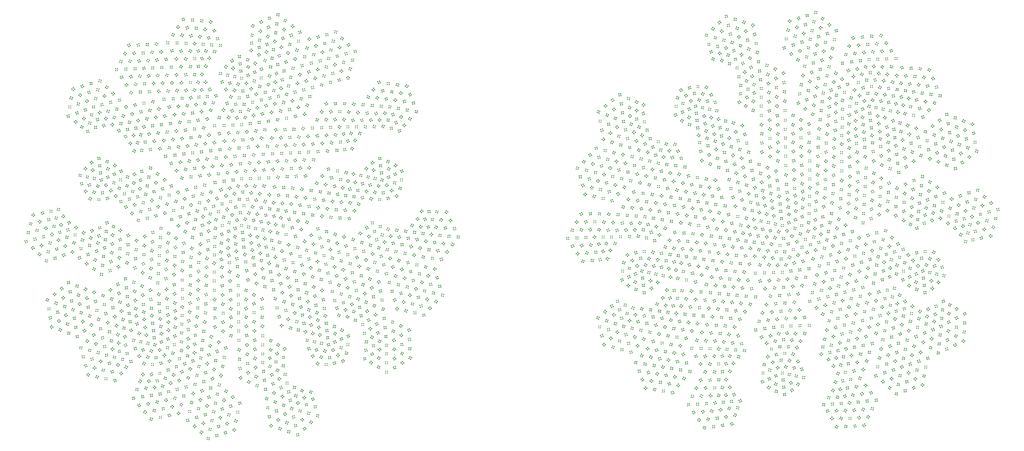
<source format=gbr>
%TF.GenerationSoftware,KiCad,Pcbnew,8.0.5*%
%TF.CreationDate,2024-10-26T12:13:46-04:00*%
%TF.ProjectId,orb_generated,6f72625f-6765-46e6-9572-617465642e6b,rev?*%
%TF.SameCoordinates,Original*%
%TF.FileFunction,Soldermask,Top*%
%TF.FilePolarity,Negative*%
%FSLAX46Y46*%
G04 Gerber Fmt 4.6, Leading zero omitted, Abs format (unit mm)*
G04 Created by KiCad (PCBNEW 8.0.5) date 2024-10-26 12:13:46*
%MOMM*%
%LPD*%
G01*
G04 APERTURE LIST*
G04 Aperture macros list*
%AMRoundRect*
0 Rectangle with rounded corners*
0 $1 Rounding radius*
0 $2 $3 $4 $5 $6 $7 $8 $9 X,Y pos of 4 corners*
0 Add a 4 corners polygon primitive as box body*
4,1,4,$2,$3,$4,$5,$6,$7,$8,$9,$2,$3,0*
0 Add four circle primitives for the rounded corners*
1,1,$1+$1,$2,$3*
1,1,$1+$1,$4,$5*
1,1,$1+$1,$6,$7*
1,1,$1+$1,$8,$9*
0 Add four rect primitives between the rounded corners*
20,1,$1+$1,$2,$3,$4,$5,0*
20,1,$1+$1,$4,$5,$6,$7,0*
20,1,$1+$1,$6,$7,$8,$9,0*
20,1,$1+$1,$8,$9,$2,$3,0*%
G04 Aperture macros list end*
%ADD10RoundRect,0.020000X0.233310X0.004072X-0.004072X0.233310X-0.233310X-0.004072X0.004072X-0.233310X0*%
%ADD11RoundRect,0.020000X0.004072X-0.233310X0.233310X0.004072X-0.004072X0.233310X-0.233310X-0.004072X0*%
%ADD12RoundRect,0.020000X0.162095X-0.167855X0.167855X0.162095X-0.162095X0.167855X-0.167855X-0.162095X0*%
%ADD13RoundRect,0.020000X-0.167855X-0.162095X0.162095X-0.167855X0.167855X0.162095X-0.162095X0.167855X0*%
%ADD14RoundRect,0.020000X0.091175X0.214795X-0.214795X0.091175X-0.091175X-0.214795X0.214795X-0.091175X0*%
%ADD15RoundRect,0.020000X0.214795X-0.091175X0.091175X0.214795X-0.214795X0.091175X-0.091175X-0.214795X0*%
%ADD16RoundRect,0.020000X-0.120182X0.200016X-0.200016X-0.120182X0.120182X-0.200016X0.200016X0.120182X0*%
%ADD17RoundRect,0.020000X0.200016X0.120182X-0.120182X0.200016X-0.200016X-0.120182X0.120182X-0.200016X0*%
%ADD18RoundRect,0.020000X-0.233203X0.008144X-0.008144X-0.233203X0.233203X-0.008144X0.008144X0.233203X0*%
%ADD19RoundRect,0.020000X0.008144X0.233203X-0.233203X0.008144X-0.008144X-0.233203X0.233203X-0.008144X0*%
%ADD20RoundRect,0.020000X-0.211483X-0.098616X0.098616X-0.211483X0.211483X0.098616X-0.098616X0.211483X0*%
%ADD21RoundRect,0.020000X-0.098616X0.211483X-0.211483X-0.098616X0.098616X-0.211483X0.211483X0.098616X0*%
%ADD22RoundRect,0.020000X0.146849X-0.181343X0.181343X0.146849X-0.146849X0.181343X-0.181343X-0.146849X0*%
%ADD23RoundRect,0.020000X-0.181343X-0.146849X0.146849X-0.181343X0.181343X0.146849X-0.146849X0.181343X0*%
%ADD24RoundRect,0.020000X-0.232777X-0.016277X0.016277X-0.232777X0.232777X0.016277X-0.016277X0.232777X0*%
%ADD25RoundRect,0.020000X-0.016277X0.232777X-0.232777X-0.016277X0.016277X-0.232777X0.232777X0.016277X0*%
%ADD26RoundRect,0.020000X-0.137157X0.188780X-0.188780X-0.137157X0.137157X-0.188780X0.188780X0.137157X0*%
%ADD27RoundRect,0.020000X0.188780X0.137157X-0.137157X0.188780X-0.188780X-0.137157X0.137157X-0.188780X0*%
%ADD28RoundRect,0.020000X-0.149991X0.178753X-0.178753X-0.149991X0.149991X-0.178753X0.178753X0.149991X0*%
%ADD29RoundRect,0.020000X0.178753X0.149991X-0.149991X0.178753X-0.178753X-0.149991X0.149991X-0.178753X0*%
%ADD30RoundRect,0.020000X-0.153088X0.176108X-0.176108X-0.153088X0.153088X-0.176108X0.176108X0.153088X0*%
%ADD31RoundRect,0.020000X0.176108X0.153088X-0.153088X0.176108X-0.176108X-0.153088X0.153088X-0.176108X0*%
%ADD32RoundRect,0.020000X-0.176108X-0.153088X0.153088X-0.176108X0.176108X0.153088X-0.153088X0.176108X0*%
%ADD33RoundRect,0.020000X-0.146849X0.181343X-0.181343X-0.146849X0.146849X-0.181343X0.181343X0.146849X0*%
%ADD34RoundRect,0.020000X0.181343X0.146849X-0.146849X0.181343X-0.181343X-0.146849X0.146849X-0.181343X0*%
%ADD35RoundRect,0.020000X0.181343X-0.146849X0.146849X0.181343X-0.181343X0.146849X-0.146849X-0.181343X0*%
%ADD36RoundRect,0.020000X-0.146849X-0.181343X0.181343X-0.146849X0.146849X0.181343X-0.181343X0.146849X0*%
%ADD37RoundRect,0.020000X-0.159141X-0.170658X0.170658X-0.159141X0.159141X0.170658X-0.170658X0.159141X0*%
%ADD38RoundRect,0.020000X-0.170658X0.159141X-0.159141X-0.170658X0.170658X-0.159141X0.159141X0.170658X0*%
%ADD39RoundRect,0.020000X-0.202083X-0.116673X0.116673X-0.202083X0.202083X0.116673X-0.116673X0.202083X0*%
%ADD40RoundRect,0.020000X-0.116673X0.202083X-0.202083X-0.116673X0.116673X-0.202083X0.202083X0.116673X0*%
%ADD41RoundRect,0.020000X-0.140431X-0.186358X0.186358X-0.140431X0.140431X0.186358X-0.186358X0.140431X0*%
%ADD42RoundRect,0.020000X-0.186358X0.140431X-0.140431X-0.186358X0.186358X-0.140431X0.140431X0.186358X0*%
%ADD43RoundRect,0.020000X0.231606X-0.028438X0.028438X0.231606X-0.231606X0.028438X-0.028438X-0.231606X0*%
%ADD44RoundRect,0.020000X-0.028438X-0.231606X0.231606X-0.028438X0.028438X0.231606X-0.231606X0.028438X0*%
%ADD45RoundRect,0.020000X-0.231606X0.028438X-0.028438X-0.231606X0.231606X-0.028438X0.028438X0.231606X0*%
%ADD46RoundRect,0.020000X0.028438X0.231606X-0.231606X0.028438X-0.028438X-0.231606X0.231606X-0.028438X0*%
%ADD47RoundRect,0.020000X0.211483X0.098616X-0.098616X0.211483X-0.211483X-0.098616X0.098616X-0.211483X0*%
%ADD48RoundRect,0.020000X-0.127089X-0.195700X0.195700X-0.127089X0.127089X0.195700X-0.195700X0.127089X0*%
%ADD49RoundRect,0.020000X-0.195700X0.127089X-0.127089X-0.195700X0.195700X-0.127089X0.127089X0.195700X0*%
%ADD50RoundRect,0.020000X0.211483X-0.098616X0.098616X0.211483X-0.211483X0.098616X-0.098616X-0.211483X0*%
%ADD51RoundRect,0.020000X-0.098616X-0.211483X0.211483X-0.098616X0.098616X0.211483X-0.211483X0.098616X0*%
%ADD52RoundRect,0.020000X0.105937X-0.207912X0.207912X0.105937X-0.105937X0.207912X-0.207912X-0.105937X0*%
%ADD53RoundRect,0.020000X-0.207912X-0.105937X0.105937X-0.207912X0.207912X0.105937X-0.105937X0.207912X0*%
%ADD54RoundRect,0.020000X0.068224X0.223149X-0.223149X0.068224X-0.068224X-0.223149X0.223149X-0.068224X0*%
%ADD55RoundRect,0.020000X0.223149X-0.068224X0.068224X0.223149X-0.223149X0.068224X-0.068224X-0.223149X0*%
%ADD56RoundRect,0.020000X-0.044524X0.229058X-0.229058X-0.044524X0.044524X-0.229058X0.229058X0.044524X0*%
%ADD57RoundRect,0.020000X0.229058X0.044524X-0.044524X0.229058X-0.229058X-0.044524X0.044524X-0.229058X0*%
%ADD58RoundRect,0.020000X0.227365X-0.052491X0.052491X0.227365X-0.227365X0.052491X-0.052491X-0.227365X0*%
%ADD59RoundRect,0.020000X-0.052491X-0.227365X0.227365X-0.052491X0.052491X0.227365X-0.227365X0.052491X0*%
%ADD60RoundRect,0.020000X0.133841X0.191145X-0.191145X0.133841X-0.133841X-0.191145X0.191145X-0.133841X0*%
%ADD61RoundRect,0.020000X0.191145X-0.133841X0.133841X0.191145X-0.191145X0.133841X-0.133841X-0.191145X0*%
%ADD62RoundRect,0.020000X-0.214795X-0.091175X0.091175X-0.214795X0.214795X0.091175X-0.091175X0.214795X0*%
%ADD63RoundRect,0.020000X-0.091175X0.214795X-0.214795X-0.091175X0.091175X-0.214795X0.214795X0.091175X0*%
%ADD64RoundRect,0.020000X0.116673X0.202083X-0.202083X0.116673X-0.116673X-0.202083X0.202083X-0.116673X0*%
%ADD65RoundRect,0.020000X0.202083X-0.116673X0.116673X0.202083X-0.202083X0.116673X-0.116673X-0.202083X0*%
%ADD66RoundRect,0.020000X-0.004072X-0.233310X0.233310X-0.004072X0.004072X0.233310X-0.233310X0.004072X0*%
%ADD67RoundRect,0.020000X-0.233310X0.004072X-0.004072X-0.233310X0.233310X-0.004072X0.004072X0.233310X0*%
%ADD68RoundRect,0.020000X0.120182X0.200016X-0.200016X0.120182X-0.120182X-0.200016X0.200016X-0.120182X0*%
%ADD69RoundRect,0.020000X0.200016X-0.120182X0.120182X0.200016X-0.200016X0.120182X-0.120182X-0.200016X0*%
%ADD70RoundRect,0.020000X0.159141X-0.170658X0.170658X0.159141X-0.159141X0.170658X-0.170658X-0.159141X0*%
%ADD71RoundRect,0.020000X-0.170658X-0.159141X0.159141X-0.170658X0.170658X0.159141X-0.159141X0.170658X0*%
%ADD72RoundRect,0.020000X-0.120182X-0.200016X0.200016X-0.120182X0.120182X0.200016X-0.200016X0.120182X0*%
%ADD73RoundRect,0.020000X-0.211483X0.098616X-0.098616X-0.211483X0.211483X-0.098616X0.098616X0.211483X0*%
%ADD74RoundRect,0.020000X0.098616X0.211483X-0.211483X0.098616X-0.098616X-0.211483X0.211483X-0.098616X0*%
%ADD75RoundRect,0.020000X-0.072108X-0.221925X0.221925X-0.072108X0.072108X0.221925X-0.221925X0.072108X0*%
%ADD76RoundRect,0.020000X-0.221925X0.072108X-0.072108X-0.221925X0.221925X-0.072108X0.072108X0.221925X0*%
%ADD77RoundRect,0.020000X-0.105937X-0.207912X0.207912X-0.105937X0.105937X0.207912X-0.207912X0.105937X0*%
%ADD78RoundRect,0.020000X-0.207912X0.105937X-0.105937X-0.207912X0.207912X-0.105937X0.105937X0.207912X0*%
%ADD79RoundRect,0.020000X0.123654X0.197888X-0.197888X0.123654X-0.123654X-0.197888X0.197888X-0.123654X0*%
%ADD80RoundRect,0.020000X0.197888X-0.123654X0.123654X0.197888X-0.197888X0.123654X-0.123654X-0.197888X0*%
%ADD81RoundRect,0.020000X-0.226414X-0.056451X0.056451X-0.226414X0.226414X0.056451X-0.056451X0.226414X0*%
%ADD82RoundRect,0.020000X-0.056451X0.226414X-0.226414X-0.056451X0.056451X-0.226414X0.226414X0.056451X0*%
%ADD83RoundRect,0.020000X0.226414X-0.056451X0.056451X0.226414X-0.226414X0.056451X-0.056451X-0.226414X0*%
%ADD84RoundRect,0.020000X-0.056451X-0.226414X0.226414X-0.056451X0.056451X0.226414X-0.226414X0.056451X0*%
%ADD85RoundRect,0.020000X0.140431X0.186358X-0.186358X0.140431X-0.140431X-0.186358X0.186358X-0.140431X0*%
%ADD86RoundRect,0.020000X0.186358X-0.140431X0.140431X0.186358X-0.186358X0.140431X-0.140431X-0.186358X0*%
%ADD87RoundRect,0.020000X0.230472X-0.036503X0.036503X0.230472X-0.230472X0.036503X-0.036503X-0.230472X0*%
%ADD88RoundRect,0.020000X-0.036503X-0.230472X0.230472X-0.036503X0.036503X0.230472X-0.230472X0.036503X0*%
%ADD89RoundRect,0.020000X0.202083X0.116673X-0.116673X0.202083X-0.202083X-0.116673X0.116673X-0.202083X0*%
%ADD90RoundRect,0.020000X-0.227365X0.052491X-0.052491X-0.227365X0.227365X-0.052491X0.052491X0.227365X0*%
%ADD91RoundRect,0.020000X-0.197888X-0.123654X0.123654X-0.197888X0.197888X0.123654X-0.123654X0.197888X0*%
%ADD92RoundRect,0.020000X-0.123654X0.197888X-0.197888X-0.123654X0.123654X-0.197888X0.197888X0.123654X0*%
%ADD93RoundRect,0.020000X-0.113128X0.204088X-0.204088X-0.113128X0.113128X-0.204088X0.204088X0.113128X0*%
%ADD94RoundRect,0.020000X0.204088X0.113128X-0.113128X0.204088X-0.204088X-0.113128X0.113128X-0.204088X0*%
%ADD95RoundRect,0.020000X0.220632X0.075970X-0.075970X0.220632X-0.220632X-0.075970X0.075970X-0.220632X0*%
%ADD96RoundRect,0.020000X0.075970X-0.220632X0.220632X0.075970X-0.075970X0.220632X-0.220632X-0.075970X0*%
%ADD97RoundRect,0.020000X0.232777X0.016277X-0.016277X0.232777X-0.232777X-0.016277X0.016277X-0.232777X0*%
%ADD98RoundRect,0.020000X0.016277X-0.232777X0.232777X0.016277X-0.016277X0.232777X-0.232777X-0.016277X0*%
%ADD99RoundRect,0.020000X0.224306X0.064319X-0.064319X0.224306X-0.224306X-0.064319X0.064319X-0.224306X0*%
%ADD100RoundRect,0.020000X0.064319X-0.224306X0.224306X0.064319X-0.064319X0.224306X-0.224306X-0.064319X0*%
%ADD101RoundRect,0.020000X-0.231074X0.032475X-0.032475X-0.231074X0.231074X-0.032475X0.032475X0.231074X0*%
%ADD102RoundRect,0.020000X0.032475X0.231074X-0.231074X0.032475X-0.032475X-0.231074X0.231074X-0.032475X0*%
%ADD103RoundRect,0.020000X0.221925X-0.072108X0.072108X0.221925X-0.221925X0.072108X-0.072108X-0.221925X0*%
%ADD104RoundRect,0.020000X-0.181343X0.146849X-0.146849X-0.181343X0.181343X-0.146849X0.146849X0.181343X0*%
%ADD105RoundRect,0.020000X0.232777X-0.016277X0.016277X0.232777X-0.232777X0.016277X-0.016277X-0.232777X0*%
%ADD106RoundRect,0.020000X-0.016277X-0.232777X0.232777X-0.016277X0.016277X0.232777X-0.232777X0.016277X0*%
%ADD107RoundRect,0.020000X-0.083623X-0.217847X0.217847X-0.083623X0.083623X0.217847X-0.217847X0.083623X0*%
%ADD108RoundRect,0.020000X-0.217847X0.083623X-0.083623X-0.217847X0.217847X-0.083623X0.083623X0.217847X0*%
%ADD109RoundRect,0.020000X-0.214795X0.091175X-0.091175X-0.214795X0.214795X-0.091175X0.091175X0.214795X0*%
%ADD110RoundRect,0.020000X0.228246X0.048515X-0.048515X0.228246X-0.228246X-0.048515X0.048515X-0.228246X0*%
%ADD111RoundRect,0.020000X0.048515X-0.228246X0.228246X0.048515X-0.048515X0.228246X-0.228246X-0.048515X0*%
%ADD112RoundRect,0.020000X0.056451X-0.226414X0.226414X0.056451X-0.056451X0.226414X-0.226414X-0.056451X0*%
%ADD113RoundRect,0.020000X0.217847X0.083623X-0.083623X0.217847X-0.217847X-0.083623X0.083623X-0.217847X0*%
%ADD114RoundRect,0.020000X0.083623X-0.217847X0.217847X0.083623X-0.083623X0.217847X-0.217847X-0.083623X0*%
%ADD115RoundRect,0.020000X0.133841X-0.191145X0.191145X0.133841X-0.133841X0.191145X-0.191145X-0.133841X0*%
%ADD116RoundRect,0.020000X-0.191145X-0.133841X0.133841X-0.191145X0.191145X0.133841X-0.133841X0.191145X0*%
%ADD117RoundRect,0.020000X0.020337X-0.232457X0.232457X0.020337X-0.020337X0.232457X-0.232457X-0.020337X0*%
%ADD118RoundRect,0.020000X-0.232457X-0.020337X0.020337X-0.232457X0.232457X0.020337X-0.020337X0.232457X0*%
%ADD119RoundRect,0.020000X0.098616X-0.211483X0.211483X0.098616X-0.098616X0.211483X-0.211483X-0.098616X0*%
%ADD120RoundRect,0.020000X-0.220632X-0.075970X0.075970X-0.220632X0.220632X0.075970X-0.075970X0.220632X0*%
%ADD121RoundRect,0.020000X-0.075970X0.220632X-0.220632X-0.075970X0.075970X-0.220632X0.220632X0.075970X0*%
%ADD122RoundRect,0.020000X0.195700X0.127089X-0.127089X0.195700X-0.195700X-0.127089X0.127089X-0.195700X0*%
%ADD123RoundRect,0.020000X0.127089X-0.195700X0.195700X0.127089X-0.127089X0.195700X-0.195700X-0.127089X0*%
%ADD124RoundRect,0.020000X-0.226414X0.056451X-0.056451X-0.226414X0.226414X-0.056451X0.056451X0.226414X0*%
%ADD125RoundRect,0.020000X0.056451X0.226414X-0.226414X0.056451X-0.056451X-0.226414X0.226414X-0.056451X0*%
%ADD126RoundRect,0.020000X-0.216354X0.087413X-0.087413X-0.216354X0.216354X-0.087413X0.087413X0.216354X0*%
%ADD127RoundRect,0.020000X0.087413X0.216354X-0.216354X0.087413X-0.087413X-0.216354X0.216354X-0.087413X0*%
%ADD128RoundRect,0.020000X-0.004072X0.233310X-0.233310X-0.004072X0.004072X-0.233310X0.233310X0.004072X0*%
%ADD129RoundRect,0.020000X-0.156138X-0.173409X0.173409X-0.156138X0.156138X0.173409X-0.173409X0.156138X0*%
%ADD130RoundRect,0.020000X-0.173409X0.156138X-0.156138X-0.173409X0.173409X-0.156138X0.156138X0.173409X0*%
%ADD131RoundRect,0.020000X-0.008144X-0.233203X0.233203X-0.008144X0.008144X0.233203X-0.233203X0.008144X0*%
%ADD132RoundRect,0.020000X-0.233345X0.000000X0.000000X-0.233345X0.233345X0.000000X0.000000X0.233345X0*%
%ADD133RoundRect,0.020000X0.000000X0.233345X-0.233345X0.000000X0.000000X-0.233345X0.233345X0.000000X0*%
%ADD134RoundRect,0.020000X-0.024391X0.232067X-0.232067X-0.024391X0.024391X-0.232067X0.232067X0.024391X0*%
%ADD135RoundRect,0.020000X0.232067X0.024391X-0.024391X0.232067X-0.232067X-0.024391X0.024391X-0.232067X0*%
%ADD136RoundRect,0.020000X0.060394X-0.225394X0.225394X0.060394X-0.060394X0.225394X-0.225394X-0.060394X0*%
%ADD137RoundRect,0.020000X-0.225394X-0.060394X0.060394X-0.225394X0.225394X0.060394X-0.060394X0.225394X0*%
%ADD138RoundRect,0.020000X-0.048515X0.228246X-0.228246X-0.048515X0.048515X-0.228246X0.228246X0.048515X0*%
%ADD139RoundRect,0.020000X-0.133841X-0.191145X0.191145X-0.133841X0.133841X0.191145X-0.191145X0.133841X0*%
%ADD140RoundRect,0.020000X-0.191145X0.133841X-0.133841X-0.191145X0.191145X-0.133841X0.133841X0.191145X0*%
%ADD141RoundRect,0.020000X0.233203X-0.008144X0.008144X0.233203X-0.233203X0.008144X-0.008144X-0.233203X0*%
%ADD142RoundRect,0.020000X0.232067X-0.024391X0.024391X0.232067X-0.232067X0.024391X-0.024391X-0.232067X0*%
%ADD143RoundRect,0.020000X-0.024391X-0.232067X0.232067X-0.024391X0.024391X0.232067X-0.232067X0.024391X0*%
%ADD144RoundRect,0.020000X0.113128X0.204088X-0.204088X0.113128X-0.113128X-0.204088X0.204088X-0.113128X0*%
%ADD145RoundRect,0.020000X0.204088X-0.113128X0.113128X0.204088X-0.204088X0.113128X-0.113128X-0.204088X0*%
%ADD146RoundRect,0.020000X0.102292X-0.209729X0.209729X0.102292X-0.102292X0.209729X-0.209729X-0.102292X0*%
%ADD147RoundRect,0.020000X-0.209729X-0.102292X0.102292X-0.209729X0.209729X0.102292X-0.102292X0.209729X0*%
%ADD148RoundRect,0.020000X-0.028438X0.231606X-0.231606X-0.028438X0.028438X-0.231606X0.231606X0.028438X0*%
%ADD149RoundRect,0.020000X0.231606X0.028438X-0.028438X0.231606X-0.231606X-0.028438X0.028438X-0.231606X0*%
%ADD150RoundRect,0.020000X0.165000X-0.165000X0.165000X0.165000X-0.165000X0.165000X-0.165000X-0.165000X0*%
%ADD151RoundRect,0.020000X-0.165000X-0.165000X0.165000X-0.165000X0.165000X0.165000X-0.165000X0.165000X0*%
%ADD152RoundRect,0.020000X0.008144X-0.233203X0.233203X0.008144X-0.008144X0.233203X-0.233203X-0.008144X0*%
%ADD153RoundRect,0.020000X-0.233203X-0.008144X0.008144X-0.233203X0.233203X0.008144X-0.008144X0.233203X0*%
%ADD154RoundRect,0.020000X0.230472X0.036503X-0.036503X0.230472X-0.230472X-0.036503X0.036503X-0.230472X0*%
%ADD155RoundRect,0.020000X0.036503X-0.230472X0.230472X0.036503X-0.036503X0.230472X-0.230472X-0.036503X0*%
%ADD156RoundRect,0.020000X-0.153088X-0.176108X0.176108X-0.153088X0.153088X0.176108X-0.176108X0.153088X0*%
%ADD157RoundRect,0.020000X-0.176108X0.153088X-0.153088X-0.176108X0.176108X-0.153088X0.153088X0.176108X0*%
%ADD158RoundRect,0.020000X0.226414X0.056451X-0.056451X0.226414X-0.226414X-0.056451X0.056451X-0.226414X0*%
%ADD159RoundRect,0.020000X0.024391X-0.232067X0.232067X0.024391X-0.024391X0.232067X-0.232067X-0.024391X0*%
%ADD160RoundRect,0.020000X-0.232067X-0.024391X0.024391X-0.232067X0.232067X0.024391X-0.024391X0.232067X0*%
%ADD161RoundRect,0.020000X-0.193452X-0.130485X0.130485X-0.193452X0.193452X0.130485X-0.130485X0.193452X0*%
%ADD162RoundRect,0.020000X-0.130485X0.193452X-0.193452X-0.130485X0.130485X-0.193452X0.193452X0.130485X0*%
%ADD163RoundRect,0.020000X0.091175X-0.214795X0.214795X0.091175X-0.091175X0.214795X-0.214795X-0.091175X0*%
%ADD164RoundRect,0.020000X-0.228246X0.048515X-0.048515X-0.228246X0.228246X-0.048515X0.048515X0.228246X0*%
%ADD165RoundRect,0.020000X0.048515X0.228246X-0.228246X0.048515X-0.048515X-0.228246X0.228246X-0.048515X0*%
%ADD166RoundRect,0.020000X-0.195700X-0.127089X0.127089X-0.195700X0.195700X0.127089X-0.127089X0.195700X0*%
%ADD167RoundRect,0.020000X0.113128X-0.204088X0.204088X0.113128X-0.113128X0.204088X-0.204088X-0.113128X0*%
%ADD168RoundRect,0.020000X-0.204088X-0.113128X0.113128X-0.204088X0.204088X0.113128X-0.113128X0.204088X0*%
%ADD169RoundRect,0.020000X0.197888X0.123654X-0.123654X0.197888X-0.197888X-0.123654X0.123654X-0.197888X0*%
%ADD170RoundRect,0.020000X0.123654X-0.197888X0.197888X0.123654X-0.123654X0.197888X-0.197888X-0.123654X0*%
%ADD171RoundRect,0.020000X0.020337X0.232457X-0.232457X0.020337X-0.020337X-0.232457X0.232457X-0.020337X0*%
%ADD172RoundRect,0.020000X0.232457X-0.020337X0.020337X0.232457X-0.232457X0.020337X-0.020337X-0.232457X0*%
%ADD173RoundRect,0.020000X0.036503X0.230472X-0.230472X0.036503X-0.036503X-0.230472X0.230472X-0.036503X0*%
%ADD174RoundRect,0.020000X0.176108X-0.153088X0.153088X0.176108X-0.176108X0.153088X-0.153088X-0.176108X0*%
%ADD175RoundRect,0.020000X0.195700X-0.127089X0.127089X0.195700X-0.195700X0.127089X-0.127089X-0.195700X0*%
%ADD176RoundRect,0.020000X0.094910X-0.213171X0.213171X0.094910X-0.094910X0.213171X-0.213171X-0.094910X0*%
%ADD177RoundRect,0.020000X-0.213171X-0.094910X0.094910X-0.213171X0.213171X0.094910X-0.094910X0.213171X0*%
%ADD178RoundRect,0.020000X0.233025X-0.012212X0.012212X0.233025X-0.233025X0.012212X-0.012212X-0.233025X0*%
%ADD179RoundRect,0.020000X-0.012212X-0.233025X0.233025X-0.012212X0.012212X0.233025X-0.233025X0.012212X0*%
%ADD180RoundRect,0.020000X0.064319X0.224306X-0.224306X0.064319X-0.064319X-0.224306X0.224306X-0.064319X0*%
%ADD181RoundRect,0.020000X0.224306X-0.064319X0.064319X0.224306X-0.224306X0.064319X-0.064319X-0.224306X0*%
%ADD182RoundRect,0.020000X-0.213171X0.094910X-0.094910X-0.213171X0.213171X-0.094910X0.094910X0.213171X0*%
%ADD183RoundRect,0.020000X0.094910X0.213171X-0.213171X0.094910X-0.094910X-0.213171X0.213171X-0.094910X0*%
%ADD184RoundRect,0.020000X-0.143662X0.183879X-0.183879X-0.143662X0.143662X-0.183879X0.183879X0.143662X0*%
%ADD185RoundRect,0.020000X0.183879X0.143662X-0.143662X0.183879X-0.183879X-0.143662X0.143662X-0.183879X0*%
%ADD186RoundRect,0.020000X0.229058X-0.044524X0.044524X0.229058X-0.229058X0.044524X-0.044524X-0.229058X0*%
%ADD187RoundRect,0.020000X-0.044524X-0.229058X0.229058X-0.044524X0.044524X0.229058X-0.229058X0.044524X0*%
%ADD188RoundRect,0.020000X0.231074X0.032475X-0.032475X0.231074X-0.231074X-0.032475X0.032475X-0.231074X0*%
%ADD189RoundRect,0.020000X0.032475X-0.231074X0.231074X0.032475X-0.032475X0.231074X-0.231074X-0.032475X0*%
%ADD190RoundRect,0.020000X-0.224306X-0.064319X0.064319X-0.224306X0.224306X0.064319X-0.064319X0.224306X0*%
%ADD191RoundRect,0.020000X-0.064319X0.224306X-0.224306X-0.064319X0.064319X-0.224306X0.224306X0.064319X0*%
%ADD192RoundRect,0.020000X0.052491X-0.227365X0.227365X0.052491X-0.052491X0.227365X-0.227365X-0.052491X0*%
%ADD193RoundRect,0.020000X-0.227365X-0.052491X0.052491X-0.227365X0.227365X0.052491X-0.052491X0.227365X0*%
%ADD194RoundRect,0.020000X0.232457X0.020337X-0.020337X0.232457X-0.232457X-0.020337X0.020337X-0.232457X0*%
%ADD195RoundRect,0.020000X0.213171X-0.094910X0.094910X0.213171X-0.213171X0.094910X-0.094910X-0.213171X0*%
%ADD196RoundRect,0.020000X-0.094910X-0.213171X0.213171X-0.094910X0.094910X0.213171X-0.213171X0.094910X0*%
%ADD197RoundRect,0.020000X0.044524X-0.229058X0.229058X0.044524X-0.044524X0.229058X-0.229058X-0.044524X0*%
%ADD198RoundRect,0.020000X-0.229058X-0.044524X0.044524X-0.229058X0.229058X0.044524X-0.044524X0.229058X0*%
%ADD199RoundRect,0.020000X-0.040520X-0.229800X0.229800X-0.040520X0.040520X0.229800X-0.229800X0.040520X0*%
%ADD200RoundRect,0.020000X-0.229800X0.040520X-0.040520X-0.229800X0.229800X-0.040520X0.040520X0.229800X0*%
%ADD201RoundRect,0.020000X0.206032X-0.109549X0.109549X0.206032X-0.206032X0.109549X-0.109549X-0.206032X0*%
%ADD202RoundRect,0.020000X-0.109549X-0.206032X0.206032X-0.109549X0.109549X0.206032X-0.206032X0.109549X0*%
%ADD203RoundRect,0.020000X-0.231074X-0.032475X0.032475X-0.231074X0.231074X0.032475X-0.032475X0.231074X0*%
%ADD204RoundRect,0.020000X-0.113128X-0.204088X0.204088X-0.113128X0.113128X0.204088X-0.204088X0.113128X0*%
%ADD205RoundRect,0.020000X-0.204088X0.113128X-0.113128X-0.204088X0.204088X-0.113128X0.113128X0.204088X0*%
%ADD206RoundRect,0.020000X0.156138X0.173409X-0.173409X0.156138X-0.156138X-0.173409X0.173409X-0.156138X0*%
%ADD207RoundRect,0.020000X0.173409X-0.156138X0.156138X0.173409X-0.173409X0.156138X-0.156138X-0.173409X0*%
%ADD208RoundRect,0.020000X0.165000X0.165000X-0.165000X0.165000X-0.165000X-0.165000X0.165000X-0.165000X0*%
%ADD209RoundRect,0.020000X0.159141X0.170658X-0.170658X0.159141X-0.159141X-0.170658X0.170658X-0.159141X0*%
%ADD210RoundRect,0.020000X0.183879X-0.143662X0.143662X0.183879X-0.183879X0.143662X-0.143662X-0.183879X0*%
%ADD211RoundRect,0.020000X-0.143662X-0.183879X0.183879X-0.143662X0.143662X0.183879X-0.183879X0.143662X0*%
%ADD212RoundRect,0.020000X0.207912X-0.105937X0.105937X0.207912X-0.207912X0.105937X-0.105937X-0.207912X0*%
%ADD213RoundRect,0.020000X0.127089X0.195700X-0.195700X0.127089X-0.127089X-0.195700X0.195700X-0.127089X0*%
%ADD214RoundRect,0.020000X-0.116673X-0.202083X0.202083X-0.116673X0.116673X0.202083X-0.202083X0.116673X0*%
%ADD215RoundRect,0.020000X-0.202083X0.116673X-0.116673X-0.202083X0.202083X-0.116673X0.116673X0.202083X0*%
%ADD216RoundRect,0.020000X0.214795X0.091175X-0.091175X0.214795X-0.214795X-0.091175X0.091175X-0.214795X0*%
%ADD217RoundRect,0.020000X0.137157X-0.188780X0.188780X0.137157X-0.137157X0.188780X-0.188780X-0.137157X0*%
%ADD218RoundRect,0.020000X0.216354X-0.087413X0.087413X0.216354X-0.216354X0.087413X-0.087413X-0.216354X0*%
%ADD219RoundRect,0.020000X-0.230472X0.036503X-0.036503X-0.230472X0.230472X-0.036503X0.036503X0.230472X0*%
%ADD220RoundRect,0.020000X-0.165000X0.165000X-0.165000X-0.165000X0.165000X-0.165000X0.165000X0.165000X0*%
%ADD221RoundRect,0.020000X-0.008144X0.233203X-0.233203X-0.008144X0.008144X-0.233203X0.233203X0.008144X0*%
%ADD222RoundRect,0.020000X-0.105937X0.207912X-0.207912X-0.105937X0.105937X-0.207912X0.207912X0.105937X0*%
%ADD223RoundRect,0.020000X-0.123654X-0.197888X0.197888X-0.123654X0.123654X0.197888X-0.197888X0.123654X0*%
%ADD224RoundRect,0.020000X-0.197888X0.123654X-0.123654X-0.197888X0.197888X-0.123654X0.123654X0.197888X0*%
%ADD225RoundRect,0.020000X-0.233025X0.012212X-0.012212X-0.233025X0.233025X-0.012212X0.012212X0.233025X0*%
%ADD226RoundRect,0.020000X0.223149X0.068224X-0.068224X0.223149X-0.223149X-0.068224X0.068224X-0.223149X0*%
%ADD227RoundRect,0.020000X0.068224X-0.223149X0.223149X0.068224X-0.068224X0.223149X-0.223149X-0.068224X0*%
%ADD228RoundRect,0.020000X0.153088X0.176108X-0.176108X0.153088X-0.153088X-0.176108X0.176108X-0.153088X0*%
%ADD229RoundRect,0.020000X-0.233310X-0.004072X0.004072X-0.233310X0.233310X0.004072X-0.004072X0.233310X0*%
%ADD230RoundRect,0.020000X-0.137157X-0.188780X0.188780X-0.137157X0.137157X0.188780X-0.188780X0.137157X0*%
%ADD231RoundRect,0.020000X-0.188780X0.137157X-0.137157X-0.188780X0.188780X-0.137157X0.137157X0.188780X0*%
%ADD232RoundRect,0.020000X-0.224306X0.064319X-0.064319X-0.224306X0.224306X-0.064319X0.064319X0.224306X0*%
%ADD233RoundRect,0.020000X0.207912X0.105937X-0.105937X0.207912X-0.207912X-0.105937X0.105937X-0.207912X0*%
%ADD234RoundRect,0.020000X-0.068224X0.223149X-0.223149X-0.068224X0.068224X-0.223149X0.223149X0.068224X0*%
%ADD235RoundRect,0.020000X0.225394X0.060394X-0.060394X0.225394X-0.225394X-0.060394X0.060394X-0.225394X0*%
%ADD236RoundRect,0.020000X-0.200016X0.120182X-0.120182X-0.200016X0.200016X-0.120182X0.120182X0.200016X0*%
%ADD237RoundRect,0.020000X0.105937X0.207912X-0.207912X0.105937X-0.105937X-0.207912X0.207912X-0.105937X0*%
%ADD238RoundRect,0.020000X-0.087413X-0.216354X0.216354X-0.087413X0.087413X0.216354X-0.216354X0.087413X0*%
%ADD239RoundRect,0.020000X-0.183879X0.143662X-0.143662X-0.183879X0.183879X-0.143662X0.143662X0.183879X0*%
%ADD240RoundRect,0.020000X0.209729X0.102292X-0.102292X0.209729X-0.209729X-0.102292X0.102292X-0.209729X0*%
%ADD241RoundRect,0.020000X-0.020337X0.232457X-0.232457X-0.020337X0.020337X-0.232457X0.232457X0.020337X0*%
%ADD242RoundRect,0.020000X0.075970X0.220632X-0.220632X0.075970X-0.075970X-0.220632X0.220632X-0.075970X0*%
%ADD243RoundRect,0.020000X0.220632X-0.075970X0.075970X0.220632X-0.220632X0.075970X-0.075970X-0.220632X0*%
%ADD244RoundRect,0.020000X0.120182X-0.200016X0.200016X0.120182X-0.120182X0.200016X-0.200016X-0.120182X0*%
%ADD245RoundRect,0.020000X-0.200016X-0.120182X0.120182X-0.200016X0.200016X0.120182X-0.120182X0.200016X0*%
%ADD246RoundRect,0.020000X-0.206032X0.109549X-0.109549X-0.206032X0.206032X-0.109549X0.109549X0.206032X0*%
%ADD247RoundRect,0.020000X-0.173409X-0.156138X0.156138X-0.173409X0.173409X0.156138X-0.156138X0.173409X0*%
%ADD248RoundRect,0.020000X-0.156138X0.173409X-0.173409X-0.156138X0.156138X-0.173409X0.173409X0.156138X0*%
%ADD249RoundRect,0.020000X0.188780X-0.137157X0.137157X0.188780X-0.188780X0.137157X-0.137157X-0.188780X0*%
%ADD250RoundRect,0.020000X-0.127089X0.195700X-0.195700X-0.127089X0.127089X-0.195700X0.195700X0.127089X0*%
%ADD251RoundRect,0.020000X0.052491X0.227365X-0.227365X0.052491X-0.052491X-0.227365X0.227365X-0.052491X0*%
%ADD252RoundRect,0.020000X0.233025X0.012212X-0.012212X0.233025X-0.233025X-0.012212X0.012212X-0.233025X0*%
%ADD253RoundRect,0.020000X0.012212X-0.233025X0.233025X0.012212X-0.012212X0.233025X-0.233025X-0.012212X0*%
%ADD254RoundRect,0.020000X-0.052491X0.227365X-0.227365X-0.052491X0.052491X-0.227365X0.227365X0.052491X0*%
%ADD255RoundRect,0.020000X-0.221925X-0.072108X0.072108X-0.221925X0.221925X0.072108X-0.072108X0.221925X0*%
%ADD256RoundRect,0.020000X-0.072108X0.221925X-0.221925X-0.072108X0.072108X-0.221925X0.221925X0.072108X0*%
%ADD257RoundRect,0.020000X-0.068224X-0.223149X0.223149X-0.068224X0.068224X0.223149X-0.223149X0.068224X0*%
%ADD258RoundRect,0.020000X-0.223149X0.068224X-0.068224X-0.223149X0.223149X-0.068224X0.068224X0.223149X0*%
%ADD259RoundRect,0.020000X0.170658X0.159141X-0.159141X0.170658X-0.170658X-0.159141X0.159141X-0.170658X0*%
%ADD260RoundRect,0.020000X0.156138X-0.173409X0.173409X0.156138X-0.156138X0.173409X-0.173409X-0.156138X0*%
%ADD261RoundRect,0.020000X-0.162095X0.167855X-0.167855X-0.162095X0.162095X-0.167855X0.167855X0.162095X0*%
%ADD262RoundRect,0.020000X0.167855X0.162095X-0.162095X0.167855X-0.167855X-0.162095X0.162095X-0.167855X0*%
%ADD263RoundRect,0.020000X0.233310X-0.004072X0.004072X0.233310X-0.233310X0.004072X-0.004072X-0.233310X0*%
%ADD264RoundRect,0.020000X0.116673X-0.202083X0.202083X0.116673X-0.116673X0.202083X-0.202083X-0.116673X0*%
%ADD265RoundRect,0.020000X-0.230472X-0.036503X0.036503X-0.230472X0.230472X0.036503X-0.036503X0.230472X0*%
%ADD266RoundRect,0.020000X0.229800X-0.040520X0.040520X0.229800X-0.229800X0.040520X-0.040520X-0.229800X0*%
%ADD267RoundRect,0.020000X-0.228246X-0.048515X0.048515X-0.228246X0.228246X0.048515X-0.048515X0.228246X0*%
%ADD268RoundRect,0.020000X-0.094910X0.213171X-0.213171X-0.094910X0.094910X-0.213171X0.213171X0.094910X0*%
%ADD269RoundRect,0.020000X-0.036503X0.230472X-0.230472X-0.036503X0.036503X-0.230472X0.230472X0.036503X0*%
%ADD270RoundRect,0.020000X-0.219273X-0.079809X0.079809X-0.219273X0.219273X0.079809X-0.079809X0.219273X0*%
%ADD271RoundRect,0.020000X-0.079809X0.219273X-0.219273X-0.079809X0.079809X-0.219273X0.219273X0.079809X0*%
%ADD272RoundRect,0.020000X-0.159141X0.170658X-0.170658X-0.159141X0.159141X-0.170658X0.170658X0.159141X0*%
%ADD273RoundRect,0.020000X0.083623X0.217847X-0.217847X0.083623X-0.083623X-0.217847X0.217847X-0.083623X0*%
%ADD274RoundRect,0.020000X0.217847X-0.083623X0.083623X0.217847X-0.217847X0.083623X-0.083623X-0.217847X0*%
%ADD275RoundRect,0.020000X-0.183879X-0.143662X0.143662X-0.183879X0.183879X0.143662X-0.143662X0.183879X0*%
%ADD276RoundRect,0.020000X-0.087413X0.216354X-0.216354X-0.087413X0.087413X-0.216354X0.216354X0.087413X0*%
%ADD277RoundRect,0.020000X0.216354X0.087413X-0.087413X0.216354X-0.216354X-0.087413X0.087413X-0.216354X0*%
%ADD278RoundRect,0.020000X0.213171X0.094910X-0.094910X0.213171X-0.213171X-0.094910X0.094910X-0.213171X0*%
%ADD279RoundRect,0.020000X0.044524X0.229058X-0.229058X0.044524X-0.044524X-0.229058X0.229058X-0.044524X0*%
%ADD280RoundRect,0.020000X0.221925X0.072108X-0.072108X0.221925X-0.221925X-0.072108X0.072108X-0.221925X0*%
%ADD281RoundRect,0.020000X0.072108X-0.221925X0.221925X0.072108X-0.072108X0.221925X-0.221925X-0.072108X0*%
%ADD282RoundRect,0.020000X0.219273X0.079809X-0.079809X0.219273X-0.219273X-0.079809X0.079809X-0.219273X0*%
%ADD283RoundRect,0.020000X0.024391X0.232067X-0.232067X0.024391X-0.024391X-0.232067X0.232067X-0.024391X0*%
%ADD284RoundRect,0.020000X0.109549X0.206032X-0.206032X0.109549X-0.109549X-0.206032X0.206032X-0.109549X0*%
%ADD285RoundRect,0.020000X0.231074X-0.032475X0.032475X0.231074X-0.231074X0.032475X-0.032475X-0.231074X0*%
%ADD286RoundRect,0.020000X-0.032475X-0.231074X0.231074X-0.032475X0.032475X0.231074X-0.231074X0.032475X0*%
%ADD287RoundRect,0.020000X-0.225394X0.060394X-0.060394X-0.225394X0.225394X-0.060394X0.060394X0.225394X0*%
%ADD288RoundRect,0.020000X0.060394X0.225394X-0.225394X0.060394X-0.060394X-0.225394X0.225394X-0.060394X0*%
%ADD289RoundRect,0.020000X0.072108X0.221925X-0.221925X0.072108X-0.072108X-0.221925X0.221925X-0.072108X0*%
%ADD290RoundRect,0.020000X-0.223149X-0.068224X0.068224X-0.223149X0.223149X0.068224X-0.068224X0.223149X0*%
%ADD291RoundRect,0.020000X-0.231606X-0.028438X0.028438X-0.231606X0.231606X0.028438X-0.028438X0.231606X0*%
%ADD292RoundRect,0.020000X0.137157X0.188780X-0.188780X0.137157X-0.137157X-0.188780X0.188780X-0.137157X0*%
%ADD293RoundRect,0.020000X0.146849X0.181343X-0.181343X0.146849X-0.146849X-0.181343X0.181343X-0.146849X0*%
%ADD294RoundRect,0.020000X0.170658X-0.159141X0.159141X0.170658X-0.170658X0.159141X-0.159141X-0.170658X0*%
%ADD295RoundRect,0.020000X0.153088X-0.176108X0.176108X0.153088X-0.153088X0.176108X-0.176108X-0.153088X0*%
%ADD296RoundRect,0.020000X0.143662X0.183879X-0.183879X0.143662X-0.143662X-0.183879X0.183879X-0.143662X0*%
%ADD297RoundRect,0.020000X-0.075970X-0.220632X0.220632X-0.075970X0.075970X0.220632X-0.220632X0.075970X0*%
%ADD298RoundRect,0.020000X-0.220632X0.075970X-0.075970X-0.220632X0.220632X-0.075970X0.075970X0.220632X0*%
%ADD299RoundRect,0.020000X0.087413X-0.216354X0.216354X0.087413X-0.087413X0.216354X-0.216354X-0.087413X0*%
%ADD300RoundRect,0.020000X0.193452X0.130485X-0.130485X0.193452X-0.193452X-0.130485X0.130485X-0.193452X0*%
%ADD301RoundRect,0.020000X0.162095X0.167855X-0.167855X0.162095X-0.162095X-0.167855X0.167855X-0.162095X0*%
%ADD302RoundRect,0.020000X0.167855X-0.162095X0.162095X0.167855X-0.167855X0.162095X-0.162095X-0.167855X0*%
%ADD303RoundRect,0.020000X-0.233025X-0.012212X0.012212X-0.233025X0.233025X0.012212X-0.012212X0.233025X0*%
%ADD304RoundRect,0.020000X-0.232067X0.024391X-0.024391X-0.232067X0.232067X-0.024391X0.024391X0.232067X0*%
%ADD305RoundRect,0.020000X-0.162095X-0.167855X0.167855X-0.162095X0.162095X0.167855X-0.167855X0.162095X0*%
%ADD306RoundRect,0.020000X-0.229800X-0.040520X0.040520X-0.229800X0.229800X0.040520X-0.040520X0.229800X0*%
%ADD307RoundRect,0.020000X-0.040520X0.229800X-0.229800X-0.040520X0.040520X-0.229800X0.229800X0.040520X0*%
%ADD308RoundRect,0.020000X-0.091175X-0.214795X0.214795X-0.091175X0.091175X0.214795X-0.214795X0.091175X0*%
%ADD309RoundRect,0.020000X-0.216354X-0.087413X0.087413X-0.216354X0.216354X0.087413X-0.087413X0.216354X0*%
%ADD310RoundRect,0.020000X-0.133841X0.191145X-0.191145X-0.133841X0.133841X-0.191145X0.191145X0.133841X0*%
%ADD311RoundRect,0.020000X0.193452X-0.130485X0.130485X0.193452X-0.193452X0.130485X-0.130485X-0.193452X0*%
%ADD312RoundRect,0.020000X-0.130485X-0.193452X0.193452X-0.130485X0.130485X0.193452X-0.193452X0.130485X0*%
%ADD313RoundRect,0.020000X-0.060394X0.225394X-0.225394X-0.060394X0.060394X-0.225394X0.225394X0.060394X0*%
%ADD314RoundRect,0.020000X0.028438X-0.231606X0.231606X0.028438X-0.028438X0.231606X-0.231606X-0.028438X0*%
%ADD315RoundRect,0.020000X-0.167855X0.162095X-0.162095X-0.167855X0.167855X-0.162095X0.162095X0.167855X0*%
%ADD316RoundRect,0.020000X-0.012212X0.233025X-0.233025X-0.012212X0.012212X-0.233025X0.233025X0.012212X0*%
%ADD317RoundRect,0.020000X0.191145X0.133841X-0.133841X0.191145X-0.191145X-0.133841X0.133841X-0.191145X0*%
%ADD318RoundRect,0.020000X0.229800X0.040520X-0.040520X0.229800X-0.229800X-0.040520X0.040520X-0.229800X0*%
%ADD319RoundRect,0.020000X0.186358X0.140431X-0.140431X0.186358X-0.186358X-0.140431X0.140431X-0.186358X0*%
%ADD320RoundRect,0.020000X0.140431X-0.186358X0.186358X0.140431X-0.140431X0.186358X-0.186358X-0.140431X0*%
%ADD321RoundRect,0.020000X-0.229058X0.044524X-0.044524X-0.229058X0.229058X-0.044524X0.044524X0.229058X0*%
%ADD322RoundRect,0.020000X-0.232777X0.016277X-0.016277X-0.232777X0.232777X-0.016277X0.016277X0.232777X0*%
%ADD323RoundRect,0.020000X0.228246X-0.048515X0.048515X0.228246X-0.228246X0.048515X-0.048515X-0.228246X0*%
%ADD324RoundRect,0.020000X-0.048515X-0.228246X0.228246X-0.048515X0.048515X0.228246X-0.228246X0.048515X0*%
%ADD325RoundRect,0.020000X-0.020337X-0.232457X0.232457X-0.020337X0.020337X0.232457X-0.232457X0.020337X0*%
%ADD326RoundRect,0.020000X-0.232457X0.020337X-0.020337X-0.232457X0.232457X-0.020337X0.020337X0.232457X0*%
%ADD327RoundRect,0.020000X-0.102292X-0.209729X0.209729X-0.102292X0.102292X0.209729X-0.209729X0.102292X0*%
%ADD328RoundRect,0.020000X-0.209729X0.102292X-0.102292X-0.209729X0.209729X-0.102292X0.102292X0.209729X0*%
%ADD329RoundRect,0.020000X0.004072X0.233310X-0.233310X0.004072X-0.004072X-0.233310X0.233310X-0.004072X0*%
%ADD330RoundRect,0.020000X-0.217847X-0.083623X0.083623X-0.217847X0.217847X0.083623X-0.083623X0.217847X0*%
%ADD331RoundRect,0.020000X-0.178753X0.149991X-0.149991X-0.178753X0.178753X-0.149991X0.149991X0.178753X0*%
%ADD332RoundRect,0.020000X0.149991X0.178753X-0.178753X0.149991X-0.149991X-0.178753X0.178753X-0.149991X0*%
%ADD333RoundRect,0.020000X0.209729X-0.102292X0.102292X0.209729X-0.209729X0.102292X-0.102292X-0.209729X0*%
%ADD334RoundRect,0.020000X0.012212X0.233025X-0.233025X0.012212X-0.012212X-0.233025X0.233025X-0.012212X0*%
%ADD335RoundRect,0.020000X0.233345X0.000000X0.000000X0.233345X-0.233345X0.000000X0.000000X-0.233345X0*%
%ADD336RoundRect,0.020000X0.000000X-0.233345X0.233345X0.000000X0.000000X0.233345X-0.233345X0.000000X0*%
%ADD337RoundRect,0.020000X0.173409X0.156138X-0.156138X0.173409X-0.173409X-0.156138X0.156138X-0.173409X0*%
%ADD338RoundRect,0.020000X0.233203X0.008144X-0.008144X0.233203X-0.233203X-0.008144X0.008144X-0.233203X0*%
%ADD339RoundRect,0.020000X0.143662X-0.183879X0.183879X0.143662X-0.143662X0.183879X-0.183879X-0.143662X0*%
%ADD340RoundRect,0.020000X0.102292X0.209729X-0.209729X0.102292X-0.102292X-0.209729X0.209729X-0.102292X0*%
%ADD341RoundRect,0.020000X-0.102292X0.209729X-0.209729X-0.102292X0.102292X-0.209729X0.209729X0.102292X0*%
%ADD342RoundRect,0.020000X0.016277X0.232777X-0.232777X0.016277X-0.016277X-0.232777X0.232777X-0.016277X0*%
%ADD343RoundRect,0.020000X0.227365X0.052491X-0.052491X0.227365X-0.227365X-0.052491X0.052491X-0.227365X0*%
%ADD344RoundRect,0.020000X-0.140431X0.186358X-0.186358X-0.140431X0.140431X-0.186358X0.186358X0.140431X0*%
%ADD345RoundRect,0.020000X-0.032475X0.231074X-0.231074X-0.032475X0.032475X-0.231074X0.231074X0.032475X0*%
%ADD346RoundRect,0.020000X-0.206032X-0.109549X0.109549X-0.206032X0.206032X0.109549X-0.109549X0.206032X0*%
%ADD347RoundRect,0.020000X-0.109549X0.206032X-0.206032X-0.109549X0.109549X-0.206032X0.206032X0.109549X0*%
%ADD348RoundRect,0.020000X0.219273X-0.079809X0.079809X0.219273X-0.219273X0.079809X-0.079809X-0.219273X0*%
%ADD349RoundRect,0.020000X-0.079809X-0.219273X0.219273X-0.079809X0.079809X0.219273X-0.219273X0.079809X0*%
%ADD350RoundRect,0.020000X-0.193452X0.130485X-0.130485X-0.193452X0.193452X-0.130485X0.130485X0.193452X0*%
%ADD351RoundRect,0.020000X0.130485X0.193452X-0.193452X0.130485X-0.130485X-0.193452X0.193452X-0.130485X0*%
%ADD352RoundRect,0.020000X0.225394X-0.060394X0.060394X0.225394X-0.225394X0.060394X-0.060394X-0.225394X0*%
%ADD353RoundRect,0.020000X-0.060394X-0.225394X0.225394X-0.060394X0.060394X0.225394X-0.225394X0.060394X0*%
%ADD354RoundRect,0.020000X0.109549X-0.206032X0.206032X0.109549X-0.109549X0.206032X-0.206032X-0.109549X0*%
%ADD355RoundRect,0.020000X0.206032X0.109549X-0.109549X0.206032X-0.206032X-0.109549X0.109549X-0.206032X0*%
%ADD356RoundRect,0.020000X0.079809X-0.219273X0.219273X0.079809X-0.079809X0.219273X-0.219273X-0.079809X0*%
%ADD357RoundRect,0.020000X0.079809X0.219273X-0.219273X0.079809X-0.079809X-0.219273X0.219273X-0.079809X0*%
%ADD358RoundRect,0.020000X-0.186358X-0.140431X0.140431X-0.186358X0.186358X0.140431X-0.140431X0.186358X0*%
%ADD359RoundRect,0.020000X0.178753X-0.149991X0.149991X0.178753X-0.178753X0.149991X-0.149991X-0.178753X0*%
%ADD360RoundRect,0.020000X-0.149991X-0.178753X0.178753X-0.149991X0.149991X0.178753X-0.178753X0.149991X0*%
%ADD361RoundRect,0.020000X0.040520X-0.229800X0.229800X0.040520X-0.040520X0.229800X-0.229800X-0.040520X0*%
%ADD362RoundRect,0.020000X0.149991X-0.178753X0.178753X0.149991X-0.149991X0.178753X-0.178753X-0.149991X0*%
%ADD363RoundRect,0.020000X-0.178753X-0.149991X0.149991X-0.178753X0.178753X0.149991X-0.149991X0.178753X0*%
%ADD364RoundRect,0.020000X-0.165000X-0.165000X0.165000X-0.165000X0.165000X0.165000X-0.165000X0.165000X0*%
%ADD365RoundRect,0.020000X-0.219273X0.079809X-0.079809X-0.219273X0.219273X-0.079809X0.079809X0.219273X0*%
%ADD366RoundRect,0.020000X-0.064319X-0.224306X0.224306X-0.064319X0.064319X0.224306X-0.224306X0.064319X0*%
%ADD367RoundRect,0.020000X-0.083623X0.217847X-0.217847X-0.083623X0.083623X-0.217847X0.217847X0.083623X0*%
%ADD368RoundRect,0.020000X-0.188780X-0.137157X0.137157X-0.188780X0.188780X0.137157X-0.137157X0.188780X0*%
%ADD369RoundRect,0.020000X0.040520X0.229800X-0.229800X0.040520X-0.040520X-0.229800X0.229800X-0.040520X0*%
%ADD370RoundRect,0.020000X0.130485X-0.193452X0.193452X0.130485X-0.130485X0.193452X-0.193452X-0.130485X0*%
G04 APERTURE END LIST*
D10*
%TO.C,LED1950*%
X41240310Y5473732D03*
D11*
X41722268Y5008310D03*
X42187690Y5490268D03*
X41705732Y5955690D03*
%TD*%
D12*
%TO.C,LED3160*%
X148577897Y38744796D03*
D13*
X148566204Y38074897D03*
X149236103Y38063204D03*
X149247796Y38733103D03*
%TD*%
D14*
%TO.C,LED3071*%
X19721886Y40019900D03*
D15*
X20343100Y40270886D03*
X20092114Y40892100D03*
X19470900Y40641114D03*
%TD*%
D16*
%TO.C,LED2156*%
X19227005Y57838908D03*
D17*
X19389092Y58489005D03*
X18738995Y58651092D03*
X18576908Y58000995D03*
%TD*%
D18*
%TO.C,LED2214*%
X178040473Y71912466D03*
D19*
X177583534Y72402473D03*
X177093527Y71945534D03*
X177550466Y71455527D03*
%TD*%
D20*
%TO.C,LED902*%
X259314374Y5586220D03*
D21*
X258684780Y5815374D03*
X258455626Y5185780D03*
X259085220Y4956626D03*
%TD*%
D22*
%TO.C,LED999*%
X258068853Y-40156819D03*
D23*
X257998819Y-40823147D03*
X258665147Y-40893181D03*
X258735181Y-40226853D03*
%TD*%
D24*
%TO.C,LED2358*%
X-61833393Y50543048D03*
D25*
X-62339048Y50982607D03*
X-62778607Y50476952D03*
X-62272952Y50037393D03*
%TD*%
D26*
%TO.C,LED718*%
X12029470Y64749719D03*
D27*
X12134281Y65411470D03*
X11472530Y65516281D03*
X11367719Y64854530D03*
%TD*%
D28*
%TO.C,LED2572*%
X215305528Y-45338922D03*
D29*
X215363922Y-44671472D03*
X214696472Y-44613078D03*
X214638078Y-45280528D03*
%TD*%
D30*
%TO.C,LED1707*%
X-17139184Y35371448D03*
D31*
X-17092448Y36039816D03*
X-17760816Y36086552D03*
X-17807552Y35418184D03*
%TD*%
D32*
%TO.C,LED190*%
X51573552Y-70184D03*
D30*
X50905184Y-23448D03*
X50858448Y-691816D03*
X51526816Y-738552D03*
%TD*%
D33*
%TO.C,LED394*%
X-14079852Y-42972182D03*
D34*
X-14009818Y-42305852D03*
X-14676148Y-42235818D03*
X-14746182Y-42902148D03*
%TD*%
D35*
%TO.C,LED711*%
X-638181Y57514148D03*
D36*
X-568148Y56847819D03*
X98181Y56917852D03*
X28148Y57584181D03*
%TD*%
D37*
%TO.C,LED3115*%
X3540104Y17764487D03*
D38*
X2870513Y17741104D03*
X2893896Y17071513D03*
X3563487Y17094896D03*
%TD*%
D39*
%TO.C,LED1766*%
X140210289Y-42496120D03*
D40*
X139563120Y-42322711D03*
X139389711Y-42969880D03*
X140036880Y-43143289D03*
%TD*%
D41*
%TO.C,LED1669*%
X-21345883Y-9566637D03*
D42*
X-22009363Y-9659883D03*
X-21916117Y-10323363D03*
X-21252637Y-10230117D03*
%TD*%
D43*
%TO.C,LED3281*%
X136893770Y1158737D03*
D44*
X137306263Y630770D03*
X137834230Y1043263D03*
X137421737Y1571230D03*
%TD*%
D45*
%TO.C,LED2791*%
X195452230Y17972263D03*
D46*
X195039737Y18500230D03*
X194511770Y18087737D03*
X194924263Y17559770D03*
%TD*%
D21*
%TO.C,LED8*%
X4450220Y-12297374D03*
D47*
X4679374Y-11667780D03*
X4049780Y-11438626D03*
X3820626Y-12068220D03*
%TD*%
D48*
%TO.C,LED1916*%
X41931029Y-20449670D03*
D49*
X41275670Y-20588971D03*
X41414971Y-21244330D03*
X42070330Y-21105029D03*
%TD*%
D50*
%TO.C,LED1340*%
X197726626Y40924220D03*
D51*
X197955780Y40294626D03*
X198585374Y40523780D03*
X198356220Y41153374D03*
%TD*%
D52*
%TO.C,LED2995*%
X131607917Y-33776875D03*
D53*
X131400875Y-34414083D03*
X132038083Y-34621125D03*
X132245125Y-33983917D03*
%TD*%
D54*
%TO.C,LED2848*%
X264313486Y-34714060D03*
D55*
X264905060Y-34399514D03*
X264590514Y-33807940D03*
X263998940Y-34122486D03*
%TD*%
D56*
%TO.C,LED1664*%
X-18353602Y-8891057D03*
D57*
X-17978943Y-8335602D03*
X-18534398Y-7960943D03*
X-18909057Y-8516398D03*
%TD*%
D16*
%TO.C,LED798*%
X217429006Y-64187093D03*
D17*
X217591093Y-63536994D03*
X216940994Y-63374907D03*
X216778907Y-64025006D03*
%TD*%
D58*
%TO.C,LED2072*%
X162917380Y-47643427D03*
D59*
X163272427Y-48211620D03*
X163840620Y-47856573D03*
X163485573Y-47288380D03*
%TD*%
D60*
%TO.C,LED2304*%
X157589262Y4375917D03*
D61*
X158249083Y4492262D03*
X158132738Y5152083D03*
X157472917Y5035738D03*
%TD*%
D62*
%TO.C,LED259*%
X226529098Y-62568887D03*
D63*
X225907887Y-62317902D03*
X225656902Y-62939113D03*
X226278113Y-63190098D03*
%TD*%
D64*
%TO.C,LED2493*%
X226179119Y-24238289D03*
D65*
X226826289Y-24064881D03*
X226652881Y-23417711D03*
X226005711Y-23591119D03*
%TD*%
D33*
%TO.C,LED1090*%
X-45866852Y42745819D03*
D34*
X-45796819Y43412148D03*
X-46463148Y43482181D03*
X-46533181Y42815852D03*
%TD*%
D66*
%TO.C,LED128*%
X14767268Y-36588311D03*
D67*
X14285311Y-37053732D03*
X14750732Y-37535689D03*
X15232689Y-37070268D03*
%TD*%
D54*
%TO.C,LED1199*%
X224449486Y31166939D03*
D55*
X225041061Y31481486D03*
X224726514Y32073061D03*
X224134939Y31758514D03*
%TD*%
D68*
%TO.C,LED1648*%
X-34290005Y5596907D03*
D69*
X-33639907Y5758995D03*
X-33801995Y6409093D03*
X-34452093Y6247005D03*
%TD*%
D70*
%TO.C,LED1330*%
X191878896Y51138487D03*
D71*
X191855513Y50468896D03*
X192525104Y50445513D03*
X192548487Y51115104D03*
%TD*%
D69*
%TO.C,LED886*%
X140144907Y-34084995D03*
D72*
X140306995Y-34735093D03*
X140957093Y-34573005D03*
X140795005Y-33922907D03*
%TD*%
D73*
%TO.C,LED2925*%
X-49813626Y-32808220D03*
D74*
X-50042780Y-32178626D03*
X-50672374Y-32407780D03*
X-50443220Y-33037374D03*
%TD*%
D75*
%TO.C,LED2730*%
X224641400Y8579574D03*
D76*
X224044426Y8275400D03*
X224348600Y7678426D03*
X224945574Y7982600D03*
%TD*%
D77*
%TO.C,LED3157*%
X152359083Y29512125D03*
D78*
X151721875Y29305083D03*
X151928917Y28667875D03*
X152566125Y28874917D03*
%TD*%
D79*
%TO.C,LED2190*%
X179788945Y73745226D03*
D80*
X180441774Y73895945D03*
X180291055Y74548774D03*
X179638226Y74398055D03*
%TD*%
D81*
%TO.C,LED670*%
X35007689Y-39951387D03*
D82*
X34433387Y-39606311D03*
X34088311Y-40180613D03*
X34662613Y-40525689D03*
%TD*%
D83*
%TO.C,LED2785*%
X203632311Y27582613D03*
D84*
X203977387Y27008311D03*
X204551689Y27353387D03*
X204206613Y27927689D03*
%TD*%
D42*
%TO.C,LED2611*%
X203554363Y-17153117D03*
D85*
X203461117Y-16489637D03*
X202797637Y-16582883D03*
X202890883Y-17246363D03*
%TD*%
%TO.C,LED2953*%
X59029883Y-7462363D03*
D86*
X59693363Y-7369117D03*
X59600117Y-6705637D03*
X58936637Y-6798883D03*
%TD*%
D87*
%TO.C,LED3019*%
X69185072Y-30564887D03*
D88*
X69578887Y-31106928D03*
X70120928Y-30713113D03*
X69727113Y-30171072D03*
%TD*%
D79*
%TO.C,LED1964*%
X35769945Y-10256773D03*
D80*
X36422773Y-10106055D03*
X36272055Y-9453227D03*
X35619227Y-9603945D03*
%TD*%
D51*
%TO.C,LED2891*%
X-53862780Y-27676626D03*
D73*
X-54492374Y-27905780D03*
X-54263220Y-28535374D03*
X-53633626Y-28306220D03*
%TD*%
D81*
%TO.C,LED249*%
X-14428311Y-76501387D03*
D82*
X-15002613Y-76156311D03*
X-15347689Y-76730613D03*
X-14773387Y-77075689D03*
%TD*%
D40*
%TO.C,LED2216*%
X35025881Y71283711D03*
D89*
X35199289Y71930881D03*
X34552119Y72104289D03*
X34378711Y71457119D03*
%TD*%
D59*
%TO.C,LED1531*%
X-42682425Y7326619D03*
D90*
X-43250619Y6971575D03*
X-42895575Y6403381D03*
X-42327381Y6758425D03*
%TD*%
D91*
%TO.C,LED1513*%
X-55811227Y38235055D03*
D92*
X-56464055Y38385773D03*
X-56614773Y37732945D03*
X-55961945Y37582227D03*
%TD*%
D93*
%TO.C,LED1876*%
X-15341316Y8027639D03*
D94*
X-15156639Y8671684D03*
X-15800684Y8856361D03*
X-15985361Y8212316D03*
%TD*%
D14*
%TO.C,LED2978*%
X122201888Y-8091099D03*
D15*
X122823099Y-7840112D03*
X122572112Y-7218901D03*
X121950901Y-7469888D03*
%TD*%
D95*
%TO.C,LED679*%
X-17936949Y49982758D03*
D96*
X-17334758Y49689051D03*
X-17041051Y50291242D03*
X-17643242Y50584949D03*
%TD*%
D97*
%TO.C,LED2488*%
X231255393Y-15865048D03*
D98*
X231761048Y-16304607D03*
X232200607Y-15798952D03*
X231694952Y-15359393D03*
%TD*%
D99*
%TO.C,LED363*%
X-10477409Y-27555586D03*
D100*
X-9891414Y-27880409D03*
X-9566591Y-27294414D03*
X-10152586Y-26969591D03*
%TD*%
D101*
%TO.C,LED1303*%
X217848150Y74303065D03*
D102*
X217444935Y74838150D03*
X216909850Y74434935D03*
X217313065Y73899850D03*
%TD*%
D103*
%TO.C,LED1637*%
X-33814574Y-12440600D03*
D75*
X-33510400Y-13037574D03*
X-32913426Y-12733400D03*
X-33217600Y-12136426D03*
%TD*%
D36*
%TO.C,LED1959*%
X36696148Y3155182D03*
D104*
X36029818Y3085148D03*
X36099852Y2418818D03*
X36766182Y2488852D03*
%TD*%
D105*
%TO.C,LED822*%
X202686393Y-58179952D03*
D106*
X203125952Y-58685607D03*
X203631607Y-58246048D03*
X203192048Y-57740393D03*
%TD*%
D107*
%TO.C,LED1487*%
X-46930219Y19466295D03*
D108*
X-47542295Y19193781D03*
X-47269781Y18581705D03*
X-46657705Y18854219D03*
%TD*%
D109*
%TO.C,LED848*%
X56401099Y40884886D03*
D14*
X56150114Y41506099D03*
X55528901Y41255114D03*
X55779886Y40633901D03*
%TD*%
D110*
%TO.C,LED9*%
X693593Y-10853500D03*
D111*
X1255500Y-11218407D03*
X1620407Y-10656500D03*
X1058500Y-10291593D03*
%TD*%
D14*
%TO.C,LED371*%
X-12327113Y-48311100D03*
D15*
X-11705900Y-48060113D03*
X-11956887Y-47438900D03*
X-12578100Y-47689887D03*
%TD*%
D73*
%TO.C,LED2399*%
X254492374Y27905780D03*
D74*
X254263220Y28535374D03*
X253633626Y28306220D03*
X253862780Y27676626D03*
%TD*%
D112*
%TO.C,LED1190*%
X224344387Y34870689D03*
D81*
X223999311Y34296387D03*
X224573613Y33951311D03*
X224918689Y34525613D03*
%TD*%
D113*
%TO.C,LED2983*%
X67629705Y-15534781D03*
D114*
X68241781Y-15807295D03*
X68514295Y-15195219D03*
X67902219Y-14922705D03*
%TD*%
D115*
%TO.C,LED135*%
X7288262Y-33559917D03*
D116*
X7171917Y-34219738D03*
X7831738Y-34336083D03*
X7948083Y-33676262D03*
%TD*%
D112*
%TO.C,LED437*%
X-5900613Y-60890311D03*
D81*
X-6245689Y-61464613D03*
X-5671387Y-61809689D03*
X-5326311Y-61235387D03*
%TD*%
D117*
%TO.C,LED2013*%
X168885709Y-14683043D03*
D118*
X168455043Y-15196291D03*
X168968291Y-15626957D03*
X169398957Y-15113709D03*
%TD*%
D119*
%TO.C,LED157*%
X50514780Y-7849626D03*
D20*
X50285626Y-8479220D03*
X50915220Y-8708374D03*
X51144374Y-8078780D03*
%TD*%
D120*
%TO.C,LED2487*%
X231738950Y-28468758D03*
D121*
X231136758Y-28175050D03*
X230843050Y-28777242D03*
X231445242Y-29070950D03*
%TD*%
D122*
%TO.C,LED647*%
X23844670Y-42760029D03*
D123*
X24500029Y-42899330D03*
X24639330Y-42243971D03*
X23983971Y-42104670D03*
%TD*%
D62*
%TO.C,LED2455*%
X227486100Y3088113D03*
D63*
X226864887Y3339100D03*
X226613900Y2717887D03*
X227235113Y2466900D03*
%TD*%
D124*
%TO.C,LED151*%
X8015689Y-27311613D03*
D125*
X7670613Y-26737311D03*
X7096311Y-27082387D03*
X7441387Y-27656689D03*
%TD*%
D126*
%TO.C,LED748*%
X-3960736Y52543525D03*
D127*
X-4222525Y53160264D03*
X-4839264Y52898475D03*
X-4577475Y52281736D03*
%TD*%
D128*
%TO.C,LED3116*%
X10234268Y10920310D03*
D10*
X10699690Y11402268D03*
X10217732Y11867690D03*
X9752310Y11385732D03*
%TD*%
D129*
%TO.C,LED3095*%
X21678008Y27392074D03*
D130*
X21008926Y27357008D03*
X21043992Y26687926D03*
X21713074Y26722992D03*
%TD*%
D131*
%TO.C,LED1928*%
X34339534Y-14845527D03*
D18*
X33849527Y-15302466D03*
X34306466Y-15792473D03*
X34796473Y-15335534D03*
%TD*%
D132*
%TO.C,LED2429*%
X219214762Y-7593000D03*
D133*
X218741000Y-7119238D03*
X218267238Y-7593000D03*
X218741000Y-8066762D03*
%TD*%
D66*
%TO.C,LED2479*%
X236978268Y-29759310D03*
D67*
X236496310Y-30224732D03*
X236961732Y-30706690D03*
X237443690Y-30241268D03*
%TD*%
D134*
%TO.C,LED2312*%
X166815522Y5894833D03*
D135*
X167237167Y6415522D03*
X166716478Y6837167D03*
X166294833Y6316478D03*
%TD*%
D136*
%TO.C,LED1027*%
X-34876618Y-48307382D03*
D137*
X-35211618Y-48887618D03*
X-34631382Y-49222618D03*
X-34296382Y-48642382D03*
%TD*%
D58*
%TO.C,LED984*%
X-41366620Y-38702426D03*
D59*
X-41011574Y-39270620D03*
X-40443380Y-38915574D03*
X-40798426Y-38347380D03*
%TD*%
D138*
%TO.C,LED1614*%
X-21859500Y-17155410D03*
D110*
X-21494590Y-16593500D03*
X-22056500Y-16228590D03*
X-22421410Y-16790500D03*
%TD*%
D139*
%TO.C,LED2717*%
X215241738Y3596083D03*
D140*
X214581917Y3479738D03*
X214698262Y2819917D03*
X215358083Y2936262D03*
%TD*%
D19*
%TO.C,LED3010*%
X138936465Y-40002473D03*
D141*
X139426473Y-39545535D03*
X138969535Y-39055527D03*
X138479527Y-39512465D03*
%TD*%
D79*
%TO.C,LED201*%
X37887945Y27763227D03*
D80*
X38540773Y27913945D03*
X38390055Y28566773D03*
X37737227Y28416055D03*
%TD*%
D30*
%TO.C,LED2491*%
X229150816Y-26557553D03*
D31*
X229197553Y-25889184D03*
X228529184Y-25842447D03*
X228482447Y-26510816D03*
%TD*%
D142*
%TO.C,LED1049*%
X-32284166Y40078522D03*
D143*
X-31862522Y39557834D03*
X-31341834Y39979478D03*
X-31763478Y40500166D03*
%TD*%
D144*
%TO.C,LED3135*%
X2210316Y28578638D03*
D145*
X2854362Y28763316D03*
X2669684Y29407362D03*
X2025638Y29222684D03*
%TD*%
D146*
%TO.C,LED279*%
X-33663683Y-71295186D03*
D147*
X-33881814Y-71928683D03*
X-33248317Y-72146814D03*
X-33030186Y-71513317D03*
%TD*%
D41*
%TO.C,LED596*%
X169124117Y9276363D03*
D42*
X168460637Y9183117D03*
X168553883Y8519637D03*
X169217363Y8612883D03*
%TD*%
D148*
%TO.C,LED2396*%
X254247737Y12340770D03*
D149*
X254660230Y12868737D03*
X254132263Y13281230D03*
X253719770Y12753263D03*
%TD*%
D87*
%TO.C,LED1715*%
X-32776930Y31296112D03*
D88*
X-32383112Y30754070D03*
X-31841070Y31147888D03*
X-32234888Y31689930D03*
%TD*%
D150*
%TO.C,LED1761*%
X38929000Y-43835000D03*
D151*
X38929000Y-44505000D03*
X39599000Y-44505000D03*
X39599000Y-43835000D03*
%TD*%
D152*
%TO.C,LED341*%
X-27127534Y-35333527D03*
D153*
X-27584473Y-35823534D03*
X-27094466Y-36280473D03*
X-26637527Y-35790466D03*
%TD*%
D154*
%TO.C,LED3014*%
X58432070Y-37266112D03*
D155*
X58974112Y-37659930D03*
X59367930Y-37117888D03*
X58825888Y-36724070D03*
%TD*%
D107*
%TO.C,LED1656*%
X-12336219Y-8458705D03*
D108*
X-12948295Y-8731219D03*
X-12675781Y-9343295D03*
X-12063705Y-9070781D03*
%TD*%
D141*
%TO.C,LED1794*%
X21959527Y-71912466D03*
D131*
X22416466Y-72402473D03*
X22906473Y-71945534D03*
X22449534Y-71455527D03*
%TD*%
D99*
%TO.C,LED37*%
X1173591Y-27524586D03*
D100*
X1759586Y-27849409D03*
X2084409Y-27263414D03*
X1498414Y-26938591D03*
%TD*%
D156*
%TO.C,LED3299*%
X148803815Y12285552D03*
D157*
X148135448Y12238815D03*
X148182185Y11570448D03*
X148850552Y11617185D03*
%TD*%
D79*
%TO.C,LED3320*%
X142517944Y31809228D03*
D80*
X143170772Y31959944D03*
X143020056Y32612772D03*
X142367228Y32462056D03*
%TD*%
D82*
%TO.C,LED1075*%
X-22311387Y58359313D03*
D158*
X-21966313Y58933613D03*
X-22540613Y59278687D03*
X-22885687Y58704387D03*
%TD*%
D159*
%TO.C,LED3215*%
X158482479Y19975166D03*
D160*
X158060834Y19454479D03*
X158581521Y19032834D03*
X159003166Y19553521D03*
%TD*%
D161*
%TO.C,LED3169*%
X153415766Y17884924D03*
D162*
X152758076Y18012766D03*
X152630234Y17355076D03*
X153287924Y17227234D03*
%TD*%
D120*
%TO.C,LED1455*%
X182343950Y38132242D03*
D121*
X181741758Y38425950D03*
X181448050Y37823758D03*
X182050242Y37530050D03*
%TD*%
D163*
%TO.C,LED1163*%
X245203887Y41898098D03*
D62*
X244952902Y41276887D03*
X245574113Y41025902D03*
X245825098Y41647113D03*
%TD*%
D19*
%TO.C,LED2906*%
X-53920534Y-44299473D03*
D141*
X-53430527Y-43842534D03*
X-53887466Y-43352527D03*
X-54377473Y-43809466D03*
%TD*%
D164*
%TO.C,LED3088*%
X31827410Y33313500D03*
D165*
X31462500Y33875410D03*
X30900590Y33510500D03*
X31265500Y32948590D03*
%TD*%
D60*
%TO.C,LED2480*%
X236698262Y-20472083D03*
D61*
X237358083Y-20355738D03*
X237241738Y-19695917D03*
X236581917Y-19812262D03*
%TD*%
D123*
%TO.C,LED2207*%
X142871970Y47435330D03*
D166*
X142732670Y46779970D03*
X143388030Y46640670D03*
X143527330Y47296030D03*
%TD*%
D132*
%TO.C,LED2618*%
X213315762Y-18299000D03*
D133*
X212842000Y-17825238D03*
X212368238Y-18299000D03*
X212842000Y-18772762D03*
%TD*%
D58*
%TO.C,LED1169*%
X240463380Y38906574D03*
D59*
X240818426Y38338380D03*
X241386620Y38693426D03*
X241031574Y39261620D03*
%TD*%
D148*
%TO.C,LED3055*%
X11182737Y31899770D03*
D149*
X11595230Y32427737D03*
X11067263Y32840230D03*
X10654770Y32312263D03*
%TD*%
D109*
%TO.C,LED3187*%
X159730100Y25040887D03*
D14*
X159479113Y25662100D03*
X158857900Y25411113D03*
X159108887Y24789900D03*
%TD*%
D167*
%TO.C,LED1975*%
X32811315Y3456361D03*
D168*
X32626639Y2812315D03*
X33270685Y2627639D03*
X33455361Y3271685D03*
%TD*%
D64*
%TO.C,LED2234*%
X41745120Y64123710D03*
D65*
X42392290Y64297120D03*
X42218880Y64944290D03*
X41571710Y64770880D03*
%TD*%
D169*
%TO.C,LED2634*%
X211253227Y-4499055D03*
D170*
X211906055Y-4649773D03*
X212056773Y-3996945D03*
X211403945Y-3846227D03*
%TD*%
D171*
%TO.C,LED262*%
X229914709Y-53790959D03*
D172*
X230427959Y-53360291D03*
X229997291Y-52847041D03*
X229484041Y-53277709D03*
%TD*%
D173*
%TO.C,LED616*%
X11039887Y-55776929D03*
D87*
X11581929Y-55383113D03*
X11188113Y-54841071D03*
X10646071Y-55234887D03*
%TD*%
D174*
%TO.C,LED198*%
X36212448Y31229816D03*
D156*
X36259184Y30561448D03*
X36927552Y30608184D03*
X36880816Y31276552D03*
%TD*%
D175*
%TO.C,LED217*%
X-29402330Y-67576971D03*
D48*
X-29263029Y-68232330D03*
X-28607670Y-68093029D03*
X-28746971Y-67437670D03*
%TD*%
D176*
%TO.C,LED415*%
X-22453697Y-45900197D03*
D177*
X-22693803Y-46525697D03*
X-22068303Y-46765803D03*
X-21828197Y-46140303D03*
%TD*%
D178*
%TO.C,LED3066*%
X20480888Y43775795D03*
D179*
X20929205Y43277888D03*
X21427112Y43726205D03*
X20978795Y44224112D03*
%TD*%
D107*
%TO.C,LED220*%
X-26546219Y-69864705D03*
D108*
X-27158295Y-70137219D03*
X-26885781Y-70749295D03*
X-26273705Y-70476781D03*
%TD*%
D47*
%TO.C,LED660*%
X27420626Y-32515220D03*
D119*
X28050220Y-32744374D03*
X28279374Y-32114780D03*
X27649780Y-31885626D03*
%TD*%
D180*
%TO.C,LED2152*%
X16294413Y60125592D03*
D181*
X16880408Y60450413D03*
X16555587Y61036408D03*
X15969592Y60711587D03*
%TD*%
D182*
%TO.C,LED80*%
X157397803Y-55658696D03*
D183*
X157157696Y-55033197D03*
X156532197Y-55273304D03*
X156772304Y-55898803D03*
%TD*%
D58*
%TO.C,LED1907*%
X34656381Y-18541427D03*
D59*
X35011427Y-19109619D03*
X35579619Y-18754573D03*
X35224573Y-18186381D03*
%TD*%
D184*
%TO.C,LED853*%
X54477677Y38690671D03*
D185*
X54559329Y39355677D03*
X53894323Y39437329D03*
X53812671Y38772323D03*
%TD*%
D186*
%TO.C,LED3152*%
X148729942Y30344397D03*
D187*
X149104603Y29788942D03*
X149660058Y30163603D03*
X149285397Y30719058D03*
%TD*%
D188*
%TO.C,LED1004*%
X254799849Y-41963935D03*
D189*
X255334935Y-42367151D03*
X255738151Y-41832065D03*
X255203065Y-41428849D03*
%TD*%
D190*
%TO.C,LED2786*%
X204477409Y30916586D03*
D191*
X203891414Y31241409D03*
X203566591Y30655414D03*
X204152586Y30330591D03*
%TD*%
D192*
%TO.C,LED3309*%
X141457427Y14596619D03*
D193*
X141102381Y14028427D03*
X141670573Y13673381D03*
X142025619Y14241573D03*
%TD*%
D75*
%TO.C,LED1609*%
X-18817600Y-18124426D03*
D76*
X-19414574Y-18428600D03*
X-19110400Y-19025574D03*
X-18513426Y-18721400D03*
%TD*%
D194*
%TO.C,LED505*%
X243713041Y-36794291D03*
D117*
X244226291Y-37224959D03*
X244656959Y-36711709D03*
X244143709Y-36281041D03*
%TD*%
D121*
%TO.C,LED754*%
X2804242Y42386050D03*
D95*
X3097950Y42988242D03*
X2495758Y43281950D03*
X2202050Y42679758D03*
%TD*%
D195*
%TO.C,LED2128*%
X153025197Y-45986304D03*
D196*
X153265304Y-46611803D03*
X153890803Y-46371696D03*
X153650696Y-45746197D03*
%TD*%
D197*
%TO.C,LED879*%
X130465602Y-3834943D03*
D198*
X130090943Y-4390398D03*
X130646398Y-4765057D03*
X131021057Y-4209602D03*
%TD*%
D144*
%TO.C,LED2936*%
X52331316Y-14962361D03*
D145*
X52975361Y-14777684D03*
X52790684Y-14133639D03*
X52146639Y-14318316D03*
%TD*%
D66*
%TO.C,LED1918*%
X46008269Y-12288311D03*
D67*
X45526311Y-12753731D03*
X45991731Y-13235689D03*
X46473689Y-12770269D03*
%TD*%
D113*
%TO.C,LED2204*%
X143086705Y43511219D03*
D114*
X143698781Y43238705D03*
X143971295Y43850781D03*
X143359219Y44123295D03*
%TD*%
D150*
%TO.C,LED1248*%
X232655001Y51817000D03*
D151*
X232655000Y51147001D03*
X233324999Y51147000D03*
X233325000Y51816999D03*
%TD*%
D199*
%TO.C,LED1345*%
X194939268Y53075564D03*
D200*
X194390436Y52691268D03*
X194774732Y52142436D03*
X195323564Y52526732D03*
%TD*%
D52*
%TO.C,LED3117*%
X8051917Y15046125D03*
D53*
X7844875Y14408917D03*
X8482083Y14201875D03*
X8689125Y14839083D03*
%TD*%
D74*
%TO.C,LED478*%
X258507779Y-37769373D03*
D50*
X259137373Y-37540221D03*
X258908221Y-36910627D03*
X258278627Y-37139779D03*
%TD*%
D188*
%TO.C,LED1253*%
X-15931151Y69900065D03*
D189*
X-15396065Y69496849D03*
X-14992849Y70031935D03*
X-15527935Y70435151D03*
%TD*%
D201*
%TO.C,LED3017*%
X66969694Y-32952582D03*
D202*
X67165582Y-33593306D03*
X67806306Y-33397418D03*
X67610418Y-32756694D03*
%TD*%
D198*
%TO.C,LED2100*%
X163060057Y-29804602D03*
D56*
X162504602Y-29429943D03*
X162129943Y-29985398D03*
X162685398Y-30360057D03*
%TD*%
D107*
%TO.C,LED418*%
X-24585219Y-40481705D03*
D108*
X-25197295Y-40754219D03*
X-24924781Y-41366295D03*
X-24312705Y-41093781D03*
%TD*%
D96*
%TO.C,LED122*%
X17949758Y-37530050D03*
D120*
X17656050Y-38132242D03*
X18258242Y-38425950D03*
X18551950Y-37823758D03*
%TD*%
D189*
%TO.C,LED3242*%
X74604065Y-6205849D03*
D203*
X74200849Y-6740935D03*
X74735935Y-7144151D03*
X75139151Y-6609065D03*
%TD*%
D204*
%TO.C,LED904*%
X264516684Y2069361D03*
D205*
X263872639Y1884684D03*
X264057316Y1240639D03*
X264701361Y1425316D03*
%TD*%
D206*
%TO.C,LED3005*%
X58927991Y-44401073D03*
D207*
X59597073Y-44366009D03*
X59562009Y-43696927D03*
X58892927Y-43731991D03*
%TD*%
D208*
%TO.C,LED894*%
X140561000Y-17224000D03*
D150*
X141231000Y-17224000D03*
X141231000Y-16554000D03*
X140561000Y-16554000D03*
%TD*%
D123*
%TO.C,LED2095*%
X163150971Y-16628670D03*
D166*
X163011670Y-17284029D03*
X163667029Y-17423330D03*
X163806330Y-16767971D03*
%TD*%
D38*
%TO.C,LED1133*%
X242416487Y61517896D03*
D209*
X242393104Y62187487D03*
X241723513Y62164104D03*
X241746896Y61494513D03*
%TD*%
D130*
%TO.C,LED424*%
X2561074Y-51400008D03*
D206*
X2526008Y-50730926D03*
X1856926Y-50765992D03*
X1891992Y-51435074D03*
%TD*%
D210*
%TO.C,LED438*%
X-11853330Y-59900324D03*
D211*
X-11771676Y-60565330D03*
X-11106670Y-60483676D03*
X-11188324Y-59818670D03*
%TD*%
D168*
%TO.C,LED768*%
X12108361Y-8376315D03*
D93*
X11464315Y-8191639D03*
X11279639Y-8835685D03*
X11923685Y-9020361D03*
%TD*%
D212*
%TO.C,LED100*%
X-7652125Y-67739916D03*
D77*
X-7445084Y-68377125D03*
X-6807875Y-68170084D03*
X-7014916Y-67532875D03*
%TD*%
D49*
%TO.C,LED401*%
X-9473670Y-34436029D03*
D213*
X-9612971Y-33780670D03*
X-10268330Y-33919971D03*
X-10129029Y-34575330D03*
%TD*%
D214*
%TO.C,LED2338*%
X-76225119Y-4615711D03*
D215*
X-76872289Y-4789119D03*
X-76698881Y-5436289D03*
X-76051711Y-5262881D03*
%TD*%
D175*
%TO.C,LED3098*%
X26604670Y10055029D03*
D48*
X26743971Y9399670D03*
X27399330Y9538971D03*
X27260029Y10194330D03*
%TD*%
D167*
%TO.C,LED3155*%
X153874315Y23525361D03*
D168*
X153689639Y22881315D03*
X154333685Y22696639D03*
X154518361Y23340685D03*
%TD*%
D173*
%TO.C,LED3140*%
X5826887Y28821071D03*
D87*
X6368929Y29214887D03*
X5975113Y29756929D03*
X5433071Y29363113D03*
%TD*%
D51*
%TO.C,LED466*%
X-20843780Y-50781626D03*
D73*
X-21473374Y-51010780D03*
X-21244220Y-51640374D03*
X-20614626Y-51411220D03*
%TD*%
D216*
%TO.C,LED482*%
X261515900Y-29588114D03*
D163*
X262137114Y-29839100D03*
X262388100Y-29217886D03*
X261766886Y-28966900D03*
%TD*%
D215*
%TO.C,LED2237*%
X39017290Y63384120D03*
D64*
X38843880Y64031290D03*
X38196710Y63857880D03*
X38370120Y63210710D03*
%TD*%
D27*
%TO.C,LED2029*%
X173356719Y-4159470D03*
D217*
X174018470Y-4264281D03*
X174123281Y-3602530D03*
X173461530Y-3497719D03*
%TD*%
D127*
%TO.C,LED3016*%
X133047526Y-41249264D03*
D218*
X133664264Y-40987474D03*
X133402474Y-40370736D03*
X132785736Y-40632526D03*
%TD*%
D88*
%TO.C,LED1290*%
X230268112Y64544930D03*
D219*
X229726070Y64151112D03*
X230119888Y63609070D03*
X230661930Y64002888D03*
%TD*%
D151*
%TO.C,LED1755*%
X45102001Y-36323000D03*
D220*
X44432000Y-36322999D03*
X44431999Y-36993000D03*
X45102000Y-36993001D03*
%TD*%
D153*
%TO.C,LED3038*%
X60372473Y-28292466D03*
D221*
X59882466Y-27835527D03*
X59425527Y-28325534D03*
X59915534Y-28782473D03*
%TD*%
D122*
%TO.C,LED1396*%
X204337670Y69884971D03*
D123*
X204993029Y69745670D03*
X205132330Y70401029D03*
X204476971Y70540330D03*
%TD*%
D53*
%TO.C,LED3200*%
X166120125Y37581083D03*
D222*
X165482917Y37788125D03*
X165275875Y37150917D03*
X165913083Y36943875D03*
%TD*%
D92*
%TO.C,LED1539*%
X-40033945Y12227227D03*
D169*
X-39883227Y12880055D03*
X-40536055Y13030773D03*
X-40686773Y12377945D03*
%TD*%
D210*
%TO.C,LED1280*%
X213636671Y58133677D03*
D211*
X213718323Y57468671D03*
X214383329Y57550323D03*
X214301677Y58215329D03*
%TD*%
D223*
%TO.C,LED2187*%
X181025055Y71313773D03*
D224*
X180372227Y71163055D03*
X180522945Y70510227D03*
X181175773Y70660945D03*
%TD*%
D173*
%TO.C,LED875*%
X48294888Y22836070D03*
D87*
X48836930Y23229888D03*
X48443112Y23771930D03*
X47901070Y23378112D03*
%TD*%
D179*
%TO.C,LED1228*%
X226755795Y50635112D03*
D225*
X226257888Y50186795D03*
X226706205Y49688888D03*
X227204112Y50137205D03*
%TD*%
D28*
%TO.C,LED2112*%
X177065528Y-25577922D03*
D29*
X177123922Y-24910472D03*
X176456472Y-24852078D03*
X176398078Y-25519528D03*
%TD*%
D226*
%TO.C,LED3232*%
X136595939Y30651486D03*
D227*
X137187514Y30336939D03*
X137502061Y30928514D03*
X136910486Y31243061D03*
%TD*%
D228*
%TO.C,LED697*%
X3375185Y67216447D03*
D174*
X4043553Y67263185D03*
X3996815Y67931553D03*
X3328447Y67884815D03*
%TD*%
D229*
%TO.C,LED2594*%
X216902690Y-38731732D03*
D128*
X216420732Y-38266310D03*
X215955310Y-38748268D03*
X216437268Y-39213690D03*
%TD*%
D230*
%TO.C,LED1424*%
X188472470Y24158281D03*
D231*
X187810719Y24053470D03*
X187915530Y23391719D03*
X188577281Y23496530D03*
%TD*%
D52*
%TO.C,LED1425*%
X187342917Y27586125D03*
D53*
X187135875Y26948917D03*
X187773083Y26741875D03*
X187980125Y27379083D03*
%TD*%
D81*
%TO.C,LED1357*%
X206245689Y61464613D03*
D82*
X205671387Y61809689D03*
X205326311Y61235387D03*
X205900613Y60890311D03*
%TD*%
D232*
%TO.C,LED2175*%
X31746409Y45010414D03*
D180*
X31421586Y45596409D03*
X30835591Y45271586D03*
X31160414Y44685591D03*
%TD*%
D25*
%TO.C,LED1209*%
X236089048Y34301393D03*
D97*
X236528607Y34807048D03*
X236022952Y35246607D03*
X235583393Y34740952D03*
%TD*%
D91*
%TO.C,LED3239*%
X135792772Y24724056D03*
D92*
X135139944Y24874772D03*
X134989228Y24221944D03*
X135642056Y24071228D03*
%TD*%
D233*
%TO.C,LED2681*%
X191310875Y-14839083D03*
D52*
X191948083Y-15046125D03*
X192155125Y-14408917D03*
X191517917Y-14201875D03*
%TD*%
D87*
%TO.C,LED1403*%
X177602071Y30258113D03*
D88*
X177995887Y29716071D03*
X178537929Y30109887D03*
X178144113Y30651929D03*
%TD*%
D234*
%TO.C,LED722*%
X10015514Y51763940D03*
D226*
X10330060Y52355514D03*
X9738486Y52670060D03*
X9423940Y52078486D03*
%TD*%
D235*
%TO.C,LED512*%
X248225382Y-44858619D03*
D136*
X248805619Y-45193618D03*
X249140618Y-44613381D03*
X248560381Y-44278382D03*
%TD*%
D236*
%TO.C,LED1062*%
X-33690907Y49339994D03*
D68*
X-33852994Y49990093D03*
X-34503093Y49828006D03*
X-34341006Y49177907D03*
%TD*%
D78*
%TO.C,LED158*%
X56458125Y-6737085D03*
D237*
X56251085Y-6099875D03*
X55613875Y-6306915D03*
X55820915Y-6944125D03*
%TD*%
D94*
%TO.C,LED2609*%
X214242639Y-11866684D03*
D167*
X214886684Y-12051361D03*
X215071361Y-11407316D03*
X214427316Y-11222639D03*
%TD*%
D122*
%TO.C,LED3287*%
X131992670Y4084971D03*
D123*
X132648029Y3945670D03*
X132787330Y4601029D03*
X132131971Y4740330D03*
%TD*%
D56*
%TO.C,LED3267*%
X75790398Y4460943D03*
D57*
X76165057Y5016398D03*
X75609602Y5391057D03*
X75234943Y4835602D03*
%TD*%
D218*
%TO.C,LED779*%
X11486736Y3591475D03*
D238*
X11748525Y2974736D03*
X12365264Y3236525D03*
X12103475Y3853264D03*
%TD*%
D211*
%TO.C,LED2205*%
X141129677Y42115329D03*
D239*
X140464671Y42033677D03*
X140546323Y41368671D03*
X141211329Y41450323D03*
%TD*%
D240*
%TO.C,LED277*%
X-31666814Y-65595683D03*
D146*
X-31033317Y-65813814D03*
X-30815186Y-65180317D03*
X-31448683Y-64962186D03*
%TD*%
D80*
%TO.C,LED1905*%
X32277227Y-20765945D03*
D223*
X32427945Y-21418773D03*
X33080773Y-21268055D03*
X32930055Y-20615227D03*
%TD*%
D148*
%TO.C,LED2260*%
X147363737Y422770D03*
D149*
X147776230Y950737D03*
X147248263Y1363230D03*
X146835770Y835263D03*
%TD*%
D241*
%TO.C,LED2836*%
X-69180709Y-25910959D03*
D194*
X-68750041Y-25397709D03*
X-69263291Y-24967041D03*
X-69693959Y-25480291D03*
%TD*%
D242*
%TO.C,LED1853*%
X-10267243Y30304049D03*
D243*
X-9665049Y30597757D03*
X-9958757Y31199951D03*
X-10560951Y30906243D03*
%TD*%
D244*
%TO.C,LED566*%
X213126995Y32782093D03*
D245*
X212964907Y32131995D03*
X213615005Y31969907D03*
X213777093Y32620005D03*
%TD*%
D202*
%TO.C,LED2966*%
X62752418Y-16670694D03*
D246*
X62111694Y-16866582D03*
X62307582Y-17507306D03*
X62948306Y-17311418D03*
%TD*%
D176*
%TO.C,LED1189*%
X222068303Y46765803D03*
D177*
X221828197Y46140303D03*
X222453697Y45900197D03*
X222693803Y46525697D03*
%TD*%
D247*
%TO.C,LED1655*%
X-29898927Y-7532992D03*
D248*
X-30568008Y-7497927D03*
X-30603073Y-8167008D03*
X-29933992Y-8202073D03*
%TD*%
D249*
%TO.C,LED2362*%
X260418719Y41447470D03*
D230*
X260523530Y40785719D03*
X261185281Y40890530D03*
X261080470Y41552281D03*
%TD*%
D88*
%TO.C,LED2819*%
X196503112Y6894930D03*
D219*
X195961070Y6501112D03*
X196354888Y5959070D03*
X196896930Y6352888D03*
%TD*%
D75*
%TO.C,LED1364*%
X185567400Y60502574D03*
D76*
X184970426Y60198400D03*
X185274600Y59601426D03*
X185871574Y59905600D03*
%TD*%
D166*
%TO.C,LED1279*%
X217656330Y59081029D03*
D250*
X217000971Y59220330D03*
X216861670Y58564971D03*
X217517029Y58425670D03*
%TD*%
D58*
%TO.C,LED3142*%
X4349381Y20484573D03*
D59*
X4704427Y19916381D03*
X5272619Y20271427D03*
X4917573Y20839619D03*
%TD*%
D251*
%TO.C,LED1797*%
X148131427Y-57519620D03*
D58*
X148699620Y-57164573D03*
X148344573Y-56596380D03*
X147776380Y-56951427D03*
%TD*%
D252*
%TO.C,LED2040*%
X160319888Y-32571795D03*
D253*
X160817795Y-33020112D03*
X161266112Y-32522205D03*
X160768205Y-32073888D03*
%TD*%
D95*
%TO.C,LED813*%
X220162050Y-54947242D03*
D96*
X220764242Y-55240950D03*
X221057950Y-54638758D03*
X220455758Y-54345050D03*
%TD*%
D193*
%TO.C,LED445*%
X-19312381Y-56312427D03*
D254*
X-19880573Y-55957381D03*
X-20235619Y-56525573D03*
X-19667427Y-56880619D03*
%TD*%
D255*
%TO.C,LED1104*%
X-37234426Y55460400D03*
D256*
X-37831400Y55764574D03*
X-38135574Y55167600D03*
X-37538600Y54863426D03*
%TD*%
D204*
%TO.C,LED1449*%
X175345684Y46007361D03*
D205*
X174701639Y45822684D03*
X174886316Y45178639D03*
X175530361Y45363316D03*
%TD*%
D73*
%TO.C,LED1611*%
X-24512626Y-22082220D03*
D74*
X-24741780Y-21452626D03*
X-25371374Y-21681780D03*
X-25142220Y-22311374D03*
%TD*%
D167*
%TO.C,LED1270*%
X210107316Y69397361D03*
D168*
X209922639Y68753316D03*
X210566684Y68568639D03*
X210751361Y69212684D03*
%TD*%
D107*
%TO.C,LED423*%
X-29539219Y-42679705D03*
D108*
X-30151295Y-42952219D03*
X-29878781Y-43564295D03*
X-29266705Y-43291781D03*
%TD*%
D257*
%TO.C,LED2418*%
X266745514Y23791060D03*
D258*
X266153940Y23476514D03*
X266468486Y22884940D03*
X267060060Y23199486D03*
%TD*%
D119*
%TO.C,LED3045*%
X14217779Y42860372D03*
D20*
X13988628Y42230779D03*
X14618221Y42001628D03*
X14847372Y42631221D03*
%TD*%
D37*
%TO.C,LED2980*%
X70824105Y-11765513D03*
D38*
X70154513Y-11788895D03*
X70177895Y-12458487D03*
X70847487Y-12435105D03*
%TD*%
D213*
%TO.C,LED2313*%
X-71619029Y1747670D03*
D175*
X-70963670Y1886971D03*
X-71102971Y2542330D03*
X-71758330Y2403029D03*
%TD*%
D259*
%TO.C,LED1144*%
X-20931487Y67164895D03*
D70*
X-20261895Y67141513D03*
X-20238513Y67811105D03*
X-20908105Y67834487D03*
%TD*%
D260*
%TO.C,LED328*%
X230311992Y14737073D03*
D247*
X230276927Y14067992D03*
X230946008Y14032927D03*
X230981073Y14702008D03*
%TD*%
D82*
%TO.C,LED2743*%
X207755613Y9312311D03*
D158*
X208100689Y9886613D03*
X207526387Y10231689D03*
X207181311Y9657387D03*
%TD*%
D136*
%TO.C,LED918*%
X253128382Y-14154382D03*
D137*
X252793382Y-14734618D03*
X253373618Y-15069618D03*
X253708618Y-14489382D03*
%TD*%
D167*
%TO.C,LED2833*%
X275442316Y2189361D03*
D168*
X275257639Y1545316D03*
X275901684Y1360639D03*
X276086361Y2004684D03*
%TD*%
D261*
%TO.C,LED96*%
X-1122898Y-69448795D03*
D262*
X-1111205Y-68778898D03*
X-1781102Y-68767205D03*
X-1792795Y-69437102D03*
%TD*%
D60*
%TO.C,LED827*%
X177588261Y-54520083D03*
D61*
X178248083Y-54403739D03*
X178131739Y-53743917D03*
X177471917Y-53860261D03*
%TD*%
D263*
%TO.C,LED3143*%
X5879310Y23374269D03*
D66*
X6344731Y22892310D03*
X6826690Y23357731D03*
X6361269Y23839690D03*
%TD*%
D264*
%TO.C,LED2165*%
X26417119Y63763289D03*
D39*
X26243711Y63116119D03*
X26890881Y62942711D03*
X27064289Y63589881D03*
%TD*%
D126*
%TO.C,LED1028*%
X-36061736Y-46252475D03*
D127*
X-36323525Y-45635736D03*
X-36940264Y-45897525D03*
X-36678475Y-46514264D03*
%TD*%
D155*
%TO.C,LED2215*%
X174263887Y73357929D03*
D265*
X173870071Y72815887D03*
X174412113Y72422071D03*
X174805929Y72964113D03*
%TD*%
D266*
%TO.C,LED1443*%
X175925435Y39437268D03*
D199*
X176309732Y38888435D03*
X176858565Y39272732D03*
X176474268Y39821565D03*
%TD*%
D179*
%TO.C,LED171*%
X57334795Y11370112D03*
D225*
X56836888Y10921795D03*
X57285205Y10423888D03*
X57783112Y10872205D03*
%TD*%
D50*
%TO.C,LED360*%
X-7587374Y-22100780D03*
D51*
X-7358220Y-22730374D03*
X-6728626Y-22501220D03*
X-6957780Y-21871626D03*
%TD*%
D157*
%TO.C,LED2615*%
X217374552Y-14474815D03*
D228*
X217327815Y-13806448D03*
X216659448Y-13853185D03*
X216706185Y-14521552D03*
%TD*%
D24*
%TO.C,LED54*%
X237033607Y-45677952D03*
D25*
X236527952Y-45238393D03*
X236088393Y-45744048D03*
X236594048Y-46183607D03*
%TD*%
D176*
%TO.C,LED2385*%
X259162304Y32746803D03*
D177*
X258922197Y32121304D03*
X259547696Y31881197D03*
X259787803Y32506696D03*
%TD*%
D235*
%TO.C,LED2711*%
X196889382Y-4704618D03*
D136*
X197469618Y-5039618D03*
X197804618Y-4459382D03*
X197224382Y-4124382D03*
%TD*%
D111*
%TO.C,LED1580*%
X-36098500Y-6999590D03*
D267*
X-36463410Y-7561500D03*
X-35901500Y-7926410D03*
X-35536590Y-7364500D03*
%TD*%
D177*
%TO.C,LED2380*%
X253361803Y34956696D03*
D268*
X252736304Y35196803D03*
X252496197Y34571304D03*
X253121696Y34331197D03*
%TD*%
D269*
%TO.C,LED989*%
X-37829887Y-40450928D03*
D154*
X-37436072Y-39908887D03*
X-37978113Y-39515072D03*
X-38371928Y-40057113D03*
%TD*%
D198*
%TO.C,LED392*%
X-16038943Y-33748602D03*
D56*
X-16594398Y-33373943D03*
X-16969057Y-33929398D03*
X-16413602Y-34304057D03*
%TD*%
D65*
%TO.C,LED2176*%
X25830711Y51363881D03*
D214*
X26004119Y50716711D03*
X26651289Y50890119D03*
X26477881Y51537289D03*
%TD*%
D270*
%TO.C,LED829*%
X176913190Y-62749964D03*
D271*
X176305964Y-62466810D03*
X176022810Y-63074036D03*
X176630036Y-63357190D03*
%TD*%
D272*
%TO.C,LED2525*%
X243717104Y-12108487D03*
D259*
X243740487Y-11438896D03*
X243070896Y-11415513D03*
X243047513Y-12085104D03*
%TD*%
D273*
%TO.C,LED855*%
X59116219Y19693705D03*
D274*
X59728295Y19966219D03*
X59455781Y20578295D03*
X58843705Y20305781D03*
%TD*%
D222*
%TO.C,LED764*%
X6882084Y51089875D03*
D233*
X7089125Y51727084D03*
X6451916Y51934125D03*
X6244875Y51296916D03*
%TD*%
D275*
%TO.C,LED2917*%
X-48523671Y-39064323D03*
D184*
X-49188677Y-38982671D03*
X-49270329Y-39647677D03*
X-48605323Y-39729329D03*
%TD*%
D132*
%TO.C,LED1645*%
X-27940238Y4581000D03*
D133*
X-28414000Y5054762D03*
X-28887762Y4581000D03*
X-28414000Y4107238D03*
%TD*%
D276*
%TO.C,LED1855*%
X-12657526Y24187736D03*
D277*
X-12395736Y24804474D03*
X-13012474Y25066264D03*
X-13274264Y24449526D03*
%TD*%
D35*
%TO.C,LED926*%
X242648818Y19988147D03*
D36*
X242718853Y19321818D03*
X243385182Y19391853D03*
X243315147Y20058182D03*
%TD*%
D118*
%TO.C,LED1236*%
X239265959Y56021291D03*
D241*
X238752709Y56451959D03*
X238322041Y55938709D03*
X238835291Y55508041D03*
%TD*%
D26*
%TO.C,LED470*%
X-19707530Y-48666281D03*
D27*
X-19602719Y-48004530D03*
X-20264470Y-47899719D03*
X-20369281Y-48561470D03*
%TD*%
D268*
%TO.C,LED2862*%
X-61858304Y-6821803D03*
D278*
X-61618197Y-6196304D03*
X-62243696Y-5956197D03*
X-62483803Y-6581696D03*
%TD*%
D19*
%TO.C,LED1903*%
X39166466Y-23519473D03*
D141*
X39656473Y-23062534D03*
X39199534Y-22572527D03*
X38709527Y-23029466D03*
%TD*%
D118*
%TO.C,LED1181*%
X217910959Y47177291D03*
D241*
X217397709Y47607959D03*
X216967041Y47094709D03*
X217480291Y46664041D03*
%TD*%
D279*
%TO.C,LED2177*%
X23813602Y53109943D03*
D186*
X24369057Y53484602D03*
X23994398Y54040057D03*
X23438943Y53665398D03*
%TD*%
D260*
%TO.C,LED935*%
X235834992Y11139073D03*
D247*
X235799927Y10469992D03*
X236469008Y10434927D03*
X236504073Y11104008D03*
%TD*%
D280*
%TO.C,LED724*%
X8204426Y60991600D03*
D281*
X8801400Y60687426D03*
X9105574Y61284400D03*
X8508600Y61588574D03*
%TD*%
D50*
%TO.C,LED2801*%
X203747626Y24247220D03*
D51*
X203976780Y23617626D03*
X204606374Y23846780D03*
X204377220Y24476374D03*
%TD*%
D60*
%TO.C,LED1753*%
X43347262Y-30670082D03*
D61*
X44007082Y-30553738D03*
X43890738Y-29893918D03*
X43230918Y-30010262D03*
%TD*%
D201*
%TO.C,LED3290*%
X136553693Y9404419D03*
D202*
X136749581Y8763693D03*
X137390307Y8959581D03*
X137194419Y9600307D03*
%TD*%
D179*
%TO.C,LED1337*%
X198070795Y44710112D03*
D225*
X197572888Y44261795D03*
X198021205Y43763888D03*
X198519112Y44212205D03*
%TD*%
D163*
%TO.C,LED705*%
X-10221113Y64836100D03*
D62*
X-10472100Y64214887D03*
X-9850887Y63963900D03*
X-9599900Y64585113D03*
%TD*%
D271*
%TO.C,LED1237*%
X240924036Y52655810D03*
D282*
X241207190Y53263036D03*
X240599964Y53546190D03*
X240316810Y52938964D03*
%TD*%
D148*
%TO.C,LED3110*%
X25115737Y20932770D03*
D149*
X25528230Y21460737D03*
X25000263Y21873230D03*
X24587770Y21345263D03*
%TD*%
D222*
%TO.C,LED461*%
X-29014916Y-59920124D03*
D233*
X-28807876Y-59282916D03*
X-29445084Y-59075876D03*
X-29652124Y-59713084D03*
%TD*%
D283*
%TO.C,LED2939*%
X50669478Y-21397166D03*
D142*
X51190166Y-20975522D03*
X50768522Y-20454834D03*
X50247834Y-20876478D03*
%TD*%
D68*
%TO.C,LED3054*%
X15760994Y35118907D03*
D69*
X16411093Y35280994D03*
X16249006Y35931093D03*
X15598907Y35769006D03*
%TD*%
D284*
%TO.C,LED3330*%
X139327581Y20125693D03*
D201*
X139968307Y20321581D03*
X139772419Y20962307D03*
X139131693Y20766419D03*
%TD*%
D285*
%TO.C,LED82*%
X14665849Y-63234065D03*
D286*
X15069065Y-63769151D03*
X15604151Y-63365935D03*
X15200935Y-62830849D03*
%TD*%
D99*
%TO.C,LED1342*%
X203507591Y37246414D03*
D100*
X204093586Y36921591D03*
X204418409Y37507586D03*
X203832414Y37832409D03*
%TD*%
D122*
%TO.C,LED210*%
X43683670Y18299971D03*
D123*
X44339029Y18160670D03*
X44478330Y18816029D03*
X43822971Y18955330D03*
%TD*%
D42*
%TO.C,LED3046*%
X3554363Y37459883D03*
D85*
X3461117Y38123363D03*
X2797637Y38030117D03*
X2890883Y37366637D03*
%TD*%
D42*
%TO.C,LED1613*%
X-18495637Y-15454116D03*
D85*
X-18588884Y-14790637D03*
X-19252363Y-14883884D03*
X-19159116Y-15547363D03*
%TD*%
D250*
%TO.C,LED1450*%
X173335029Y42677670D03*
D122*
X173474330Y43333029D03*
X172818971Y43472330D03*
X172679670Y42816971D03*
%TD*%
D152*
%TO.C,LED2986*%
X66677466Y-20599527D03*
D153*
X66220527Y-21089534D03*
X66710534Y-21546473D03*
X67167473Y-21056466D03*
%TD*%
D287*
%TO.C,LED236*%
X220468618Y-68653618D03*
D288*
X220133618Y-68073382D03*
X219553382Y-68408382D03*
X219888382Y-68988618D03*
%TD*%
D120*
%TO.C,LED951*%
X228381951Y-29275759D03*
D121*
X227779759Y-28982049D03*
X227486049Y-29584241D03*
X228088241Y-29877951D03*
%TD*%
D205*
%TO.C,LED1714*%
X-33338639Y27929316D03*
D144*
X-33523316Y28573361D03*
X-34167361Y28388684D03*
X-33982684Y27744639D03*
%TD*%
D76*
%TO.C,LED931*%
X239958574Y15529600D03*
D289*
X239654400Y16126574D03*
X239057426Y15822400D03*
X239361600Y15225426D03*
%TD*%
D265*
%TO.C,LED2533*%
X178808929Y-42993887D03*
D269*
X178266887Y-42600071D03*
X177873071Y-43142113D03*
X178415113Y-43535929D03*
%TD*%
D134*
%TO.C,LED2307*%
X162457522Y573833D03*
D135*
X162879167Y1094522D03*
X162358478Y1516167D03*
X161936833Y995478D03*
%TD*%
D223*
%TO.C,LED2523*%
X252723055Y1239774D03*
D224*
X252070226Y1089055D03*
X252220945Y436226D03*
X252873774Y586945D03*
%TD*%
D227*
%TO.C,LED304*%
X163485485Y-56180940D03*
D290*
X163170940Y-56772515D03*
X163762515Y-57087060D03*
X164077060Y-56495485D03*
%TD*%
D291*
%TO.C,LED203*%
X37854230Y14036737D03*
D148*
X37326263Y14449230D03*
X36913770Y13921263D03*
X37441737Y13508770D03*
%TD*%
D184*
%TO.C,LED1866*%
X-594324Y9335671D03*
D185*
X-512671Y10000676D03*
X-1177676Y10082329D03*
X-1259329Y9417324D03*
%TD*%
D241*
%TO.C,LED831*%
X179283291Y-57527959D03*
D194*
X179713959Y-57014709D03*
X179200709Y-56584041D03*
X178770041Y-57097291D03*
%TD*%
D235*
%TO.C,LED1722*%
X-31541619Y19016381D03*
D136*
X-30961381Y18681381D03*
X-30626381Y19261619D03*
X-31206619Y19596619D03*
%TD*%
D231*
%TO.C,LED2924*%
X-47254719Y-30749470D03*
D292*
X-47359530Y-30087719D03*
X-48021281Y-30192530D03*
X-47916470Y-30854281D03*
%TD*%
D117*
%TO.C,LED3106*%
X31031709Y15626957D03*
D118*
X30601043Y15113709D03*
X31114291Y14683043D03*
X31544957Y15196291D03*
%TD*%
D30*
%TO.C,LED2655*%
X211430816Y-25187553D03*
D31*
X211477553Y-24519184D03*
X210809184Y-24472447D03*
X210762447Y-25140816D03*
%TD*%
D75*
%TO.C,LED358*%
X-12990600Y-25157426D03*
D76*
X-13587574Y-25461600D03*
X-13283400Y-26058574D03*
X-12686426Y-25754400D03*
%TD*%
D170*
%TO.C,LED614*%
X-4923055Y1456773D03*
D91*
X-5073773Y803945D03*
X-4420945Y653227D03*
X-4270227Y1306055D03*
%TD*%
D105*
%TO.C,LED1017*%
X-32707607Y-60006952D03*
D106*
X-32268048Y-60512607D03*
X-31762393Y-60073048D03*
X-32201952Y-59567393D03*
%TD*%
D184*
%TO.C,LED2560*%
X199405676Y-45277329D03*
D185*
X199487329Y-44612324D03*
X198822324Y-44530671D03*
X198740671Y-45195676D03*
%TD*%
D213*
%TO.C,LED1968*%
X24679971Y6681670D03*
D175*
X25335330Y6820971D03*
X25196029Y7476330D03*
X24540670Y7337029D03*
%TD*%
D129*
%TO.C,LED1056*%
X-28415992Y47093074D03*
D130*
X-29085074Y47058008D03*
X-29050008Y46388926D03*
X-28380926Y46423992D03*
%TD*%
D93*
%TO.C,LED452*%
X-24460317Y-64341361D03*
D94*
X-24275639Y-63697317D03*
X-24919683Y-63512639D03*
X-25104361Y-64156683D03*
%TD*%
D293*
%TO.C,LED2546*%
X180594853Y-34726182D03*
D35*
X181261182Y-34656147D03*
X181191147Y-33989818D03*
X180524818Y-34059853D03*
%TD*%
D99*
%TO.C,LED133*%
X7232591Y-37476586D03*
D100*
X7818586Y-37801409D03*
X8143409Y-37215414D03*
X7557414Y-36890591D03*
%TD*%
D209*
%TO.C,LED1939*%
X18673895Y-14045487D03*
D294*
X19343487Y-14022105D03*
X19320105Y-13352513D03*
X18650513Y-13375895D03*
%TD*%
D193*
%TO.C,LED2826*%
X-74322381Y-10572427D03*
D254*
X-74890573Y-10217381D03*
X-75245619Y-10785573D03*
X-74677427Y-11140619D03*
%TD*%
D173*
%TO.C,LED1712*%
X-34341113Y33439072D03*
D87*
X-33799072Y33832887D03*
X-34192887Y34374928D03*
X-34734928Y33981113D03*
%TD*%
D31*
%TO.C,LED3283*%
X145595448Y3209185D03*
D295*
X146263815Y3162448D03*
X146310552Y3830815D03*
X145642185Y3877552D03*
%TD*%
D268*
%TO.C,LED2366*%
X264643696Y36062197D03*
D278*
X264883803Y36687696D03*
X264258304Y36927803D03*
X264018197Y36302304D03*
%TD*%
D42*
%TO.C,LED3047*%
X6834362Y37909883D03*
D85*
X6741117Y38573362D03*
X6077638Y38480117D03*
X6170883Y37816638D03*
%TD*%
D296*
%TO.C,LED1690*%
X-19055677Y32194671D03*
D210*
X-18390671Y32276323D03*
X-18472323Y32941329D03*
X-19137329Y32859677D03*
%TD*%
D269*
%TO.C,LED2608*%
X211428112Y-12848930D03*
D154*
X211821930Y-12306888D03*
X211279888Y-11913070D03*
X210886070Y-12455112D03*
%TD*%
D297*
%TO.C,LED1953*%
X37033242Y9090950D03*
D298*
X36431050Y8797242D03*
X36724758Y8195050D03*
X37326950Y8488758D03*
%TD*%
D208*
%TO.C,LED3081*%
X35142000Y19884000D03*
D150*
X35812000Y19884000D03*
X35812000Y20554000D03*
X35142000Y20554000D03*
%TD*%
D46*
%TO.C,LED46*%
X223488264Y-46145231D03*
D43*
X224016231Y-45732736D03*
X223603736Y-45204769D03*
X223075769Y-45617264D03*
%TD*%
D250*
%TO.C,LED1724*%
X-26513970Y28391670D03*
D122*
X-26374670Y29047030D03*
X-27030030Y29186330D03*
X-27169330Y28530970D03*
%TD*%
D294*
%TO.C,LED1694*%
X-3563487Y37518104D03*
D37*
X-3540104Y36848513D03*
X-2870513Y36871896D03*
X-2893896Y37541487D03*
%TD*%
D250*
%TO.C,LED2956*%
X54107029Y-9351329D03*
D122*
X54246329Y-8695971D03*
X53590971Y-8556671D03*
X53451671Y-9212029D03*
%TD*%
D94*
%TO.C,LED1883*%
X-14127360Y14708316D03*
D167*
X-13483316Y14523640D03*
X-13298640Y15167684D03*
X-13942684Y15352360D03*
%TD*%
D132*
%TO.C,LED1736*%
X-23052238Y12295000D03*
D133*
X-23526000Y12768762D03*
X-23999762Y12295000D03*
X-23526000Y11821238D03*
%TD*%
D277*
%TO.C,LED110*%
X170776736Y-75042474D03*
D299*
X171393474Y-75304264D03*
X171655264Y-74687526D03*
X171038526Y-74425736D03*
%TD*%
D38*
%TO.C,LED2595*%
X210315487Y-37278104D03*
D209*
X210292104Y-36608513D03*
X209622513Y-36631896D03*
X209645896Y-37301487D03*
%TD*%
D22*
%TO.C,LED2049*%
X170403853Y-33159818D03*
D23*
X170333818Y-33826147D03*
X171000147Y-33896182D03*
X171070182Y-33229853D03*
%TD*%
D44*
%TO.C,LED2551*%
X195655737Y-40306770D03*
D45*
X195127770Y-40719263D03*
X195540263Y-41247230D03*
X196068230Y-40834737D03*
%TD*%
D245*
%TO.C,LED2510*%
X239440093Y9186005D03*
D16*
X238789995Y9348093D03*
X238627907Y8697995D03*
X239278005Y8535907D03*
%TD*%
D122*
%TO.C,LED1178*%
X234261670Y43377971D03*
D123*
X234917029Y43238670D03*
X235056330Y43894029D03*
X234400971Y44033330D03*
%TD*%
D162*
%TO.C,LED3264*%
X61514924Y42374234D03*
D300*
X61642766Y43031924D03*
X60985076Y43159766D03*
X60857234Y42502076D03*
%TD*%
D301*
%TO.C,LED2996*%
X132128897Y-37872795D03*
D302*
X132798795Y-37861103D03*
X132787103Y-37191205D03*
X132117205Y-37202897D03*
%TD*%
D37*
%TO.C,LED228*%
X225395104Y-71072513D03*
D38*
X224725513Y-71095896D03*
X224748896Y-71765487D03*
X225418487Y-71742104D03*
%TD*%
D160*
%TO.C,LED3228*%
X57300166Y46489522D03*
D134*
X56779478Y46911166D03*
X56357834Y46390478D03*
X56878522Y45968834D03*
%TD*%
D222*
%TO.C,LED2590*%
X208482083Y-40411125D03*
D233*
X208689125Y-39773917D03*
X208051917Y-39566875D03*
X207844875Y-40204083D03*
%TD*%
D61*
%TO.C,LED592*%
X177186918Y10677739D03*
D139*
X177303261Y10017918D03*
X177963082Y10134261D03*
X177846739Y10794082D03*
%TD*%
D274*
%TO.C,LED1961*%
X38138705Y-7384219D03*
D107*
X38411219Y-7996295D03*
X39023295Y-7723781D03*
X38750781Y-7111705D03*
%TD*%
D245*
%TO.C,LED369*%
X-14718907Y-48833995D03*
D16*
X-15369005Y-48671907D03*
X-15531093Y-49322005D03*
X-14880995Y-49484093D03*
%TD*%
D178*
%TO.C,LED1874*%
X-2221112Y1971795D03*
D179*
X-1772795Y1473888D03*
X-1274888Y1922205D03*
X-1723205Y2420112D03*
%TD*%
D212*
%TO.C,LED235*%
X-13866125Y-69795916D03*
D77*
X-13659084Y-70433125D03*
X-13021875Y-70226084D03*
X-13228916Y-69588875D03*
%TD*%
D253*
%TO.C,LED3260*%
X58968205Y40682112D03*
D303*
X58519888Y40184205D03*
X59017795Y39735888D03*
X59466112Y40233795D03*
%TD*%
D229*
%TO.C,LED2593*%
X219352690Y-41118732D03*
D128*
X218870732Y-40653310D03*
X218405310Y-41135268D03*
X218887268Y-41600690D03*
%TD*%
D178*
%TO.C,LED1872*%
X-4011112Y3963795D03*
D179*
X-3562795Y3465888D03*
X-3064888Y3914205D03*
X-3513205Y4412112D03*
%TD*%
D61*
%TO.C,LED960*%
X190543918Y8243739D03*
D139*
X190660261Y7583918D03*
X191320082Y7700261D03*
X191203739Y8360082D03*
%TD*%
D120*
%TO.C,LED568*%
X211662950Y41359242D03*
D121*
X211060758Y41652950D03*
X210767050Y41050758D03*
X211369242Y40757050D03*
%TD*%
D109*
%TO.C,LED1082*%
X-27515900Y61327886D03*
D14*
X-27766886Y61949100D03*
X-28388100Y61698114D03*
X-28137114Y61076900D03*
%TD*%
D284*
%TO.C,LED809*%
X222138582Y-57929306D03*
D201*
X222779306Y-57733418D03*
X222583418Y-57092694D03*
X221942694Y-57288582D03*
%TD*%
D304*
%TO.C,LED2895*%
X-59402833Y-29132522D03*
D283*
X-59824478Y-28611833D03*
X-60345167Y-29033478D03*
X-59923522Y-29554167D03*
%TD*%
D302*
%TO.C,LED274*%
X-30407795Y-70690898D03*
D305*
X-30396102Y-71360795D03*
X-29726205Y-71349102D03*
X-29737898Y-70679205D03*
%TD*%
D52*
%TO.C,LED597*%
X-16671083Y5769125D03*
D53*
X-16878125Y5131917D03*
X-16240917Y4924875D03*
X-16033875Y5562083D03*
%TD*%
D226*
%TO.C,LED1590*%
X-28126061Y-27243515D03*
D227*
X-27534485Y-27558061D03*
X-27219939Y-26966485D03*
X-27811515Y-26651939D03*
%TD*%
D306*
%TO.C,LED523*%
X254046564Y-33611732D03*
D307*
X253497732Y-33227436D03*
X253113436Y-33776268D03*
X253662268Y-34160564D03*
%TD*%
D212*
%TO.C,LED212*%
X44301876Y15681084D03*
D77*
X44508916Y15043876D03*
X45146124Y15250916D03*
X44939084Y15888124D03*
%TD*%
D241*
%TO.C,LED3044*%
X11115291Y41425041D03*
D194*
X11545959Y41938291D03*
X11032709Y42368959D03*
X10602041Y41855709D03*
%TD*%
D168*
%TO.C,LED1435*%
X180007361Y35806685D03*
D93*
X179363315Y35991361D03*
X179178639Y35347315D03*
X179822685Y35162639D03*
%TD*%
D298*
%TO.C,LED677*%
X-14238049Y61711757D03*
D242*
X-14531757Y62313951D03*
X-15133951Y62020243D03*
X-14840243Y61418049D03*
%TD*%
D15*
%TO.C,LED2283*%
X151091900Y-2354887D03*
D308*
X151342887Y-2976100D03*
X151964100Y-2725113D03*
X151713113Y-2103900D03*
%TD*%
D261*
%TO.C,LED1393*%
X201781102Y68767205D03*
D262*
X201792795Y69437102D03*
X201122898Y69448795D03*
X201111205Y68778898D03*
%TD*%
D15*
%TO.C,LED2078*%
X159206900Y-29568887D03*
D308*
X159457887Y-30190100D03*
X160079100Y-29939113D03*
X159828113Y-29317900D03*
%TD*%
D61*
%TO.C,LED1436*%
X177137917Y33426738D03*
D139*
X177254262Y32766917D03*
X177914083Y32883262D03*
X177797738Y33543083D03*
%TD*%
D309*
%TO.C,LED1532*%
X-46970736Y-190526D03*
D276*
X-47587474Y71264D03*
X-47849264Y-545474D03*
X-47232526Y-807264D03*
%TD*%
D255*
%TO.C,LED617*%
X10925574Y-52043600D03*
D256*
X10328600Y-51739426D03*
X10024426Y-52336400D03*
X10621400Y-52640574D03*
%TD*%
D116*
%TO.C,LED2720*%
X217412083Y-1920262D03*
D310*
X216752262Y-1803917D03*
X216635917Y-2463738D03*
X217295738Y-2580083D03*
%TD*%
D98*
%TO.C,LED59*%
X241697952Y-49773393D03*
D24*
X241258393Y-50279048D03*
X241764048Y-50718607D03*
X242203607Y-50212952D03*
%TD*%
D128*
%TO.C,LED1473*%
X-37661732Y13139311D03*
D10*
X-37196311Y13621268D03*
X-37678268Y14086689D03*
X-38143689Y13604732D03*
%TD*%
D74*
%TO.C,LED3170*%
X155018780Y19664628D03*
D50*
X155648372Y19893780D03*
X155419220Y20523372D03*
X154789628Y20294220D03*
%TD*%
D215*
%TO.C,LED2202*%
X31101290Y67171120D03*
D64*
X30927880Y67818290D03*
X30280710Y67644880D03*
X30454120Y66997710D03*
%TD*%
D157*
%TO.C,LED1884*%
X-16659448Y13853185D03*
D228*
X-16706185Y14521552D03*
X-17374552Y14474815D03*
X-17327815Y13806448D03*
%TD*%
D83*
%TO.C,LED3234*%
X61865311Y48614613D03*
D84*
X62210387Y48040311D03*
X62784689Y48385387D03*
X62439613Y48959689D03*
%TD*%
D182*
%TO.C,LED2066*%
X164857803Y-41962697D03*
D183*
X164617697Y-41337197D03*
X163992197Y-41577303D03*
X164232303Y-42202803D03*
%TD*%
D152*
%TO.C,LED1002*%
X-56777534Y-54800527D03*
D153*
X-57234473Y-55290534D03*
X-56744466Y-55747473D03*
X-56287527Y-55257466D03*
%TD*%
D178*
%TO.C,LED3241*%
X133593888Y18931795D03*
D179*
X134042205Y18433888D03*
X134540112Y18882205D03*
X134091795Y19380112D03*
%TD*%
D311*
%TO.C,LED1368*%
X182256233Y61855924D03*
D312*
X182384076Y61198233D03*
X183041767Y61326076D03*
X182913924Y61983767D03*
%TD*%
D313*
%TO.C,LED1377*%
X170675618Y48307382D03*
D235*
X171010618Y48887618D03*
X170430382Y49222618D03*
X170095382Y48642382D03*
%TD*%
D251*
%TO.C,LED291*%
X173305427Y-63459619D03*
D58*
X173873619Y-63104573D03*
X173518573Y-62536381D03*
X172950381Y-62891427D03*
%TD*%
D103*
%TO.C,LED1608*%
X-16392574Y-16855600D03*
D75*
X-16088400Y-17452574D03*
X-15491426Y-17148400D03*
X-15795600Y-16551426D03*
%TD*%
D28*
%TO.C,LED3124*%
X17269528Y10672078D03*
D29*
X17327922Y11339528D03*
X16660472Y11397922D03*
X16602078Y10730472D03*
%TD*%
D157*
%TO.C,LED2438*%
X219750552Y-16979815D03*
D228*
X219703815Y-16311448D03*
X219035448Y-16358185D03*
X219082185Y-17026552D03*
%TD*%
D233*
%TO.C,LED1696*%
X-8689125Y39773917D03*
D52*
X-8051917Y39566875D03*
X-7844875Y40204083D03*
X-8482083Y40411125D03*
%TD*%
D149*
%TO.C,LED1951*%
X43387770Y-2998737D03*
D314*
X43915737Y-3411230D03*
X44328230Y-2883263D03*
X43800263Y-2470770D03*
%TD*%
D86*
%TO.C,LED1276*%
X228546637Y61336117D03*
D41*
X228639883Y60672637D03*
X229303363Y60765883D03*
X229210117Y61429363D03*
%TD*%
D315*
%TO.C,LED1433*%
X195786796Y31981897D03*
D301*
X195775103Y32651796D03*
X195105204Y32640103D03*
X195116897Y31970204D03*
%TD*%
D138*
%TO.C,LED2508*%
X239020500Y5079590D03*
D110*
X239385410Y5641500D03*
X238823500Y6006410D03*
X238458590Y5444500D03*
%TD*%
D304*
%TO.C,LED2330*%
X265422167Y33164478D03*
D283*
X265000522Y33685167D03*
X264479833Y33263522D03*
X264901478Y32742833D03*
%TD*%
D79*
%TO.C,LED1316*%
X10042945Y76408227D03*
D80*
X10695773Y76558945D03*
X10545055Y77211773D03*
X9892227Y77061055D03*
%TD*%
D303*
%TO.C,LED252*%
X-13669888Y-73230205D03*
D316*
X-14167795Y-72781888D03*
X-14616112Y-73279795D03*
X-14118205Y-73728112D03*
%TD*%
D16*
%TO.C,LED1516*%
X-68387995Y2356907D03*
D17*
X-68225907Y3007005D03*
X-68876005Y3169093D03*
X-69038093Y2518995D03*
%TD*%
D85*
%TO.C,LED2612*%
X206170883Y-16796362D03*
D86*
X206834362Y-16703117D03*
X206741117Y-16039638D03*
X206077638Y-16132883D03*
%TD*%
D237*
%TO.C,LED688*%
X-7431083Y52780874D03*
D212*
X-6793874Y52987917D03*
X-7000917Y53625126D03*
X-7638126Y53418083D03*
%TD*%
D261*
%TO.C,LED1302*%
X219552102Y68517205D03*
D262*
X219563795Y69187102D03*
X218893898Y69198795D03*
X218882205Y68528898D03*
%TD*%
D111*
%TO.C,LED1619*%
X-27803500Y-12451590D03*
D267*
X-28168410Y-13013500D03*
X-27606500Y-13378410D03*
X-27241590Y-12816500D03*
%TD*%
D127*
%TO.C,LED2712*%
X195422525Y-2331264D03*
D218*
X196039264Y-2069475D03*
X195777475Y-1452736D03*
X195160736Y-1714525D03*
%TD*%
D40*
%TO.C,LED2436*%
X222896881Y-16135290D03*
D89*
X223070290Y-15488119D03*
X222423119Y-15314710D03*
X222249710Y-15961881D03*
%TD*%
D235*
%TO.C,LED2489*%
X230626381Y-19261619D03*
D136*
X231206619Y-19596619D03*
X231541619Y-19016381D03*
X230961381Y-18681381D03*
%TD*%
D218*
%TO.C,LED2532*%
X181188736Y-43335526D03*
D238*
X181450526Y-43952264D03*
X182067264Y-43690474D03*
X181805474Y-43073736D03*
%TD*%
D63*
%TO.C,LED200*%
X38837113Y19160902D03*
D216*
X39088098Y19782113D03*
X38466887Y20033098D03*
X38215902Y19411887D03*
%TD*%
D310*
%TO.C,LED2860*%
X-55975262Y-7747082D03*
D317*
X-55858918Y-7087262D03*
X-56518738Y-6970918D03*
X-56635082Y-7630738D03*
%TD*%
D307*
%TO.C,LED3288*%
X144560268Y6104436D03*
D318*
X144944564Y6653268D03*
X144395732Y7037564D03*
X144011436Y6488732D03*
%TD*%
D36*
%TO.C,LED1506*%
X-52188852Y22511181D03*
D104*
X-52855181Y22441148D03*
X-52785148Y21774819D03*
X-52118819Y21844852D03*
%TD*%
D319*
%TO.C,LED2697*%
X186158637Y-6033117D03*
D320*
X186822117Y-6126363D03*
X186915363Y-5462883D03*
X186251883Y-5369637D03*
%TD*%
D275*
%TO.C,LED627*%
X19884328Y-59632323D03*
D184*
X19219323Y-59550672D03*
X19137672Y-60215677D03*
X19802677Y-60297328D03*
%TD*%
D20*
%TO.C,LED1549*%
X-58455626Y-5185780D03*
D21*
X-59085220Y-4956626D03*
X-59314374Y-5586220D03*
X-58684780Y-5815374D03*
%TD*%
D92*
%TO.C,LED422*%
X-27177945Y-45639773D03*
D169*
X-27027227Y-44986945D03*
X-27680055Y-44836227D03*
X-27830773Y-45489055D03*
%TD*%
D274*
%TO.C,LED836*%
X192211705Y-57702219D03*
D107*
X192484219Y-58314295D03*
X193096295Y-58041781D03*
X192823781Y-57429705D03*
%TD*%
D103*
%TO.C,LED2134*%
X148480426Y-33300600D03*
D75*
X148784600Y-33897574D03*
X149381574Y-33593400D03*
X149077400Y-32996426D03*
%TD*%
D64*
%TO.C,LED2657*%
X213306119Y-27611289D03*
D65*
X213953289Y-27437881D03*
X213779881Y-26790711D03*
X213132711Y-26964119D03*
%TD*%
D74*
%TO.C,LED598*%
X-14719220Y-340374D03*
D50*
X-14089626Y-111220D03*
X-14318780Y518374D03*
X-14948374Y289220D03*
%TD*%
D98*
%TO.C,LED1721*%
X-31761048Y16304607D03*
D24*
X-32200607Y15798952D03*
X-31694952Y15359393D03*
X-31255393Y15865048D03*
%TD*%
D321*
%TO.C,LED2656*%
X213077058Y-30535397D03*
D279*
X212702397Y-29979942D03*
X212146942Y-30354603D03*
X212521603Y-30910058D03*
%TD*%
D290*
%TO.C,LED317*%
X228126061Y27243515D03*
D234*
X227534485Y27558061D03*
X227219939Y26966485D03*
X227811515Y26651939D03*
%TD*%
D76*
%TO.C,LED1668*%
X-20920426Y-6705400D03*
D289*
X-21224600Y-6108426D03*
X-21821574Y-6412600D03*
X-21517400Y-7009574D03*
%TD*%
D154*
%TO.C,LED0*%
X-10638929Y-14073113D03*
D155*
X-10096887Y-14466929D03*
X-9703071Y-13924887D03*
X-10245113Y-13531071D03*
%TD*%
D128*
%TO.C,LED1365*%
X186101268Y56333311D03*
D10*
X186566689Y56815268D03*
X186084732Y57280689D03*
X185619311Y56798732D03*
%TD*%
D178*
%TO.C,LED2971*%
X75496888Y-9745205D03*
D179*
X75945205Y-10243112D03*
X76443112Y-9794795D03*
X75994795Y-9296888D03*
%TD*%
D272*
%TO.C,LED1186*%
X222450104Y36126512D03*
D259*
X222473488Y36796104D03*
X221803896Y36819488D03*
X221780512Y36149896D03*
%TD*%
D298*
%TO.C,LED1131*%
X246168950Y55241759D03*
D242*
X245875241Y55843950D03*
X245273050Y55550241D03*
X245566759Y54948050D03*
%TD*%
D38*
%TO.C,LED1227*%
X223381487Y49020895D03*
D209*
X223358105Y49690487D03*
X222688513Y49667105D03*
X222711895Y48997513D03*
%TD*%
D229*
%TO.C,LED442*%
X-18530311Y-53118732D03*
D128*
X-19012268Y-52653311D03*
X-19477689Y-53135268D03*
X-18995732Y-53600689D03*
%TD*%
D295*
%TO.C,LED2235*%
X40738185Y61625553D03*
D32*
X40691447Y60957185D03*
X41359815Y60910447D03*
X41406553Y61578815D03*
%TD*%
D50*
%TO.C,LED384*%
X1414626Y-40523780D03*
D51*
X1643780Y-41153374D03*
X2273374Y-40924220D03*
X2044220Y-40294626D03*
%TD*%
D315*
%TO.C,LED1341*%
X201421796Y38709897D03*
D301*
X201410103Y39379796D03*
X200740204Y39368103D03*
X200751897Y38698204D03*
%TD*%
D85*
%TO.C,LED1881*%
X-6741117Y16039638D03*
D86*
X-6077638Y16132883D03*
X-6170883Y16796362D03*
X-6834362Y16703117D03*
%TD*%
D106*
%TO.C,LED214*%
X48814048Y20948607D03*
D322*
X48308393Y20509048D03*
X48747952Y20003393D03*
X49253607Y20442952D03*
%TD*%
D10*
%TO.C,LED2461*%
X237196311Y-13621268D03*
D11*
X237678268Y-14086689D03*
X238143689Y-13604732D03*
X237661732Y-13139311D03*
%TD*%
D323*
%TO.C,LED1103*%
X-41462409Y55230501D03*
D324*
X-41097501Y54668591D03*
X-40535591Y55033499D03*
X-40900499Y55595409D03*
%TD*%
D325*
%TO.C,LED109*%
X10954291Y-73667041D03*
D326*
X10441041Y-74097709D03*
X10871709Y-74610959D03*
X11384959Y-74180291D03*
%TD*%
D60*
%TO.C,LED957*%
X190101262Y10639917D03*
D61*
X190761083Y10756262D03*
X190644738Y11416083D03*
X189984917Y11299738D03*
%TD*%
D14*
%TO.C,LED3146*%
X9674886Y23158900D03*
D15*
X10296100Y23409886D03*
X10045114Y24031100D03*
X9423900Y23780114D03*
%TD*%
D60*
%TO.C,LED2179*%
X34426262Y44777917D03*
D61*
X35086083Y44894262D03*
X34969738Y45554083D03*
X34309917Y45437738D03*
%TD*%
D243*
%TO.C,LED2047*%
X173199050Y-39650758D03*
D297*
X173492758Y-40252950D03*
X174094950Y-39959242D03*
X173801242Y-39357050D03*
%TD*%
D150*
%TO.C,LED2746*%
X206829000Y348000D03*
D151*
X206829000Y-322000D03*
X207499000Y-322000D03*
X207499000Y348000D03*
%TD*%
D213*
%TO.C,LED1071*%
X-20909029Y55447670D03*
D175*
X-20253670Y55586971D03*
X-20392971Y56242330D03*
X-21048330Y56103029D03*
%TD*%
D327*
%TO.C,LED266*%
X234787684Y-55240186D03*
D328*
X234154186Y-55458316D03*
X234372316Y-56091814D03*
X235005814Y-55873684D03*
%TD*%
D106*
%TO.C,LED1803*%
X20833048Y-65328393D03*
D322*
X20327393Y-65767952D03*
X20766952Y-66273607D03*
X21272607Y-65834048D03*
%TD*%
D30*
%TO.C,LED2556*%
X179857816Y-46234553D03*
D31*
X179904553Y-45566184D03*
X179236184Y-45519447D03*
X179189447Y-46187816D03*
%TD*%
D35*
%TO.C,LED347*%
X-33015181Y-38617852D03*
D36*
X-32945148Y-39284181D03*
X-32278819Y-39214148D03*
X-32348852Y-38547819D03*
%TD*%
D56*
%TO.C,LED1234*%
X243989398Y52179943D03*
D57*
X244364057Y52735398D03*
X243808602Y53110057D03*
X243433943Y52554602D03*
%TD*%
D142*
%TO.C,LED2859*%
X-65422167Y-33164478D03*
D143*
X-65000522Y-33685167D03*
X-64479833Y-33263522D03*
X-64901478Y-32742833D03*
%TD*%
D253*
%TO.C,LED3191*%
X158154205Y28160112D03*
D303*
X157705888Y27662205D03*
X158203795Y27213888D03*
X158652112Y27711795D03*
%TD*%
D222*
%TO.C,LED1931*%
X13451083Y-15396125D03*
D233*
X13658125Y-14758917D03*
X13020917Y-14551875D03*
X12813875Y-15189083D03*
%TD*%
D47*
%TO.C,LED3042*%
X15102626Y45362779D03*
D119*
X15732221Y45133626D03*
X15961374Y45763221D03*
X15331779Y45992374D03*
%TD*%
D77*
%TO.C,LED1301*%
X220189084Y72592125D03*
D78*
X219551875Y72385084D03*
X219758916Y71747875D03*
X220396125Y71954916D03*
%TD*%
D250*
%TO.C,LED99*%
X-4476971Y-70540330D03*
D122*
X-4337670Y-69884971D03*
X-4993029Y-69745670D03*
X-5132330Y-70401029D03*
%TD*%
D154*
%TO.C,LED1878*%
X-11821930Y12306888D03*
D155*
X-11279888Y11913070D03*
X-10886070Y12455112D03*
X-11428112Y12848930D03*
%TD*%
D329*
%TO.C,LED2321*%
X-77066268Y3415310D03*
D263*
X-76584310Y3880732D03*
X-77049732Y4362690D03*
X-77531690Y3897268D03*
%TD*%
D114*
%TO.C,LED1810*%
X25399219Y-61239705D03*
D330*
X25126705Y-61851781D03*
X25738781Y-62124295D03*
X26011295Y-61512219D03*
%TD*%
D14*
%TO.C,LED2975*%
X72424887Y-9807098D03*
D15*
X73046098Y-9556113D03*
X72795113Y-8934902D03*
X72173902Y-9185887D03*
%TD*%
D110*
%TO.C,LED2900*%
X263708590Y-41022500D03*
D111*
X264270500Y-41387410D03*
X264635410Y-40825500D03*
X264073500Y-40460590D03*
%TD*%
D91*
%TO.C,LED3021*%
X63548773Y-28777945D03*
D92*
X62895945Y-28627227D03*
X62745227Y-29280055D03*
X63398055Y-29430773D03*
%TD*%
D77*
%TO.C,LED2272*%
X146049084Y-9644876D03*
D78*
X145411876Y-9851916D03*
X145618916Y-10489124D03*
X146256124Y-10282084D03*
%TD*%
D331*
%TO.C,LED2579*%
X200800922Y-42520528D03*
D332*
X200742528Y-41853078D03*
X200075078Y-41911472D03*
X200133472Y-42578922D03*
%TD*%
D173*
%TO.C,LED745*%
X-5862112Y49924070D03*
D87*
X-5320070Y50317888D03*
X-5713888Y50859930D03*
X-6255930Y50466112D03*
%TD*%
D209*
%TO.C,LED331*%
X-27853104Y-30748487D03*
D294*
X-27183513Y-30725104D03*
X-27206896Y-30055513D03*
X-27876487Y-30078896D03*
%TD*%
D11*
%TO.C,LED1634*%
X-36629268Y-16998311D03*
D229*
X-37094689Y-17480268D03*
X-36612732Y-17945689D03*
X-36147311Y-17463732D03*
%TD*%
D331*
%TO.C,LED467*%
X-23774077Y-52630528D03*
D332*
X-23832472Y-51963077D03*
X-24499923Y-52021472D03*
X-24441528Y-52688923D03*
%TD*%
D106*
%TO.C,LED1930*%
X13870048Y-17754393D03*
D322*
X13364393Y-18193952D03*
X13803952Y-18699607D03*
X14309607Y-18260048D03*
%TD*%
D103*
%TO.C,LED356*%
X-19539574Y-28558599D03*
D75*
X-19235401Y-29155574D03*
X-18638426Y-28851401D03*
X-18942599Y-28254426D03*
%TD*%
D123*
%TO.C,LED2258*%
X148891971Y3683330D03*
D166*
X148752670Y3027971D03*
X149408029Y2888670D03*
X149547330Y3544029D03*
%TD*%
D173*
%TO.C,LED1847*%
X-5975113Y24856071D03*
D87*
X-5433071Y25249887D03*
X-5826887Y25791929D03*
X-6368929Y25398113D03*
%TD*%
D143*
%TO.C,LED2857*%
X-67524478Y-34875833D03*
D304*
X-68045167Y-35297478D03*
X-67623522Y-35818167D03*
X-67102833Y-35396522D03*
%TD*%
D216*
%TO.C,LED1427*%
X191478900Y19128887D03*
D163*
X192100113Y18877900D03*
X192351100Y19499113D03*
X191729887Y19750100D03*
%TD*%
D47*
%TO.C,LED3154*%
X146588626Y36248780D03*
D119*
X147218220Y36019626D03*
X147447374Y36649220D03*
X146817780Y36878374D03*
%TD*%
D315*
%TO.C,LED404*%
X-6547204Y-32789103D03*
D301*
X-6558897Y-32119204D03*
X-7228796Y-32130897D03*
X-7217103Y-32800796D03*
%TD*%
D85*
%TO.C,LED2539*%
X193258883Y-38573362D03*
D86*
X193922362Y-38480117D03*
X193829117Y-37816638D03*
X193165638Y-37909883D03*
%TD*%
D56*
%TO.C,LED927*%
X242522398Y13340943D03*
D57*
X242897057Y13896398D03*
X242341602Y14271057D03*
X241966943Y13715602D03*
%TD*%
D27*
%TO.C,LED1973*%
X25876719Y3602530D03*
D217*
X26538470Y3497719D03*
X26643281Y4159470D03*
X25981530Y4264281D03*
%TD*%
D148*
%TO.C,LED723*%
X9253737Y63849770D03*
D149*
X9666230Y64377737D03*
X9138263Y64790230D03*
X8725770Y64262263D03*
%TD*%
D13*
%TO.C,LED623*%
X17083795Y-58031898D03*
D261*
X16413898Y-58020205D03*
X16402205Y-58690102D03*
X17072102Y-58701795D03*
%TD*%
D329*
%TO.C,LED1850*%
X-6361269Y30773310D03*
D263*
X-5879310Y31238731D03*
X-6344731Y31720690D03*
X-6826690Y31255269D03*
%TD*%
D243*
%TO.C,LED1132*%
X243784049Y58630243D03*
D297*
X244077757Y58028049D03*
X244679951Y58321757D03*
X244386243Y58923951D03*
%TD*%
D71*
%TO.C,LED2964*%
X65157488Y-14255895D03*
D272*
X64487895Y-14232512D03*
X64464512Y-14902105D03*
X65134105Y-14925488D03*
%TD*%
D237*
%TO.C,LED498*%
X251724917Y-17298125D03*
D212*
X252362125Y-17091083D03*
X252155083Y-16453875D03*
X251517875Y-16660917D03*
%TD*%
D35*
%TO.C,LED666*%
X30902819Y-35890852D03*
D36*
X30972852Y-36557181D03*
X31639181Y-36487148D03*
X31569148Y-35820819D03*
%TD*%
D89*
%TO.C,LED2185*%
X30933711Y58485119D03*
D264*
X31580881Y58311711D03*
X31754289Y58958881D03*
X31107119Y59132289D03*
%TD*%
D295*
%TO.C,LED2162*%
X23008185Y62858553D03*
D32*
X22961447Y62190185D03*
X23629815Y62143447D03*
X23676553Y62811815D03*
%TD*%
D289*
%TO.C,LED1618*%
X-28016400Y-16680574D03*
D103*
X-27419426Y-16376400D03*
X-27723600Y-15779426D03*
X-28320574Y-16083600D03*
%TD*%
D281*
%TO.C,LED1148*%
X233383600Y64803574D03*
D255*
X233079426Y64206600D03*
X233676400Y63902426D03*
X233980574Y64499400D03*
%TD*%
D228*
%TO.C,LED792*%
X221455185Y-66274555D03*
D174*
X222123555Y-66227815D03*
X222076815Y-65559445D03*
X221408445Y-65606185D03*
%TD*%
D333*
%TO.C,LED1793*%
X56141186Y-52430317D03*
D327*
X56359317Y-53063814D03*
X56992814Y-52845683D03*
X56774683Y-52212186D03*
%TD*%
D334*
%TO.C,LED484*%
X270154205Y2862888D03*
D178*
X270652112Y3311205D03*
X270203795Y3809112D03*
X269705888Y3360795D03*
%TD*%
D335*
%TO.C,LED2201*%
X26995238Y66579000D03*
D336*
X27469000Y66105238D03*
X27942762Y66579000D03*
X27469000Y67052762D03*
%TD*%
D204*
%TO.C,LED1245*%
X234553684Y54305361D03*
D205*
X233909639Y54120684D03*
X234094316Y53476639D03*
X234738361Y53661316D03*
%TD*%
D248*
%TO.C,LED1636*%
X-35834992Y-11139073D03*
D337*
X-35799927Y-10469992D03*
X-36469008Y-10434927D03*
X-36504073Y-11104008D03*
%TD*%
D221*
%TO.C,LED105*%
X169223535Y-72504473D03*
D338*
X169680473Y-72014465D03*
X169190465Y-71557527D03*
X168733527Y-72047535D03*
%TD*%
D172*
%TO.C,LED108*%
X13053041Y-71910709D03*
D325*
X13483709Y-72423959D03*
X13996959Y-71993291D03*
X13566291Y-71480041D03*
%TD*%
D335*
%TO.C,LED683*%
X-12441762Y61963000D03*
D336*
X-11968000Y61489238D03*
X-11494238Y61963000D03*
X-11968000Y62436762D03*
%TD*%
D309*
%TO.C,LED1321*%
X202591264Y72566474D03*
D276*
X201974526Y72828264D03*
X201712736Y72211526D03*
X202329474Y71949736D03*
%TD*%
D180*
%TO.C,LED2173*%
X34458414Y38842591D03*
D181*
X35044409Y39167414D03*
X34719586Y39753409D03*
X34133591Y39428586D03*
%TD*%
D280*
%TO.C,LED1846*%
X-4874574Y28292600D03*
D281*
X-4277600Y27988426D03*
X-3973426Y28585400D03*
X-4570400Y28889574D03*
%TD*%
D87*
%TO.C,LED2106*%
X167439070Y-27309888D03*
D88*
X167832888Y-27851930D03*
X168374930Y-27458112D03*
X167981112Y-26916070D03*
%TD*%
D223*
%TO.C,LED1922*%
X45395055Y-9127227D03*
D224*
X44742227Y-9277945D03*
X44892945Y-9930773D03*
X45545773Y-9780055D03*
%TD*%
D66*
%TO.C,LED1459*%
X182781268Y35168690D03*
D67*
X182299310Y34703268D03*
X182764732Y34221310D03*
X183246690Y34686732D03*
%TD*%
D245*
%TO.C,LED1112*%
X-52827907Y50504006D03*
D16*
X-53478006Y50666093D03*
X-53640093Y50015994D03*
X-52989994Y49853907D03*
%TD*%
D245*
%TO.C,LED1629*%
X-41743907Y-10188995D03*
D16*
X-42394005Y-10026907D03*
X-42556093Y-10677005D03*
X-41905995Y-10839093D03*
%TD*%
D284*
%TO.C,LED2261*%
X138624582Y-2192306D03*
D201*
X139265306Y-1996418D03*
X139069418Y-1355694D03*
X138428694Y-1551582D03*
%TD*%
D293*
%TO.C,LED2016*%
X178848853Y-17039182D03*
D35*
X179515182Y-16969147D03*
X179445147Y-16302818D03*
X178778818Y-16372853D03*
%TD*%
D43*
%TO.C,LED750*%
X3931770Y40834737D03*
D44*
X4344263Y40306770D03*
X4872230Y40719263D03*
X4459737Y41247230D03*
%TD*%
D62*
%TO.C,LED721*%
X10718100Y55625114D03*
D63*
X10096886Y55876100D03*
X9845900Y55254886D03*
X10467114Y55003900D03*
%TD*%
D267*
%TO.C,LED2897*%
X261861410Y-39005500D03*
D138*
X261299500Y-38640590D03*
X260934590Y-39202500D03*
X261496500Y-39567410D03*
%TD*%
D62*
%TO.C,LED1651*%
X-26613900Y-2717887D03*
D63*
X-27235113Y-2466900D03*
X-27486100Y-3088113D03*
X-26864887Y-3339100D03*
%TD*%
D83*
%TO.C,LED181*%
X45841311Y-705387D03*
D84*
X46186387Y-1279689D03*
X46760689Y-934613D03*
X46415613Y-360311D03*
%TD*%
D169*
%TO.C,LED3311*%
X140139228Y17116944D03*
D170*
X140792056Y16966228D03*
X140942772Y17619056D03*
X140289944Y17769772D03*
%TD*%
D276*
%TO.C,LED338*%
X-36050526Y-32490264D03*
D277*
X-35788736Y-31873526D03*
X-36405474Y-31611736D03*
X-36667264Y-32228474D03*
%TD*%
D339*
%TO.C,LED564*%
X213694323Y39580329D03*
D275*
X213612671Y38915323D03*
X214277677Y38833671D03*
X214359329Y39498677D03*
%TD*%
D174*
%TO.C,LED69*%
X168292447Y-65849184D03*
D156*
X168339184Y-66517553D03*
X169007553Y-66470816D03*
X168960816Y-65802447D03*
%TD*%
D41*
%TO.C,LED1278*%
X222541116Y60515363D03*
D42*
X221877637Y60422116D03*
X221970884Y59758637D03*
X222634363Y59851884D03*
%TD*%
D88*
%TO.C,LED462*%
X-22047888Y-53725070D03*
D219*
X-22589930Y-54118888D03*
X-22196112Y-54660930D03*
X-21654070Y-54267112D03*
%TD*%
D249*
%TO.C,LED1317*%
X186742719Y68949470D03*
D230*
X186847530Y68287719D03*
X187509281Y68392530D03*
X187404470Y69054281D03*
%TD*%
D334*
%TO.C,LED1231*%
X228538205Y47648888D03*
D178*
X229036112Y48097205D03*
X228587795Y48595112D03*
X228089888Y48146795D03*
%TD*%
D87*
%TO.C,LED2941*%
X55438070Y-15349888D03*
D88*
X55831888Y-15891930D03*
X56373930Y-15498112D03*
X55980112Y-14956070D03*
%TD*%
D340*
%TO.C,LED2951*%
X64671317Y-5592814D03*
D333*
X65304814Y-5374683D03*
X65086683Y-4741186D03*
X64453186Y-4959317D03*
%TD*%
D53*
%TO.C,LED1952*%
X44912125Y-6052917D03*
D222*
X44274917Y-5845875D03*
X44067875Y-6483083D03*
X44705083Y-6690125D03*
%TD*%
D20*
%TO.C,LED1456*%
X189673374Y42821220D03*
D21*
X189043780Y43050374D03*
X188814626Y42420780D03*
X189444220Y42191626D03*
%TD*%
D268*
%TO.C,LED2390*%
X248283697Y26747198D03*
D278*
X248523802Y27372697D03*
X247898303Y27612802D03*
X247658198Y26987303D03*
%TD*%
D147*
%TO.C,LED519*%
X250941814Y-34302317D03*
D341*
X250308317Y-34084186D03*
X250090186Y-34717683D03*
X250723683Y-34935814D03*
%TD*%
D36*
%TO.C,LED14*%
X1128148Y-7625819D03*
D104*
X461819Y-7695852D03*
X531852Y-8362181D03*
X1198181Y-8292148D03*
%TD*%
D233*
%TO.C,LED3171*%
X151468875Y11281916D03*
D52*
X152106084Y11074875D03*
X152313125Y11712084D03*
X151675916Y11919125D03*
%TD*%
D276*
%TO.C,LED103*%
X174050474Y-69109264D03*
D277*
X174312264Y-68492526D03*
X173695526Y-68230736D03*
X173433736Y-68847474D03*
%TD*%
D322*
%TO.C,LED651*%
X29413607Y-40616048D03*
D342*
X28974048Y-40110393D03*
X28468393Y-40549952D03*
X28907952Y-41055607D03*
%TD*%
D92*
%TO.C,LED1867*%
X-11403945Y3846227D03*
D169*
X-11253227Y4499055D03*
X-11906055Y4649773D03*
X-12056773Y3996945D03*
%TD*%
D248*
%TO.C,LED1599*%
X-30507992Y-18112073D03*
D337*
X-30472927Y-17442992D03*
X-31142008Y-17407927D03*
X-31177073Y-18077008D03*
%TD*%
D110*
%TO.C,LED1654*%
X-27760410Y-6434500D03*
D111*
X-27198500Y-6799410D03*
X-26833590Y-6237500D03*
X-27395500Y-5872590D03*
%TD*%
D141*
%TO.C,LED937*%
X227174527Y-41850466D03*
D131*
X227631466Y-42340473D03*
X228121473Y-41883534D03*
X227664534Y-41393527D03*
%TD*%
D281*
%TO.C,LED1084*%
X-31246400Y56047574D03*
D255*
X-31550574Y55450600D03*
X-30953600Y55146426D03*
X-30649426Y55743400D03*
%TD*%
D89*
%TO.C,LED2599*%
X216888710Y-35540881D03*
D264*
X217535881Y-35714290D03*
X217709290Y-35067119D03*
X217062119Y-34893710D03*
%TD*%
D46*
%TO.C,LED1738*%
X-28576737Y16489770D03*
D43*
X-28048770Y16902263D03*
X-28461263Y17430230D03*
X-28989230Y17017737D03*
%TD*%
D236*
%TO.C,LED1347*%
X201003093Y52703995D03*
D68*
X200841005Y53354093D03*
X200190907Y53192005D03*
X200352995Y52541907D03*
%TD*%
D273*
%TO.C,LED1489*%
X-49717781Y17495705D03*
D274*
X-49105705Y17768219D03*
X-49378219Y18380295D03*
X-49990295Y18107781D03*
%TD*%
D73*
%TO.C,LED1222*%
X221473374Y51010780D03*
D74*
X221244220Y51640374D03*
X220614626Y51411220D03*
X220843780Y50781626D03*
%TD*%
D99*
%TO.C,LED2781*%
X209566591Y27294414D03*
D100*
X210152586Y26969591D03*
X210477409Y27555586D03*
X209891414Y27880409D03*
%TD*%
D82*
%TO.C,LED348*%
X-29538387Y-40525689D03*
D158*
X-29193311Y-39951387D03*
X-29767613Y-39606311D03*
X-30112689Y-40180613D03*
%TD*%
D176*
%TO.C,LED2349*%
X265277304Y30414803D03*
D177*
X265037197Y29789304D03*
X265662696Y29549197D03*
X265902803Y30174696D03*
%TD*%
D90*
%TO.C,LED1440*%
X190042619Y49030427D03*
D251*
X189687573Y49598619D03*
X189119381Y49243573D03*
X189474427Y48675381D03*
%TD*%
D244*
%TO.C,LED605*%
X-10115006Y-4017907D03*
D245*
X-10277093Y-4668006D03*
X-9626994Y-4830093D03*
X-9464907Y-4179994D03*
%TD*%
D278*
%TO.C,LED2876*%
X-60806803Y-25994696D03*
D176*
X-60181304Y-26234803D03*
X-59941197Y-25609304D03*
X-60566696Y-25369197D03*
%TD*%
D343*
%TO.C,LED661*%
X30481383Y-33534573D03*
D192*
X31049573Y-33889617D03*
X31404617Y-33321427D03*
X30836427Y-32966383D03*
%TD*%
D224*
%TO.C,LED2918*%
X-51033227Y-41849055D03*
D79*
X-51183945Y-41196227D03*
X-51836773Y-41346945D03*
X-51686055Y-41999773D03*
%TD*%
D108*
%TO.C,LED860*%
X54774295Y17768219D03*
D273*
X54501781Y18380295D03*
X53889705Y18107781D03*
X54162219Y17495705D03*
%TD*%
D292*
%TO.C,LED1031*%
X-33638470Y-63265282D03*
D249*
X-32976718Y-63160470D03*
X-33081530Y-62498718D03*
X-33743282Y-62603530D03*
%TD*%
D28*
%TO.C,LED453*%
X-21119471Y-63462922D03*
D29*
X-21061078Y-62795471D03*
X-21728529Y-62737078D03*
X-21786922Y-63404529D03*
%TD*%
D214*
%TO.C,LED449*%
X-20350120Y-59375710D03*
D215*
X-20997290Y-59549120D03*
X-20823880Y-60196290D03*
X-20176710Y-60022880D03*
%TD*%
D343*
%TO.C,LED2514*%
X247297381Y3412425D03*
D192*
X247865575Y3057381D03*
X248220619Y3625575D03*
X247652425Y3980619D03*
%TD*%
D114*
%TO.C,LED1203*%
X238987219Y31225295D03*
D330*
X238714705Y30613219D03*
X239326781Y30340705D03*
X239599295Y30952781D03*
%TD*%
D31*
%TO.C,LED1743*%
X-19090552Y17733184D03*
D295*
X-18422184Y17686448D03*
X-18375448Y18354816D03*
X-19043816Y18401552D03*
%TD*%
D242*
%TO.C,LED2619*%
X215988758Y-17946950D03*
D243*
X216590950Y-17653242D03*
X216297242Y-17051050D03*
X215695050Y-17344758D03*
%TD*%
D246*
%TO.C,LED3295*%
X135422307Y15548581D03*
D284*
X135226419Y16189307D03*
X134585693Y15993419D03*
X134781581Y15352693D03*
%TD*%
D344*
%TO.C,LED53*%
X232518117Y-47335363D03*
D319*
X232611363Y-46671883D03*
X231947883Y-46578637D03*
X231854637Y-47242117D03*
%TD*%
D313*
%TO.C,LED2678*%
X195236618Y-15009619D03*
D235*
X195571619Y-14429382D03*
X194991382Y-14094381D03*
X194656381Y-14674618D03*
%TD*%
D147*
%TO.C,LED1758*%
X41899814Y-31683316D03*
D341*
X41266316Y-31465186D03*
X41048186Y-32098684D03*
X41681684Y-32316814D03*
%TD*%
D327*
%TO.C,LED1046*%
X246237684Y-57396186D03*
D328*
X245604186Y-57614316D03*
X245822316Y-58247814D03*
X246455814Y-58029684D03*
%TD*%
D313*
%TO.C,LED2584*%
X202775618Y-50488618D03*
D235*
X203110618Y-49908382D03*
X202530382Y-49573382D03*
X202195382Y-50153618D03*
%TD*%
D154*
%TO.C,LED1260*%
X-11925929Y75333887D03*
D155*
X-11383887Y74940071D03*
X-10990071Y75482113D03*
X-11532113Y75875929D03*
%TD*%
D225*
%TO.C,LED2605*%
X212803112Y-9168795D03*
D334*
X212354795Y-8670888D03*
X211856888Y-9119205D03*
X212305205Y-9617112D03*
%TD*%
D275*
%TO.C,LED395*%
X-13612671Y-38915323D03*
D184*
X-14277677Y-38833671D03*
X-14359329Y-39498677D03*
X-13694323Y-39580329D03*
%TD*%
D176*
%TO.C,LED2420*%
X260181304Y26234803D03*
D177*
X259941197Y25609304D03*
X260566696Y25369197D03*
X260806803Y25994696D03*
%TD*%
D249*
%TO.C,LED2367*%
X261509719Y34657470D03*
D230*
X261614530Y33995719D03*
X262276281Y34100530D03*
X262171470Y34762281D03*
%TD*%
D37*
%TO.C,LED2407*%
X259723105Y8926488D03*
D38*
X259053512Y8903105D03*
X259076895Y8233512D03*
X259746488Y8256895D03*
%TD*%
D274*
%TO.C,LED839*%
X194717705Y-56590219D03*
D107*
X194990219Y-57202295D03*
X195602295Y-56929781D03*
X195329781Y-56317705D03*
%TD*%
D231*
%TO.C,LED1423*%
X189139281Y20137530D03*
D292*
X189034470Y20799281D03*
X188372719Y20694470D03*
X188477530Y20032719D03*
%TD*%
D336*
%TO.C,LED1735*%
X-21097000Y10381762D03*
D132*
X-21570762Y9908000D03*
X-21097000Y9434238D03*
X-20623238Y9908000D03*
%TD*%
D266*
%TO.C,LED643*%
X23141435Y-39272732D03*
D199*
X23525732Y-39821565D03*
X24074565Y-39437268D03*
X23690268Y-38888435D03*
%TD*%
D275*
%TO.C,LED1373*%
X180862328Y60215677D03*
D184*
X180197323Y60297328D03*
X180115672Y59632323D03*
X180780677Y59550672D03*
%TD*%
D35*
%TO.C,LED3029*%
X52670818Y-37510852D03*
D36*
X52740852Y-38177182D03*
X53407182Y-38107148D03*
X53337148Y-37440818D03*
%TD*%
D179*
%TO.C,LED1565*%
X-39585205Y8206112D03*
D225*
X-40083112Y7757795D03*
X-39634795Y7259888D03*
X-39136888Y7708205D03*
%TD*%
D58*
%TO.C,LED1980*%
X25300381Y-3480427D03*
D59*
X25655427Y-4048619D03*
X26223619Y-3693573D03*
X25868573Y-3125381D03*
%TD*%
D203*
%TO.C,LED1206*%
X230602152Y34679935D03*
D345*
X230067065Y35083152D03*
X229663848Y34548065D03*
X230198935Y34144848D03*
%TD*%
D251*
%TO.C,LED1859*%
X-9257575Y9549381D03*
D58*
X-8689381Y9904425D03*
X-9044425Y10472619D03*
X-9612619Y10117575D03*
%TD*%
D189*
%TO.C,LED340*%
X-30198935Y-34144848D03*
D203*
X-30602152Y-34679935D03*
X-30067065Y-35083152D03*
X-29663848Y-34548065D03*
%TD*%
D214*
%TO.C,LED2828*%
X273508881Y4578290D03*
D215*
X272861710Y4404881D03*
X273035119Y3757710D03*
X273682290Y3931119D03*
%TD*%
D108*
%TO.C,LED539*%
X174085295Y64141220D03*
D273*
X173812780Y64753295D03*
X173200705Y64480780D03*
X173473220Y63868705D03*
%TD*%
D343*
%TO.C,LED1902*%
X26198381Y-22828575D03*
D192*
X26766575Y-23183619D03*
X27121619Y-22615425D03*
X26553425Y-22260381D03*
%TD*%
D220*
%TO.C,LED20*%
X335000Y-335000D03*
D208*
X335000Y335000D03*
X-335000Y335000D03*
X-335000Y-335000D03*
%TD*%
D180*
%TO.C,LED752*%
X8895413Y43945591D03*
D181*
X9481409Y44270413D03*
X9156587Y44856409D03*
X8570591Y44531587D03*
%TD*%
D299*
%TO.C,LED3051*%
X5075526Y35507264D03*
D309*
X4813736Y34890526D03*
X5430474Y34628736D03*
X5692264Y35245474D03*
%TD*%
D274*
%TO.C,LED893*%
X140271705Y-19966219D03*
D107*
X140544219Y-20578295D03*
X141156295Y-20305781D03*
X140883781Y-19693705D03*
%TD*%
D51*
%TO.C,LED2376*%
X252175220Y40587372D03*
D73*
X251545628Y40358220D03*
X251774780Y39728628D03*
X252404372Y39957780D03*
%TD*%
D308*
%TO.C,LED2868*%
X-59780886Y-11576900D03*
D109*
X-60402100Y-11827886D03*
X-60151114Y-12449100D03*
X-59529900Y-12198114D03*
%TD*%
D32*
%TO.C,LED2935*%
X50529553Y-16619184D03*
D30*
X49861184Y-16572447D03*
X49814447Y-17240816D03*
X50482816Y-17287553D03*
%TD*%
D249*
%TO.C,LED1422*%
X188917719Y17436470D03*
D230*
X189022530Y16774719D03*
X189684281Y16879530D03*
X189579470Y17541281D03*
%TD*%
D331*
%TO.C,LED2660*%
X199882922Y-32038528D03*
D332*
X199824528Y-31371078D03*
X199157078Y-31429472D03*
X199215472Y-32096922D03*
%TD*%
D167*
%TO.C,LED2558*%
X185783316Y-45884638D03*
D168*
X185598638Y-46528684D03*
X186242684Y-46713362D03*
X186427362Y-46069316D03*
%TD*%
D210*
%TO.C,LED246*%
X175495671Y-71086324D03*
D211*
X175577324Y-71751329D03*
X176242329Y-71669676D03*
X176160676Y-71004671D03*
%TD*%
D279*
%TO.C,LED2236*%
X39422603Y66406942D03*
D186*
X39978058Y66781603D03*
X39603397Y67337058D03*
X39047942Y66962397D03*
%TD*%
D207*
%TO.C,LED3147*%
X11092926Y26892008D03*
D129*
X11127992Y26222926D03*
X11797074Y26257992D03*
X11762008Y26927074D03*
%TD*%
D325*
%TO.C,LED1312*%
X183983291Y70303959D03*
D326*
X183470041Y69873291D03*
X183900709Y69360041D03*
X184413959Y69790709D03*
%TD*%
D173*
%TO.C,LED2650*%
X205826887Y-25791929D03*
D87*
X206368929Y-25398113D03*
X205975113Y-24856071D03*
X205433071Y-25249887D03*
%TD*%
D329*
%TO.C,LED2850*%
X277049732Y-4362690D03*
D263*
X277531690Y-3897268D03*
X277066268Y-3415310D03*
X276584310Y-3880732D03*
%TD*%
D182*
%TO.C,LED1800*%
X150888803Y-54617696D03*
D183*
X150648696Y-53992197D03*
X150023197Y-54232304D03*
X150263304Y-54857803D03*
%TD*%
D120*
%TO.C,LED2620*%
X212473951Y-21444759D03*
D121*
X211871759Y-21151049D03*
X211578049Y-21753241D03*
X212180241Y-22046951D03*
%TD*%
D220*
%TO.C,LED1835*%
X1223999Y6964000D03*
D208*
X1224000Y7633999D03*
X554001Y7634000D03*
X554000Y6964001D03*
%TD*%
D102*
%TO.C,LED2386*%
X245328065Y24630849D03*
D285*
X245863151Y25034065D03*
X245459935Y25569151D03*
X244924849Y25165935D03*
%TD*%
D237*
%TO.C,LED1704*%
X-16342083Y38561875D03*
D212*
X-15704875Y38768917D03*
X-15911917Y39406125D03*
X-16549125Y39199083D03*
%TD*%
D16*
%TO.C,LED2466*%
X240951006Y-26843093D03*
D17*
X241113093Y-26192994D03*
X240462994Y-26030907D03*
X240300907Y-26681006D03*
%TD*%
D178*
%TO.C,LED1233*%
X229878888Y46154795D03*
D179*
X230327205Y45656888D03*
X230825112Y46105205D03*
X230376795Y46603112D03*
%TD*%
D243*
%TO.C,LED3120*%
X13172050Y11368241D03*
D297*
X13465759Y10766050D03*
X14067950Y11059759D03*
X13774241Y11661950D03*
%TD*%
D242*
%TO.C,LED716*%
X12728757Y55869049D03*
D243*
X13330951Y56162757D03*
X13037243Y56764951D03*
X12435049Y56471243D03*
%TD*%
D14*
%TO.C,LED3069*%
X27782886Y32779900D03*
D15*
X28404100Y33030886D03*
X28153114Y33652100D03*
X27531900Y33401114D03*
%TD*%
D317*
%TO.C,LED2303*%
X158586917Y1288261D03*
D115*
X159246739Y1171917D03*
X159363083Y1831739D03*
X158703261Y1948083D03*
%TD*%
D83*
%TO.C,LED1336*%
X194652311Y45993613D03*
D84*
X194997387Y45419311D03*
X195571689Y45764387D03*
X195226613Y46338689D03*
%TD*%
D85*
%TO.C,LED3048*%
X9559884Y38280637D03*
D86*
X10223363Y38373884D03*
X10130116Y39037363D03*
X9466637Y38944116D03*
%TD*%
D109*
%TO.C,LED2405*%
X254136098Y9298887D03*
D14*
X253885113Y9920098D03*
X253263902Y9669113D03*
X253514887Y9047902D03*
%TD*%
D87*
%TO.C,LED192*%
X45684070Y12729112D03*
D88*
X46077888Y12187070D03*
X46619930Y12580888D03*
X46226112Y13122930D03*
%TD*%
D255*
%TO.C,LED1160*%
X-34231426Y61276400D03*
D256*
X-34828400Y61580574D03*
X-35132574Y60983600D03*
X-34535600Y60679426D03*
%TD*%
D41*
%TO.C,LED932*%
X239534117Y12668363D03*
D42*
X238870637Y12575117D03*
X238963883Y11911637D03*
X239627363Y12004883D03*
%TD*%
D215*
%TO.C,LED2166*%
X29435290Y60793120D03*
D64*
X29261880Y61440290D03*
X28614710Y61266880D03*
X28788120Y60619710D03*
%TD*%
D283*
%TO.C,LED2839*%
X-66072522Y-27181167D03*
D142*
X-65551833Y-26759522D03*
X-65973478Y-26238833D03*
X-66494167Y-26660478D03*
%TD*%
D220*
%TO.C,LED1124*%
X232436000Y61151000D03*
D208*
X232436000Y61821000D03*
X231766000Y61821000D03*
X231766000Y61151000D03*
%TD*%
D280*
%TO.C,LED3131*%
X16139426Y23832600D03*
D281*
X16736400Y23528426D03*
X17040574Y24125400D03*
X16443600Y24429574D03*
%TD*%
D166*
%TO.C,LED691*%
X-2161670Y55418029D03*
D250*
X-2817029Y55557330D03*
X-2956330Y54901971D03*
X-2300971Y54762670D03*
%TD*%
D346*
%TO.C,LED1909*%
X29161306Y-16359583D03*
D347*
X28520583Y-16163694D03*
X28324694Y-16804417D03*
X28965417Y-17000306D03*
%TD*%
D172*
%TO.C,LED2036*%
X174041043Y2127291D03*
D325*
X174471709Y1614043D03*
X174984957Y2044709D03*
X174554291Y2557957D03*
%TD*%
D123*
%TO.C,LED790*%
X183263971Y-67123670D03*
D166*
X183124670Y-67779029D03*
X183780029Y-67918330D03*
X183919330Y-67262971D03*
%TD*%
D348*
%TO.C,LED2105*%
X165528810Y-29980964D03*
D349*
X165811964Y-30588190D03*
X166419190Y-30305036D03*
X166136036Y-29697810D03*
%TD*%
D136*
%TO.C,LED2298*%
X156556382Y-596381D03*
D137*
X156221381Y-1176618D03*
X156801618Y-1511619D03*
X157136619Y-931382D03*
%TD*%
D124*
%TO.C,LED154*%
X5011689Y-29098613D03*
D125*
X4666613Y-28524311D03*
X4092311Y-28869387D03*
X4437387Y-29443689D03*
%TD*%
D264*
%TO.C,LED891*%
X142353119Y-32177710D03*
D39*
X142179710Y-32824881D03*
X142826881Y-32998290D03*
X143000290Y-32351119D03*
%TD*%
D251*
%TO.C,LED2626*%
X209044425Y-10472619D03*
D58*
X209612619Y-10117575D03*
X209257575Y-9549381D03*
X208689381Y-9904425D03*
%TD*%
D350*
%TO.C,LED334*%
X-29942234Y-32141924D03*
D351*
X-30070076Y-31484234D03*
X-30727766Y-31612076D03*
X-30599924Y-32269766D03*
%TD*%
D63*
%TO.C,LED1388*%
X190952113Y63679900D03*
D216*
X191203100Y64301113D03*
X190581887Y64552100D03*
X190330900Y63930887D03*
%TD*%
D98*
%TO.C,LED1666*%
X-20245048Y1516607D03*
D24*
X-20684607Y1010952D03*
X-20178952Y571393D03*
X-19739393Y1077048D03*
%TD*%
D161*
%TO.C,LED2323*%
X-60034234Y45270925D03*
D162*
X-60691925Y45398766D03*
X-60819766Y44741075D03*
X-60162075Y44613234D03*
%TD*%
D281*
%TO.C,LED73*%
X169905599Y-62672426D03*
D255*
X169601426Y-63269401D03*
X170198401Y-63573574D03*
X170502574Y-62976599D03*
%TD*%
D173*
%TO.C,LED3133*%
X1831888Y34251070D03*
D87*
X2373930Y34644888D03*
X1980112Y35186930D03*
X1438070Y34793112D03*
%TD*%
D226*
%TO.C,LED1944*%
X25803940Y-19072515D03*
D227*
X26395515Y-19387060D03*
X26710060Y-18795485D03*
X26118485Y-18480940D03*
%TD*%
D335*
%TO.C,LED1116*%
X-51252762Y47988000D03*
D336*
X-50779000Y47514238D03*
X-50305238Y47988000D03*
X-50779000Y48461762D03*
%TD*%
D152*
%TO.C,LED2984*%
X68991466Y-18134527D03*
D153*
X68534527Y-18624534D03*
X69024534Y-19081473D03*
X69481473Y-18591466D03*
%TD*%
D243*
%TO.C,LED2301*%
X161232050Y-5508759D03*
D297*
X161525759Y-6110950D03*
X162127950Y-5817241D03*
X161834241Y-5215050D03*
%TD*%
D239*
%TO.C,LED1266*%
X209567330Y77482324D03*
D296*
X209485676Y78147330D03*
X208820670Y78065676D03*
X208902324Y77400670D03*
%TD*%
D70*
%TO.C,LED2739*%
X209650896Y8056488D03*
D71*
X209627512Y7386896D03*
X210297104Y7363512D03*
X210320488Y8033104D03*
%TD*%
D14*
%TO.C,LED3092*%
X26138886Y29741900D03*
D15*
X26760100Y29992886D03*
X26509114Y30614100D03*
X25887900Y30363114D03*
%TD*%
D24*
%TO.C,LED1350*%
X210679607Y53370048D03*
D25*
X210173952Y53809607D03*
X209734393Y53303952D03*
X210240048Y52864393D03*
%TD*%
D90*
%TO.C,LED641*%
X13579619Y-47539573D03*
D251*
X13224573Y-46971381D03*
X12656381Y-47326427D03*
X13011427Y-47894619D03*
%TD*%
D221*
%TO.C,LED1860*%
X-5788466Y10520527D03*
D338*
X-5331527Y11010534D03*
X-5821534Y11467473D03*
X-6278473Y10977466D03*
%TD*%
D59*
%TO.C,LED1808*%
X48414573Y-47152381D03*
D90*
X47846381Y-47507427D03*
X48201427Y-48075619D03*
X48769619Y-47720573D03*
%TD*%
D35*
%TO.C,LED802*%
X200178819Y-59581852D03*
D36*
X200248852Y-60248181D03*
X200915181Y-60178148D03*
X200845148Y-59511819D03*
%TD*%
D170*
%TO.C,LED859*%
X56360945Y16222773D03*
D91*
X56210227Y15569945D03*
X56863055Y15419227D03*
X57013773Y16072055D03*
%TD*%
D53*
%TO.C,LED2818*%
X202623125Y7032083D03*
D222*
X201985917Y7239125D03*
X201778875Y6601917D03*
X202416083Y6394875D03*
%TD*%
D144*
%TO.C,LED1774*%
X143799316Y-47327361D03*
D145*
X144443361Y-47142684D03*
X144258684Y-46498639D03*
X143614639Y-46683316D03*
%TD*%
D337*
%TO.C,LED624*%
X15709926Y-55423009D03*
D260*
X16379009Y-55458074D03*
X16414074Y-54788991D03*
X15744991Y-54753926D03*
%TD*%
D237*
%TO.C,LED1730*%
X-32645083Y12119875D03*
D212*
X-32007875Y12326917D03*
X-32214917Y12964125D03*
X-32852125Y12757083D03*
%TD*%
D148*
%TO.C,LED2082*%
X162673737Y-14449230D03*
D149*
X163086230Y-13921263D03*
X162558263Y-13508770D03*
X162145770Y-14036737D03*
%TD*%
D179*
%TO.C,LED364*%
X-7046204Y-25270887D03*
D225*
X-7544113Y-25719204D03*
X-7095796Y-26217113D03*
X-6597887Y-25768796D03*
%TD*%
D112*
%TO.C,LED1214*%
X229538387Y40525689D03*
D81*
X229193311Y39951387D03*
X229767613Y39606311D03*
X230112689Y40180613D03*
%TD*%
D58*
%TO.C,LED294*%
X171166381Y-60087427D03*
D59*
X171521427Y-60655619D03*
X172089619Y-60300573D03*
X171734573Y-59732381D03*
%TD*%
D352*
%TO.C,LED67*%
X174683381Y-65590381D03*
D353*
X175018381Y-66170619D03*
X175598619Y-65835619D03*
X175263619Y-65255381D03*
%TD*%
D93*
%TO.C,LED635*%
X20636685Y-35991361D03*
D94*
X20821361Y-35347315D03*
X20177315Y-35162639D03*
X19992639Y-35806685D03*
%TD*%
D241*
%TO.C,LED506*%
X246838291Y-39431959D03*
D194*
X247268959Y-38918709D03*
X246755709Y-38488041D03*
X246325041Y-39001291D03*
%TD*%
D33*
%TO.C,LED2644*%
X201271148Y-29076182D03*
D34*
X201341182Y-28409852D03*
X200674852Y-28339818D03*
X200604818Y-29006148D03*
%TD*%
D329*
%TO.C,LED2547*%
X186153732Y-32381689D03*
D263*
X186635689Y-31916268D03*
X186170268Y-31434311D03*
X185688311Y-31899732D03*
%TD*%
D294*
%TO.C,LED3122*%
X9622513Y17981104D03*
D37*
X9645896Y17311513D03*
X10315487Y17334896D03*
X10292104Y18004487D03*
%TD*%
D123*
%TO.C,LED2544*%
X191144971Y-35080670D03*
D166*
X191005670Y-35736029D03*
X191661029Y-35875330D03*
X191800330Y-35219971D03*
%TD*%
D276*
%TO.C,LED261*%
X228861474Y-56981265D03*
D277*
X229123265Y-56364526D03*
X228506526Y-56102735D03*
X228244735Y-56719474D03*
%TD*%
D293*
%TO.C,LED88*%
X7826853Y-54349182D03*
D35*
X8493182Y-54279147D03*
X8423147Y-53612818D03*
X7756818Y-53682853D03*
%TD*%
D122*
%TO.C,LED1984*%
X14951670Y-408029D03*
D123*
X15607029Y-547330D03*
X15746330Y108029D03*
X15090971Y247330D03*
%TD*%
D150*
%TO.C,LED2610*%
X199665000Y-16968000D03*
D151*
X199665000Y-17638000D03*
X200335000Y-17638000D03*
X200335000Y-16968000D03*
%TD*%
D71*
%TO.C,LED3018*%
X64442488Y-32014895D03*
D272*
X63772895Y-31991512D03*
X63749512Y-32661105D03*
X64419105Y-32684488D03*
%TD*%
D98*
%TO.C,LED1437*%
X186438952Y44761607D03*
D24*
X185999393Y44255952D03*
X186505048Y43816393D03*
X186944607Y44322048D03*
%TD*%
D139*
%TO.C,LED2284*%
X153042738Y-5194917D03*
D140*
X152382917Y-5311262D03*
X152499262Y-5971083D03*
X153159083Y-5854738D03*
%TD*%
D130*
%TO.C,LED1085*%
X-32561926Y58057992D03*
D206*
X-32596992Y58727074D03*
X-33266074Y58692008D03*
X-33231008Y58022926D03*
%TD*%
D78*
%TO.C,LED95*%
X-278875Y-66011084D03*
D237*
X-485916Y-65373875D03*
X-1123125Y-65580916D03*
X-916084Y-66218125D03*
%TD*%
D277*
%TO.C,LED1684*%
X-31360264Y34066526D03*
D299*
X-30743526Y33804736D03*
X-30481736Y34421474D03*
X-31098474Y34683264D03*
%TD*%
D263*
%TO.C,LED3305*%
X142548310Y9653268D03*
D66*
X143013732Y9171310D03*
X143495690Y9636732D03*
X143030268Y10118690D03*
%TD*%
D276*
%TO.C,LED1281*%
X227025474Y63288736D03*
D277*
X227287264Y63905474D03*
X226670526Y64167264D03*
X226408736Y63550526D03*
%TD*%
D11*
%TO.C,LED2297*%
X158277732Y-5008310D03*
D229*
X157812310Y-5490268D03*
X158294268Y-5955690D03*
X158759690Y-5473732D03*
%TD*%
D323*
%TO.C,LED3058*%
X15860591Y29739501D03*
D324*
X16225499Y29177591D03*
X16787409Y29542499D03*
X16422501Y30104409D03*
%TD*%
D168*
%TO.C,LED2210*%
X175629363Y69773684D03*
D93*
X174985316Y69958363D03*
X174800637Y69314316D03*
X175444684Y69129637D03*
%TD*%
D172*
%TO.C,LED587*%
X177436041Y1498291D03*
D325*
X177866709Y985041D03*
X178379959Y1415709D03*
X177949291Y1928959D03*
%TD*%
D125*
%TO.C,LED405*%
X-4094613Y-34517689D03*
D83*
X-3520311Y-34172613D03*
X-3865387Y-33598311D03*
X-4439689Y-33943387D03*
%TD*%
D37*
%TO.C,LED148*%
X13427105Y-30137513D03*
D38*
X12757513Y-30160895D03*
X12780895Y-30830487D03*
X13450487Y-30807105D03*
%TD*%
D250*
%TO.C,LED234*%
X-15681971Y-68220330D03*
D122*
X-15542670Y-67564971D03*
X-16198029Y-67425670D03*
X-16337330Y-68081029D03*
%TD*%
D257*
%TO.C,LED2809*%
X204918514Y11540061D03*
D258*
X204326939Y11225514D03*
X204641486Y10633939D03*
X205233061Y10948486D03*
%TD*%
D338*
%TO.C,LED1496*%
X-53034473Y41804466D03*
D152*
X-52544466Y41347527D03*
X-52087527Y41837534D03*
X-52577534Y42294473D03*
%TD*%
D252*
%TO.C,LED265*%
X230321888Y-59254794D03*
D253*
X230819794Y-59703112D03*
X231268112Y-59205206D03*
X230770206Y-58756888D03*
%TD*%
D269*
%TO.C,LED838*%
X195065113Y-60463930D03*
D154*
X195458930Y-59921887D03*
X194916887Y-59528070D03*
X194523070Y-60070113D03*
%TD*%
D142*
%TO.C,LED1482*%
X-40453166Y33446522D03*
D143*
X-40031522Y32925834D03*
X-39510834Y33347478D03*
X-39932478Y33868166D03*
%TD*%
D257*
%TO.C,LED2910*%
X-58079486Y-38505940D03*
D258*
X-58671060Y-38820486D03*
X-58356514Y-39412060D03*
X-57764940Y-39097514D03*
%TD*%
D87*
%TO.C,LED2965*%
X58786072Y-16203887D03*
D88*
X59179887Y-16745928D03*
X59721928Y-16352113D03*
X59328113Y-15810072D03*
%TD*%
D220*
%TO.C,LED1583*%
X-30105000Y-11453000D03*
D208*
X-30105000Y-10783000D03*
X-30775000Y-10783000D03*
X-30775000Y-11453000D03*
%TD*%
D354*
%TO.C,LED2168*%
X21748581Y47406307D03*
D346*
X21552693Y46765581D03*
X22193419Y46569693D03*
X22389307Y47210419D03*
%TD*%
D194*
%TO.C,LED1483*%
X-41681959Y30370709D03*
D117*
X-41168709Y29940041D03*
X-40738041Y30453291D03*
X-41251291Y30883959D03*
%TD*%
D324*
%TO.C,LED1142*%
X-37852499Y61439409D03*
D164*
X-38414409Y61074501D03*
X-38049501Y60512591D03*
X-37487591Y60877499D03*
%TD*%
D180*
%TO.C,LED2353*%
X-59120586Y51089593D03*
D181*
X-58534593Y51414414D03*
X-58859414Y52000407D03*
X-59445407Y51675586D03*
%TD*%
D107*
%TO.C,LED2748*%
X205009781Y2589295D03*
D108*
X204397705Y2316781D03*
X204670219Y1704705D03*
X205282295Y1977219D03*
%TD*%
D344*
%TO.C,LED2136*%
X158006116Y-32505363D03*
D319*
X158099363Y-31841884D03*
X157435884Y-31748637D03*
X157342637Y-32412116D03*
%TD*%
D28*
%TO.C,LED2675*%
X186950528Y-26486922D03*
D29*
X187008922Y-25819472D03*
X186341472Y-25761078D03*
X186283078Y-26428528D03*
%TD*%
D102*
%TO.C,LED528*%
X253913065Y-31463151D03*
D285*
X254448151Y-31059935D03*
X254044935Y-30524849D03*
X253509849Y-30928065D03*
%TD*%
D77*
%TO.C,LED1490*%
X-51724917Y17298125D03*
D78*
X-52362125Y17091083D03*
X-52155083Y16453875D03*
X-51517875Y16660917D03*
%TD*%
D298*
%TO.C,LED950*%
X224264950Y-33684242D03*
D242*
X223971242Y-33082050D03*
X223369050Y-33375758D03*
X223662758Y-33977950D03*
%TD*%
D38*
%TO.C,LED2863*%
X-59053512Y-8903105D03*
D209*
X-59076895Y-8233512D03*
X-59746488Y-8256895D03*
X-59723105Y-8926488D03*
%TD*%
D201*
%TO.C,LED2149*%
X13494694Y63066417D03*
D202*
X13690583Y62425694D03*
X14331306Y62621583D03*
X14135417Y63262306D03*
%TD*%
D120*
%TO.C,LED2841*%
X-61964050Y-30993759D03*
D121*
X-62566241Y-30700050D03*
X-62859950Y-31302241D03*
X-62257759Y-31595950D03*
%TD*%
D124*
%TO.C,LED2578*%
X217471689Y-49759613D03*
D125*
X217126613Y-49185311D03*
X216552311Y-49530387D03*
X216897387Y-50104689D03*
%TD*%
D150*
%TO.C,LED1376*%
X168453001Y51817000D03*
D151*
X168453000Y51147001D03*
X169122999Y51147000D03*
X169123000Y51816999D03*
%TD*%
D223*
%TO.C,LED2880*%
X-48445945Y-16295227D03*
D224*
X-49098773Y-16445945D03*
X-48948055Y-17098773D03*
X-48295227Y-16948055D03*
%TD*%
D78*
%TO.C,LED1105*%
X248979125Y49314917D03*
D237*
X248772083Y49952125D03*
X248134875Y49745083D03*
X248341917Y49107875D03*
%TD*%
D171*
%TO.C,LED655*%
X40727709Y-29658957D03*
D172*
X41240957Y-29228291D03*
X40810291Y-28715043D03*
X40297043Y-29145709D03*
%TD*%
D227*
%TO.C,LED1779*%
X147854485Y-47721940D03*
D290*
X147539940Y-48313515D03*
X148131515Y-48628060D03*
X148446060Y-48036485D03*
%TD*%
D49*
%TO.C,LED1430*%
X192860330Y30334971D03*
D213*
X192721029Y30990330D03*
X192065670Y30851029D03*
X192204971Y30195670D03*
%TD*%
D337*
%TO.C,LED1653*%
X-30407073Y-4792008D03*
D260*
X-29737992Y-4827073D03*
X-29702927Y-4157992D03*
X-30372008Y-4122927D03*
%TD*%
D152*
%TO.C,LED3329*%
X138620466Y24216473D03*
D153*
X138163527Y23726466D03*
X138653534Y23269527D03*
X139110473Y23759534D03*
%TD*%
D280*
%TO.C,LED168*%
X53687426Y-1589400D03*
D281*
X54284400Y-1893574D03*
X54588574Y-1296600D03*
X53991600Y-992426D03*
%TD*%
D286*
%TO.C,LED2577*%
X214503935Y-47193849D03*
D101*
X213968849Y-47597065D03*
X214372065Y-48132151D03*
X214907151Y-47728935D03*
%TD*%
D149*
%TO.C,LED1166*%
X246186770Y47022263D03*
D314*
X246714737Y46609770D03*
X247127230Y47137737D03*
X246599263Y47550230D03*
%TD*%
D23*
%TO.C,LED1906*%
X29823181Y-19650852D03*
D33*
X29156852Y-19580819D03*
X29086819Y-20247148D03*
X29753148Y-20317181D03*
%TD*%
D102*
%TO.C,LED342*%
X-39069933Y-33928151D03*
D285*
X-38534849Y-33524933D03*
X-38938067Y-32989849D03*
X-39473151Y-33393067D03*
%TD*%
D275*
%TO.C,LED959*%
X189215330Y5773676D03*
D184*
X188550324Y5855330D03*
X188468670Y5190324D03*
X189133676Y5108670D03*
%TD*%
D344*
%TO.C,LED312*%
X230810117Y28575637D03*
D319*
X230903363Y29239117D03*
X230239883Y29332363D03*
X230146637Y28668883D03*
%TD*%
D115*
%TO.C,LED1428*%
X191133261Y23025083D03*
D116*
X191016917Y22365261D03*
X191676739Y22248917D03*
X191793083Y22908739D03*
%TD*%
D345*
%TO.C,LED815*%
X218826935Y-61570151D03*
D188*
X219230151Y-61035065D03*
X218695065Y-60631849D03*
X218291849Y-61166935D03*
%TD*%
D224*
%TO.C,LED1910*%
X31563773Y-14560055D03*
D79*
X31413055Y-13907227D03*
X30760227Y-14057945D03*
X30910945Y-14710773D03*
%TD*%
D293*
%TO.C,LED2689*%
X184159852Y-14457182D03*
D35*
X184826182Y-14387148D03*
X184756148Y-13720818D03*
X184089818Y-13790852D03*
%TD*%
D274*
%TO.C,LED2745*%
X206903705Y3428781D03*
D107*
X207176219Y2816705D03*
X207788295Y3089219D03*
X207515781Y3701295D03*
%TD*%
D136*
%TO.C,LED2292*%
X150590382Y-11836382D03*
D137*
X150255382Y-12416618D03*
X150835618Y-12751618D03*
X151170618Y-12171382D03*
%TD*%
D150*
%TO.C,LED824*%
X176146000Y-50943000D03*
D151*
X176146000Y-51613000D03*
X176816000Y-51613000D03*
X176816000Y-50943000D03*
%TD*%
D190*
%TO.C,LED138*%
X2143409Y-33854414D03*
D191*
X1557414Y-33529591D03*
X1232591Y-34115586D03*
X1818586Y-34440409D03*
%TD*%
D194*
%TO.C,LED2114*%
X158254043Y-35055291D03*
D117*
X158767291Y-35485957D03*
X159197957Y-34972709D03*
X158684709Y-34542043D03*
%TD*%
D108*
%TO.C,LED1464*%
X186544295Y33585219D03*
D273*
X186271781Y34197295D03*
X185659705Y33924781D03*
X185932219Y33312705D03*
%TD*%
D222*
%TO.C,LED1543*%
X-45057917Y13352875D03*
D233*
X-44850875Y13990083D03*
X-45488083Y14197125D03*
X-45695125Y13559917D03*
%TD*%
D211*
%TO.C,LED468*%
X-26949323Y-53144671D03*
D239*
X-27614329Y-53226323D03*
X-27532677Y-53891329D03*
X-26867671Y-53809677D03*
%TD*%
D249*
%TO.C,LED1405*%
X178759719Y24045470D03*
D230*
X178864530Y23383719D03*
X179526281Y23488530D03*
X179421470Y24150281D03*
%TD*%
D304*
%TO.C,LED2325*%
X270757167Y37503478D03*
D283*
X270335522Y38024167D03*
X269814833Y37602522D03*
X270236478Y37081833D03*
%TD*%
D239*
%TO.C,LED715*%
X13716329Y59306323D03*
D296*
X13634677Y59971329D03*
X12969671Y59889677D03*
X13051323Y59224671D03*
%TD*%
D81*
%TO.C,LED608*%
X-7181311Y-9657387D03*
D82*
X-7755613Y-9312311D03*
X-8100689Y-9886613D03*
X-7526387Y-10231689D03*
%TD*%
D97*
%TO.C,LED431*%
X-8104607Y-55600048D03*
D98*
X-7598952Y-56039607D03*
X-7159393Y-55533952D03*
X-7665048Y-55094393D03*
%TD*%
D52*
%TO.C,LED474*%
X-25649084Y-46861875D03*
D53*
X-25856125Y-47499084D03*
X-25218916Y-47706125D03*
X-25011875Y-47068916D03*
%TD*%
D135*
%TO.C,LED594*%
X172794833Y5223478D03*
D159*
X173315522Y4801833D03*
X173737167Y5322522D03*
X173216478Y5744167D03*
%TD*%
D272*
%TO.C,LED808*%
X223642105Y-54685488D03*
D259*
X223665488Y-54015895D03*
X222995895Y-53992512D03*
X222972512Y-54662105D03*
%TD*%
D258*
%TO.C,LED1572*%
X-41467940Y-3791514D03*
D54*
X-41782486Y-3199940D03*
X-42374060Y-3514486D03*
X-42059514Y-4106060D03*
%TD*%
D20*
%TO.C,LED1191*%
X225025373Y37836221D03*
D21*
X224395779Y38065373D03*
X224166627Y37435779D03*
X224796221Y37206627D03*
%TD*%
D116*
%TO.C,LED2363*%
X264340083Y40172738D03*
D310*
X263680262Y40289083D03*
X263563917Y39629262D03*
X264223738Y39512917D03*
%TD*%
D137*
%TO.C,LED2708*%
X196430618Y-6832382D03*
D313*
X195850382Y-6497382D03*
X195515382Y-7077618D03*
X196095618Y-7412618D03*
%TD*%
D150*
%TO.C,LED193*%
X50716000Y9912001D03*
D151*
X50715999Y9242000D03*
X51386000Y9241999D03*
X51386001Y9912000D03*
%TD*%
D152*
%TO.C,LED2123*%
X145417466Y-40797527D03*
D153*
X144960527Y-41287534D03*
X145450534Y-41744473D03*
X145907473Y-41254466D03*
%TD*%
D271*
%TO.C,LED662*%
X36129037Y-33714190D03*
D282*
X36412190Y-33106963D03*
X35804963Y-32823810D03*
X35521810Y-33431037D03*
%TD*%
D73*
%TO.C,LED2191*%
X15672374Y69103780D03*
D74*
X15443220Y69733374D03*
X14813626Y69504220D03*
X15042780Y68874626D03*
%TD*%
D122*
%TO.C,LED1361*%
X209276670Y65520971D03*
D123*
X209932029Y65381670D03*
X210071330Y66037029D03*
X209415971Y66176330D03*
%TD*%
D260*
%TO.C,LED1672*%
X-25045008Y-11095927D03*
D247*
X-25080073Y-11765008D03*
X-24410992Y-11800073D03*
X-24375927Y-11130992D03*
%TD*%
D87*
%TO.C,LED1843*%
X-4340928Y22641112D03*
D88*
X-3947112Y22099072D03*
X-3405072Y22492888D03*
X-3798888Y23034928D03*
%TD*%
D310*
%TO.C,LED2483*%
X235187738Y-15073083D03*
D317*
X235304083Y-14413262D03*
X234644262Y-14296917D03*
X234527917Y-14956738D03*
%TD*%
D341*
%TO.C,LED2468*%
X242439683Y-18387815D03*
D240*
X242657815Y-17754317D03*
X242024317Y-17536185D03*
X241806185Y-18169683D03*
%TD*%
D273*
%TO.C,LED898*%
X145498219Y-18380295D03*
D274*
X146110295Y-18107781D03*
X145837781Y-17495705D03*
X145225705Y-17768219D03*
%TD*%
D331*
%TO.C,LED1232*%
X232023923Y48647472D03*
D332*
X231965528Y49314923D03*
X231298077Y49256528D03*
X231356472Y48589077D03*
%TD*%
D136*
%TO.C,LED1379*%
X169088382Y46904618D03*
D137*
X168753382Y46324382D03*
X169333618Y45989382D03*
X169668618Y46569618D03*
%TD*%
D31*
%TO.C,LED2245*%
X51262448Y43897185D03*
D295*
X51930815Y43850448D03*
X51977552Y44518815D03*
X51309185Y44565552D03*
%TD*%
D23*
%TO.C,LED1979*%
X31793181Y-1987852D03*
D33*
X31126852Y-1917819D03*
X31056819Y-2584148D03*
X31723148Y-2654181D03*
%TD*%
D84*
%TO.C,LED1429*%
X192558613Y27656689D03*
D124*
X191984311Y27311613D03*
X192329387Y26737311D03*
X192903689Y27082387D03*
%TD*%
D297*
%TO.C,LED2259*%
X144277242Y1256950D03*
D298*
X143675050Y963242D03*
X143968758Y361050D03*
X144570950Y654758D03*
%TD*%
D355*
%TO.C,LED1924*%
X39714694Y-14350417D03*
D354*
X40355417Y-14546306D03*
X40551306Y-13905583D03*
X39910583Y-13709694D03*
%TD*%
D56*
%TO.C,LED2102*%
X166467398Y-24793057D03*
D57*
X166842057Y-24237602D03*
X166286602Y-23862943D03*
X165911943Y-24418398D03*
%TD*%
D135*
%TO.C,LED1796*%
X148906833Y-60306522D03*
D159*
X149427522Y-60728167D03*
X149849167Y-60207478D03*
X149328478Y-59785833D03*
%TD*%
D186*
%TO.C,LED428*%
X1940943Y-54393602D03*
D187*
X2315602Y-54949057D03*
X2871057Y-54574398D03*
X2496398Y-54018943D03*
%TD*%
D334*
%TO.C,LED2496*%
X239585205Y-8206112D03*
D178*
X240083112Y-7757795D03*
X239634795Y-7259888D03*
X239136888Y-7708205D03*
%TD*%
D56*
%TO.C,LED1624*%
X-45189602Y-12371057D03*
D57*
X-44814943Y-11815602D03*
X-45370398Y-11440943D03*
X-45745057Y-11996398D03*
%TD*%
D298*
%TO.C,LED1725*%
X-25622049Y22866757D03*
D242*
X-25915757Y23468951D03*
X-26517951Y23175243D03*
X-26224243Y22573049D03*
%TD*%
D179*
%TO.C,LED1546*%
X-50167205Y15403112D03*
D225*
X-50665112Y14954795D03*
X-50216795Y14456888D03*
X-49718888Y14905205D03*
%TD*%
D88*
%TO.C,LED1297*%
X226273113Y69974929D03*
D219*
X225731071Y69581113D03*
X226124887Y69039071D03*
X226666929Y69432887D03*
%TD*%
D303*
%TO.C,LED2844*%
X264964112Y-30838205D03*
D316*
X264466205Y-30389888D03*
X264017888Y-30887795D03*
X264515795Y-31336112D03*
%TD*%
D161*
%TO.C,LED3261*%
X58373766Y43632924D03*
D162*
X57716076Y43760766D03*
X57588234Y43103076D03*
X58245924Y42975234D03*
%TD*%
D280*
%TO.C,LED1310*%
X15705426Y75779600D03*
D281*
X16302400Y75475426D03*
X16606574Y76072400D03*
X16009600Y76376574D03*
%TD*%
D120*
%TO.C,LED2397*%
X255066950Y16299241D03*
D121*
X254464759Y16592950D03*
X254171050Y15990759D03*
X254773241Y15697050D03*
%TD*%
D141*
%TO.C,LED816*%
X219472527Y-49020466D03*
D131*
X219929466Y-49510473D03*
X220419473Y-49053534D03*
X219962534Y-48563527D03*
%TD*%
D136*
%TO.C,LED3263*%
X62187382Y40008618D03*
D137*
X61852382Y39428382D03*
X62432618Y39093382D03*
X62767618Y39673618D03*
%TD*%
D313*
%TO.C,LED2581*%
X204149618Y-48115618D03*
D235*
X204484618Y-47535382D03*
X203904382Y-47200382D03*
X203569382Y-47780618D03*
%TD*%
D186*
%TO.C,LED737*%
X-2208057Y39964398D03*
D187*
X-1833398Y39408943D03*
X-1277943Y39783602D03*
X-1652602Y40339057D03*
%TD*%
D261*
%TO.C,LED520*%
X248110102Y-32979795D03*
D262*
X248121795Y-32309898D03*
X247451898Y-32298205D03*
X247440205Y-32968102D03*
%TD*%
D123*
%TO.C,LED786*%
X2300971Y-149670D03*
D166*
X2161670Y-805029D03*
X2817029Y-944330D03*
X2956330Y-288971D03*
%TD*%
D12*
%TO.C,LED1369*%
X182927898Y58701795D03*
D13*
X182916205Y58031898D03*
X183586102Y58020205D03*
X183597795Y58690102D03*
%TD*%
D98*
%TO.C,LED637*%
X13494952Y-43816393D03*
D24*
X13055393Y-44322048D03*
X13561048Y-44761607D03*
X14000607Y-44255952D03*
%TD*%
D45*
%TO.C,LED243*%
X181762230Y-73574737D03*
D46*
X181349737Y-73046770D03*
X180821770Y-73459263D03*
X181234263Y-73987230D03*
%TD*%
D53*
%TO.C,LED1128*%
X240789125Y59022083D03*
D222*
X240151917Y59229125D03*
X239944875Y58591917D03*
X240582083Y58384875D03*
%TD*%
D20*
%TO.C,LED609*%
X-7075627Y-6346779D03*
D21*
X-7705221Y-6117627D03*
X-7934373Y-6747221D03*
X-7304779Y-6976373D03*
%TD*%
D350*
%TO.C,LED1367*%
X182451766Y64463076D03*
D351*
X182323924Y65120766D03*
X181666234Y64992924D03*
X181794076Y64335234D03*
%TD*%
D46*
%TO.C,LED2764*%
X224962263Y17689770D03*
D43*
X225490230Y18102263D03*
X225077737Y18630230D03*
X224549770Y18217737D03*
%TD*%
D259*
%TO.C,LED3032*%
X51550513Y-27918105D03*
D70*
X52220105Y-27941487D03*
X52243487Y-27271895D03*
X51573895Y-27248513D03*
%TD*%
D97*
%TO.C,LED288*%
X239945393Y-56738048D03*
D98*
X240451048Y-57177607D03*
X240890607Y-56671952D03*
X240384952Y-56232393D03*
%TD*%
D194*
%TO.C,LED407*%
X-17910959Y-47177291D03*
D117*
X-17397709Y-47607959D03*
X-16967041Y-47094709D03*
X-17480291Y-46664041D03*
%TD*%
D85*
%TO.C,LED2942*%
X48430883Y-26757363D03*
D86*
X49094363Y-26664117D03*
X49001117Y-26000637D03*
X48337637Y-26093883D03*
%TD*%
D256*
%TO.C,LED1155*%
X-31379600Y66789426D03*
D280*
X-31075426Y67386400D03*
X-31672400Y67690574D03*
X-31976574Y67093600D03*
%TD*%
D281*
%TO.C,LED3148*%
X12861600Y29962574D03*
D255*
X12557426Y29365600D03*
X13154400Y29061426D03*
X13458574Y29658400D03*
%TD*%
D243*
%TO.C,LED2302*%
X159743049Y-2428757D03*
D297*
X160036757Y-3030951D03*
X160638951Y-2737243D03*
X160345243Y-2135049D03*
%TD*%
D356*
%TO.C,LED182*%
X43115964Y8403190D03*
D270*
X42832810Y7795964D03*
X43440036Y7512810D03*
X43723190Y8120036D03*
%TD*%
D38*
%TO.C,LED481*%
X270845487Y-5648104D03*
D209*
X270822104Y-4978513D03*
X270152513Y-5001896D03*
X270175896Y-5671487D03*
%TD*%
D30*
%TO.C,LED948*%
X230761815Y-32240552D03*
D31*
X230808552Y-31572185D03*
X230140185Y-31525448D03*
X230093448Y-32193815D03*
%TD*%
D78*
%TO.C,LED2432*%
X226454125Y-14878085D03*
D237*
X226247085Y-14240875D03*
X225609875Y-14447915D03*
X225816915Y-15085125D03*
%TD*%
D90*
%TO.C,LED1412*%
X176871620Y13445427D03*
D251*
X176516573Y14013620D03*
X175948380Y13658573D03*
X176303427Y13090380D03*
%TD*%
D15*
%TO.C,LED548*%
X148171900Y41684113D03*
D308*
X148422887Y41062900D03*
X149044100Y41313887D03*
X148793113Y41935100D03*
%TD*%
D168*
%TO.C,LED1790*%
X25199363Y-69314316D03*
D93*
X24555316Y-69129637D03*
X24370637Y-69773684D03*
X25014684Y-69958363D03*
%TD*%
D81*
%TO.C,LED3203*%
X165911689Y40180613D03*
D82*
X165337387Y40525689D03*
X164992311Y39951387D03*
X165566613Y39606311D03*
%TD*%
D26*
%TO.C,LED826*%
X176774470Y-57536281D03*
D27*
X176879281Y-56874530D03*
X176217530Y-56769719D03*
X176112719Y-57431470D03*
%TD*%
D290*
%TO.C,LED1591*%
X-30234939Y-25350486D03*
D234*
X-30826514Y-25035939D03*
X-31141061Y-25627514D03*
X-30549486Y-25942061D03*
%TD*%
D20*
%TO.C,LED354*%
X-12655626Y-21960779D03*
D21*
X-13285221Y-21731626D03*
X-13514374Y-22361221D03*
X-12884779Y-22590374D03*
%TD*%
D51*
%TO.C,LED3177*%
X157756220Y14201374D03*
D73*
X157126626Y13972220D03*
X157355780Y13342626D03*
X157985374Y13571780D03*
%TD*%
D133*
%TO.C,LED949*%
X227117000Y-33204762D03*
D335*
X227590762Y-32731000D03*
X227117000Y-32257238D03*
X226643238Y-32731000D03*
%TD*%
D167*
%TO.C,LED2902*%
X-56476684Y-45798639D03*
D168*
X-56661361Y-46442684D03*
X-56017316Y-46627361D03*
X-55832639Y-45983316D03*
%TD*%
D26*
%TO.C,LED1226*%
X220264470Y47899719D03*
D27*
X220369281Y48561470D03*
X219707530Y48666281D03*
X219602719Y48004530D03*
%TD*%
D57*
%TO.C,LED1889*%
X-11220057Y21819602D03*
D197*
X-10664602Y21444943D03*
X-10289943Y22000398D03*
X-10845398Y22375057D03*
%TD*%
D231*
%TO.C,LED2858*%
X-67678719Y-32334470D03*
D292*
X-67783530Y-31672719D03*
X-68445281Y-31777530D03*
X-68340470Y-32439281D03*
%TD*%
D119*
%TO.C,LED885*%
X141091779Y-36910627D03*
D20*
X140862627Y-37540221D03*
X141492221Y-37769373D03*
X141721373Y-37139779D03*
%TD*%
D101*
%TO.C,LED1689*%
X-21602849Y32152067D03*
D102*
X-22006067Y32687151D03*
X-22541151Y32283933D03*
X-22137933Y31748849D03*
%TD*%
D26*
%TO.C,LED2357*%
X258639470Y47680719D03*
D27*
X258744281Y48342470D03*
X258082530Y48447281D03*
X257977719Y47785530D03*
%TD*%
D142*
%TO.C,LED2403*%
X259402833Y29132522D03*
D143*
X259824478Y28611833D03*
X260345167Y29033478D03*
X259923522Y29554167D03*
%TD*%
D78*
%TO.C,LED1354*%
X213764124Y54286916D03*
D237*
X213557084Y54924124D03*
X212919876Y54717084D03*
X213126916Y54079876D03*
%TD*%
D253*
%TO.C,LED1604*%
X-16038796Y-19911887D03*
D303*
X-16487113Y-20409796D03*
X-15989204Y-20858113D03*
X-15540887Y-20360204D03*
%TD*%
D114*
%TO.C,LED2108*%
X171755219Y-21406705D03*
D330*
X171482705Y-22018781D03*
X172094781Y-22291295D03*
X172367295Y-21679219D03*
%TD*%
D357*
%TO.C,LED911*%
X252637964Y3371810D03*
D348*
X253245190Y3654964D03*
X252962036Y4262190D03*
X252354810Y3979036D03*
%TD*%
D37*
%TO.C,LED186*%
X48678104Y1350487D03*
D38*
X48008513Y1327104D03*
X48031896Y657513D03*
X48701487Y680896D03*
%TD*%
D20*
%TO.C,LED1605*%
X-18586626Y-21821779D03*
D21*
X-19216221Y-21592626D03*
X-19445374Y-22222221D03*
X-18815779Y-22451374D03*
%TD*%
D106*
%TO.C,LED2413*%
X257357048Y14615607D03*
D322*
X256851393Y14176048D03*
X257290952Y13670393D03*
X257796607Y14109952D03*
%TD*%
D85*
%TO.C,LED2115*%
X149614883Y-36589363D03*
D86*
X150278363Y-36496117D03*
X150185117Y-35832637D03*
X149521637Y-35925883D03*
%TD*%
D320*
%TO.C,LED1327*%
X200480883Y49905362D03*
D358*
X200387638Y49241883D03*
X201051117Y49148638D03*
X201144362Y49812117D03*
%TD*%
D91*
%TO.C,LED2476*%
X247669773Y-15569945D03*
D92*
X247016945Y-15419227D03*
X246866227Y-16072055D03*
X247519055Y-16222773D03*
%TD*%
D335*
%TO.C,LED952*%
X224185238Y-30245000D03*
D336*
X224659000Y-30718762D03*
X225132762Y-30245000D03*
X224659000Y-29771238D03*
%TD*%
D157*
%TO.C,LED2601*%
X220923552Y-34671815D03*
D228*
X220876815Y-34003448D03*
X220208448Y-34050185D03*
X220255185Y-34718552D03*
%TD*%
D186*
%TO.C,LED1255*%
X-10602057Y72280397D03*
D187*
X-10227397Y71724943D03*
X-9671943Y72099603D03*
X-10046603Y72655057D03*
%TD*%
D274*
%TO.C,LED1943*%
X21856705Y-14511219D03*
D107*
X22129219Y-15123295D03*
X22741295Y-14850781D03*
X22468781Y-14238705D03*
%TD*%
D324*
%TO.C,LED1499*%
X-45286500Y35604410D03*
D164*
X-45848410Y35239500D03*
X-45483500Y34677590D03*
X-44921590Y35042500D03*
%TD*%
D212*
%TO.C,LED2007*%
X164093875Y-11313917D03*
D77*
X164300917Y-11951125D03*
X164938125Y-11744083D03*
X164731083Y-11106875D03*
%TD*%
D70*
%TO.C,LED412*%
X-22450104Y-36126512D03*
D71*
X-22473488Y-36796104D03*
X-21803896Y-36819488D03*
X-21780512Y-36149896D03*
%TD*%
D312*
%TO.C,LED1243*%
X241325924Y48418766D03*
D350*
X240668234Y48290924D03*
X240796076Y47633234D03*
X241453766Y47761076D03*
%TD*%
D77*
%TO.C,LED172*%
X54381084Y10489124D03*
D78*
X53743876Y10282084D03*
X53950916Y9644876D03*
X54588124Y9851916D03*
%TD*%
D275*
%TO.C,LED2287*%
X148932330Y-1312324D03*
D184*
X148267324Y-1230670D03*
X148185670Y-1895676D03*
X148850676Y-1977330D03*
%TD*%
D123*
%TO.C,LED689*%
X-5436029Y56118330D03*
D166*
X-5575330Y55462971D03*
X-4919971Y55323670D03*
X-4780670Y55979029D03*
%TD*%
D255*
%TO.C,LED1122*%
X-40816426Y60994400D03*
D256*
X-41413400Y61298574D03*
X-41717574Y60701600D03*
X-41120600Y60397426D03*
%TD*%
D218*
%TO.C,LED843*%
X68568736Y-374527D03*
D238*
X68830527Y-991264D03*
X69447264Y-729473D03*
X69185473Y-112736D03*
%TD*%
D250*
%TO.C,LED2827*%
X-71289971Y-10122330D03*
D122*
X-71150670Y-9466971D03*
X-71806029Y-9327670D03*
X-71945330Y-9983029D03*
%TD*%
D97*
%TO.C,LED515*%
X247491393Y-48136048D03*
D98*
X247997048Y-48575607D03*
X248436607Y-48069952D03*
X247930952Y-47630393D03*
%TD*%
D237*
%TO.C,LED247*%
X177701917Y-74475125D03*
D212*
X178339125Y-74268083D03*
X178132083Y-73630875D03*
X177494875Y-73837917D03*
%TD*%
D258*
%TO.C,LED2607*%
X208130060Y-13385514D03*
D54*
X207815514Y-12793940D03*
X207223940Y-13108486D03*
X207538486Y-13700060D03*
%TD*%
D283*
%TO.C,LED2893*%
X-57300522Y-27420167D03*
D142*
X-56779833Y-26998522D03*
X-57201478Y-26477833D03*
X-57722167Y-26899478D03*
%TD*%
D96*
%TO.C,LED399*%
X-11369242Y-40757050D03*
D120*
X-11662950Y-41359242D03*
X-11060758Y-41652950D03*
X-10767050Y-41050758D03*
%TD*%
D298*
%TO.C,LED1954*%
X38767950Y5508759D03*
D242*
X38474241Y6110950D03*
X37872050Y5817241D03*
X38165759Y5215050D03*
%TD*%
D22*
%TO.C,LED393*%
X-15056148Y-45524818D03*
D23*
X-15126182Y-46191148D03*
X-14459852Y-46261182D03*
X-14389818Y-45594852D03*
%TD*%
D220*
%TO.C,LED2583*%
X201223999Y-47649000D03*
D208*
X201224000Y-46979001D03*
X200554001Y-46979000D03*
X200554000Y-47648999D03*
%TD*%
D331*
%TO.C,LED2567*%
X199922923Y-50148528D03*
D332*
X199864528Y-49481077D03*
X199197077Y-49539472D03*
X199255472Y-50206923D03*
%TD*%
D299*
%TO.C,LED1003*%
X-53653475Y-55650736D03*
D309*
X-53915264Y-56267475D03*
X-53298525Y-56529264D03*
X-53036736Y-55912525D03*
%TD*%
D97*
%TO.C,LED1349*%
X212231393Y51141952D03*
D98*
X212737048Y50702393D03*
X213176607Y51208048D03*
X212670952Y51647607D03*
%TD*%
D20*
%TO.C,LED1053*%
X-33541626Y42864221D03*
D21*
X-34171221Y43093374D03*
X-34400374Y42463779D03*
X-33770779Y42234626D03*
%TD*%
D335*
%TO.C,LED2430*%
X220623238Y-9908000D03*
D336*
X221097000Y-10381762D03*
X221570762Y-9908000D03*
X221097000Y-9434238D03*
%TD*%
D109*
%TO.C,LED378*%
X-5453900Y-45539114D03*
D14*
X-5704886Y-44917900D03*
X-6326100Y-45168886D03*
X-6075114Y-45790100D03*
%TD*%
D244*
%TO.C,LED1515*%
X-69660005Y75093D03*
D245*
X-69822093Y-575005D03*
X-69171995Y-737093D03*
X-69009907Y-86995D03*
%TD*%
D155*
%TO.C,LED1593*%
X-36885112Y-21933072D03*
D265*
X-37278928Y-22475112D03*
X-36736888Y-22868928D03*
X-36343072Y-22326888D03*
%TD*%
D224*
%TO.C,LED229*%
X227268773Y-74513056D03*
D79*
X227118056Y-73860227D03*
X226465227Y-74010944D03*
X226615944Y-74663773D03*
%TD*%
D116*
%TO.C,LED2909*%
X-63563917Y-39629262D03*
D310*
X-64223738Y-39512917D03*
X-64340083Y-40172738D03*
X-63680262Y-40289083D03*
%TD*%
D87*
%TO.C,LED3292*%
X138777070Y11784112D03*
D88*
X139170888Y11242070D03*
X139712930Y11635888D03*
X139319112Y12177930D03*
%TD*%
D179*
%TO.C,LED1335*%
X208541794Y43692112D03*
D225*
X208043888Y43243794D03*
X208492206Y42745888D03*
X208990112Y43194206D03*
%TD*%
D342*
%TO.C,LED1177*%
X235226952Y40110393D03*
D105*
X235732607Y40549952D03*
X235293048Y41055607D03*
X234787393Y40616048D03*
%TD*%
D93*
%TO.C,LED1566*%
X-36139316Y8020639D03*
D94*
X-35954639Y8664684D03*
X-36598684Y8849361D03*
X-36783361Y8205316D03*
%TD*%
D221*
%TO.C,LED3276*%
X129924534Y22362527D03*
D338*
X130381473Y22852534D03*
X129891466Y23309473D03*
X129434527Y22819466D03*
%TD*%
D258*
%TO.C,LED332*%
X-24134939Y-31758514D03*
D54*
X-24449486Y-31166939D03*
X-25041061Y-31481486D03*
X-24726514Y-32073061D03*
%TD*%
D348*
%TO.C,LED2548*%
X182359810Y-31395965D03*
D349*
X182642965Y-32003190D03*
X183250190Y-31720035D03*
X182967035Y-31112810D03*
%TD*%
D243*
%TO.C,LED3119*%
X14613050Y8387242D03*
D297*
X14906758Y7785050D03*
X15508950Y8078758D03*
X15215242Y8680950D03*
%TD*%
D131*
%TO.C,LED3011*%
X136558534Y-41312527D03*
D18*
X136068527Y-41769466D03*
X136525466Y-42259473D03*
X137015473Y-41802534D03*
%TD*%
D359*
%TO.C,LED3030*%
X52353078Y-34099472D03*
D360*
X52411472Y-34766922D03*
X53078922Y-34708528D03*
X53020528Y-34041078D03*
%TD*%
D254*
%TO.C,LED3194*%
X169163573Y32966383D03*
D343*
X169518617Y33534573D03*
X168950427Y33889617D03*
X168595383Y33321427D03*
%TD*%
D167*
%TO.C,LED3145*%
X9337316Y29813362D03*
D168*
X9152638Y29169316D03*
X9796684Y28984638D03*
X9981362Y29628684D03*
%TD*%
D312*
%TO.C,LED547*%
X146368924Y39854766D03*
D350*
X145711234Y39726924D03*
X145839076Y39069234D03*
X146496766Y39197076D03*
%TD*%
D319*
%TO.C,LED1235*%
X245184637Y49645883D03*
D320*
X245848117Y49552637D03*
X245941363Y50216117D03*
X245277883Y50309363D03*
%TD*%
D134*
%TO.C,LED3230*%
X61095521Y51186833D03*
D135*
X61517167Y51707521D03*
X60996479Y52129167D03*
X60574833Y51608479D03*
%TD*%
D116*
%TO.C,LED150*%
X8983083Y-22365261D03*
D310*
X8323261Y-22248917D03*
X8206917Y-22908739D03*
X8866739Y-23025083D03*
%TD*%
D205*
%TO.C,LED994*%
X-54957639Y-49721684D03*
D144*
X-55142316Y-49077639D03*
X-55786361Y-49262316D03*
X-55601684Y-49906361D03*
%TD*%
D211*
%TO.C,LED2208*%
X140690677Y45409329D03*
D239*
X140025671Y45327677D03*
X140107323Y44662671D03*
X140772329Y44744323D03*
%TD*%
D15*
%TO.C,LED1329*%
X208628900Y46819113D03*
D308*
X208879887Y46197900D03*
X209501100Y46448887D03*
X209250113Y47070100D03*
%TD*%
D95*
%TO.C,LED1005*%
X254417050Y-45389242D03*
D96*
X255019242Y-45682950D03*
X255312950Y-45080758D03*
X254710758Y-44787050D03*
%TD*%
D232*
%TO.C,LED2463*%
X240146409Y-19130586D03*
D180*
X239821586Y-18544591D03*
X239235591Y-18869414D03*
X239560414Y-19455409D03*
%TD*%
D76*
%TO.C,LED1607*%
X-12561426Y-15624401D03*
D289*
X-12865599Y-15027426D03*
X-13462574Y-15331599D03*
X-13158401Y-15928574D03*
%TD*%
D293*
%TO.C,LED2143*%
X148591852Y-25238181D03*
D35*
X149258181Y-25168148D03*
X149188148Y-24501819D03*
X148521819Y-24571852D03*
%TD*%
D166*
%TO.C,LED441*%
X-9276670Y-65520971D03*
D250*
X-9932029Y-65381670D03*
X-10071330Y-66037029D03*
X-9415971Y-66176330D03*
%TD*%
D202*
%TO.C,LED3238*%
X132385419Y25700307D03*
D246*
X131744693Y25504419D03*
X131940581Y24863693D03*
X132581307Y25059581D03*
%TD*%
D95*
%TO.C,LED2992*%
X128712050Y-7340242D03*
D96*
X129314242Y-7633950D03*
X129607950Y-7031758D03*
X129005758Y-6738050D03*
%TD*%
D269*
%TO.C,LED1523*%
X-57668887Y20608072D03*
D154*
X-57275072Y21150113D03*
X-57817113Y21543928D03*
X-58210928Y21001887D03*
%TD*%
D329*
%TO.C,LED2671*%
X193638731Y-23839690D03*
D263*
X194120690Y-23374269D03*
X193655269Y-22892310D03*
X193173310Y-23357731D03*
%TD*%
D60*
%TO.C,LED1780*%
X146801261Y-54300082D03*
D61*
X147461082Y-54183739D03*
X147344739Y-53523918D03*
X146684918Y-53640261D03*
%TD*%
D81*
%TO.C,LED2821*%
X202906689Y4231613D03*
D82*
X202332387Y4576689D03*
X201987311Y4002387D03*
X202561613Y3657311D03*
%TD*%
D186*
%TO.C,LED2088*%
X157514943Y-15900602D03*
D187*
X157889602Y-16456057D03*
X158445057Y-16081398D03*
X158070398Y-15525943D03*
%TD*%
D197*
%TO.C,LED2696*%
X188111602Y-7996943D03*
D198*
X187736943Y-8552398D03*
X188292398Y-8927057D03*
X188667057Y-8371602D03*
%TD*%
D14*
%TO.C,LED3123*%
X8027887Y20124900D03*
D15*
X8649100Y20375887D03*
X8398113Y20997100D03*
X7776900Y20746113D03*
%TD*%
D84*
%TO.C,LED400*%
X-9775387Y-37114311D03*
D124*
X-10349689Y-37459387D03*
X-10004613Y-38033689D03*
X-9430311Y-37688613D03*
%TD*%
D77*
%TO.C,LED1229*%
X230090084Y51414124D03*
D78*
X229452876Y51207084D03*
X229659916Y50569876D03*
X230297124Y50776916D03*
%TD*%
D118*
%TO.C,LED1976*%
X21339957Y1762291D03*
D241*
X20826709Y2192957D03*
X20396043Y1679709D03*
X20909291Y1249043D03*
%TD*%
D35*
%TO.C,LED1386*%
X191168818Y57572148D03*
D36*
X191238852Y56905818D03*
X191905182Y56975852D03*
X191835148Y57642182D03*
%TD*%
D45*
%TO.C,LED1008*%
X251661230Y-47021737D03*
D46*
X251248737Y-46493770D03*
X250720770Y-46906263D03*
X251133263Y-47434230D03*
%TD*%
D155*
%TO.C,LED1795*%
X25587887Y-72422071D03*
D265*
X25194071Y-72964113D03*
X25736113Y-73357929D03*
X26129929Y-72815887D03*
%TD*%
D83*
%TO.C,LED156*%
X1186311Y-30598387D03*
D84*
X1531387Y-31172689D03*
X2105689Y-30827613D03*
X1760613Y-30253311D03*
%TD*%
D26*
%TO.C,LED306*%
X162653470Y-53864281D03*
D27*
X162758281Y-53202530D03*
X162096530Y-53097719D03*
X161991719Y-53759470D03*
%TD*%
D179*
%TO.C,LED32*%
X-4267205Y-20060888D03*
D225*
X-4765112Y-20509205D03*
X-4316795Y-21007112D03*
X-3818888Y-20558795D03*
%TD*%
D124*
%TO.C,LED43*%
X231387689Y-41267613D03*
D125*
X231042613Y-40693311D03*
X230468311Y-41038387D03*
X230813387Y-41612689D03*
%TD*%
D136*
%TO.C,LED1309*%
X185693381Y75728619D03*
D137*
X185358381Y75148381D03*
X185938619Y74813381D03*
X186273619Y75393619D03*
%TD*%
D269*
%TO.C,LED2536*%
X180364113Y-40843928D03*
D154*
X180757928Y-40301887D03*
X180215887Y-39908072D03*
X179822072Y-40450113D03*
%TD*%
D32*
%TO.C,LED3189*%
X169775552Y31015816D03*
D30*
X169107184Y31062552D03*
X169060448Y30394184D03*
X169728816Y30347448D03*
%TD*%
D51*
%TO.C,LED2320*%
X-63937779Y40939374D03*
D73*
X-64567374Y40710221D03*
X-64338221Y40080626D03*
X-63708626Y40309779D03*
%TD*%
D270*
%TO.C,LED3033*%
X56557190Y-38979964D03*
D271*
X55949964Y-38696810D03*
X55666810Y-39304036D03*
X56274036Y-39587190D03*
%TD*%
D258*
%TO.C,LED1676*%
X-28038939Y40380486D03*
D54*
X-28353486Y40972061D03*
X-28945061Y40657514D03*
X-28630514Y40065939D03*
%TD*%
D238*
%TO.C,LED1563*%
X-56162525Y15423264D03*
D126*
X-56779264Y15161475D03*
X-56517475Y14544736D03*
X-55900736Y14806525D03*
%TD*%
D154*
%TO.C,LED1997*%
X22816071Y-5923113D03*
D155*
X23358113Y-6316929D03*
X23751929Y-5774887D03*
X23209887Y-5381071D03*
%TD*%
D170*
%TO.C,LED729*%
X4420945Y53959773D03*
D91*
X4270227Y53306945D03*
X4923055Y53156227D03*
X5073773Y53809055D03*
%TD*%
D196*
%TO.C,LED695*%
X9612697Y67537802D03*
D182*
X8987198Y67297697D03*
X9227303Y66672198D03*
X9852802Y66912303D03*
%TD*%
D202*
%TO.C,LED3039*%
X59198418Y-24693694D03*
D246*
X58557694Y-24889582D03*
X58753582Y-25530306D03*
X59394306Y-25334418D03*
%TD*%
D107*
%TO.C,LED1765*%
X34662781Y-42679705D03*
D108*
X34050705Y-42952219D03*
X34323219Y-43564295D03*
X34935295Y-43291781D03*
%TD*%
D160*
%TO.C,LED1411*%
X175740167Y16799522D03*
D134*
X175219478Y17221167D03*
X174797833Y16700478D03*
X175318522Y16278833D03*
%TD*%
D145*
%TO.C,LED1534*%
X-38875361Y10893684D03*
D204*
X-38690684Y10249639D03*
X-38046639Y10434316D03*
X-38231316Y11078361D03*
%TD*%
D180*
%TO.C,LED1475*%
X-39821586Y18544591D03*
D181*
X-39235591Y18869414D03*
X-39560414Y19455409D03*
X-40146409Y19130586D03*
%TD*%
D106*
%TO.C,LED664*%
X25201048Y-33423393D03*
D322*
X24695393Y-33862952D03*
X25134952Y-34368607D03*
X25640607Y-33929048D03*
%TD*%
D80*
%TO.C,LED66*%
X19558226Y-73895945D03*
D223*
X19708945Y-74548774D03*
X20361774Y-74398055D03*
X20211055Y-73745226D03*
%TD*%
D275*
%TO.C,LED771*%
X11531330Y-5190324D03*
D184*
X10866324Y-5108670D03*
X10784670Y-5773676D03*
X11449676Y-5855330D03*
%TD*%
D68*
%TO.C,LED184*%
X49706995Y-5681093D03*
D69*
X50357093Y-5519005D03*
X50195005Y-4868907D03*
X49544907Y-5030995D03*
%TD*%
D187*
%TO.C,LED1109*%
X255803398Y54885057D03*
D321*
X255247943Y54510398D03*
X255622602Y53954943D03*
X256178057Y54329602D03*
%TD*%
D341*
%TO.C,LED3225*%
X57826683Y51713186D03*
D240*
X58044814Y52346683D03*
X57411317Y52564814D03*
X57193186Y51931317D03*
%TD*%
D168*
%TO.C,LED1573*%
X-37812640Y2167684D03*
D93*
X-38456684Y2352360D03*
X-38641360Y1708316D03*
X-37997316Y1523640D03*
%TD*%
D291*
%TO.C,LED1139*%
X-42679770Y63762737D03*
D148*
X-43207737Y64175230D03*
X-43620230Y63647263D03*
X-43092263Y63234770D03*
%TD*%
D269*
%TO.C,LED2714*%
X210245113Y13531071D03*
D154*
X210638929Y14073113D03*
X210096887Y14466929D03*
X209703071Y13924887D03*
%TD*%
D141*
%TO.C,LED3012*%
X133581527Y-44097466D03*
D131*
X134038466Y-44587473D03*
X134528473Y-44130534D03*
X134071534Y-43640527D03*
%TD*%
D261*
%TO.C,LED2632*%
X204361103Y-9238795D03*
D262*
X204372795Y-8568897D03*
X203702897Y-8557205D03*
X203691205Y-9227103D03*
%TD*%
D310*
%TO.C,LED2484*%
X234601739Y-18331082D03*
D317*
X234718082Y-17671261D03*
X234058261Y-17554918D03*
X233941918Y-18214739D03*
%TD*%
D322*
%TO.C,LED1018*%
X-33874393Y-57680048D03*
D342*
X-34313952Y-57174393D03*
X-34819607Y-57613952D03*
X-34380048Y-58119607D03*
%TD*%
D288*
%TO.C,LED2116*%
X153147381Y-37354618D03*
D352*
X153727618Y-37019619D03*
X153392619Y-36439382D03*
X152812382Y-36774381D03*
%TD*%
D122*
%TO.C,LED2089*%
X155521670Y-18816029D03*
D123*
X156177029Y-18955330D03*
X156316330Y-18299971D03*
X155660971Y-18160670D03*
%TD*%
D170*
%TO.C,LED2442*%
X221656946Y-6211228D03*
D91*
X221506228Y-6864054D03*
X222159054Y-7014772D03*
X222309772Y-6361946D03*
%TD*%
D122*
%TO.C,LED253*%
X-11398330Y-72446029D03*
D123*
X-10742971Y-72585330D03*
X-10603670Y-71929971D03*
X-11259029Y-71790670D03*
%TD*%
D46*
%TO.C,LED1578*%
X-35917737Y-4545230D03*
D43*
X-35389770Y-4132737D03*
X-35802263Y-3604770D03*
X-36330230Y-4017263D03*
%TD*%
D59*
%TO.C,LED2516*%
X242895575Y-6403381D03*
D90*
X242327381Y-6758425D03*
X242682425Y-7326619D03*
X243250619Y-6971575D03*
%TD*%
D255*
%TO.C,LED3137*%
X1880574Y20316400D03*
D256*
X1283600Y20620574D03*
X979426Y20023600D03*
X1576400Y19719426D03*
%TD*%
D70*
%TO.C,LED2063*%
X169598895Y-45145513D03*
D71*
X169575513Y-45815105D03*
X170245105Y-45838487D03*
X170268487Y-45168895D03*
%TD*%
D81*
%TO.C,LED1453*%
X189746689Y46116613D03*
D82*
X189172387Y46461689D03*
X188827311Y45887387D03*
X189401613Y45542311D03*
%TD*%
D216*
%TO.C,LED712*%
X16174900Y48409886D03*
D163*
X16796114Y48158900D03*
X17047100Y48780114D03*
X16425886Y49031100D03*
%TD*%
D186*
%TO.C,LED209*%
X41554943Y16081398D03*
D187*
X41929602Y15525943D03*
X42485057Y15900602D03*
X42110398Y16456057D03*
%TD*%
D298*
%TO.C,LED281*%
X233278950Y-62065241D03*
D242*
X232985241Y-61463050D03*
X232383050Y-61756759D03*
X232676759Y-62358950D03*
%TD*%
D284*
%TO.C,LED2985*%
X69708582Y-22222306D03*
D201*
X70349306Y-22026418D03*
X70153418Y-21385694D03*
X69512694Y-21581582D03*
%TD*%
D45*
%TO.C,LED29*%
X2784230Y-20202737D03*
D46*
X2371737Y-19674770D03*
X1843770Y-20087263D03*
X2256263Y-20615230D03*
%TD*%
D154*
%TO.C,LED2747*%
X204541071Y5307887D03*
D155*
X205083113Y4914071D03*
X205476929Y5456113D03*
X204934887Y5849929D03*
%TD*%
D126*
%TO.C,LED2002*%
X178828264Y-7704474D03*
D127*
X178566474Y-7087736D03*
X177949736Y-7349526D03*
X178211526Y-7966264D03*
%TD*%
D358*
%TO.C,LED1586*%
X-30146637Y-28668883D03*
D344*
X-30810117Y-28575637D03*
X-30903363Y-29239117D03*
X-30239883Y-29332363D03*
%TD*%
D228*
%TO.C,LED732*%
X-16137816Y47218448D03*
D174*
X-15469448Y47265184D03*
X-15516184Y47933552D03*
X-16184552Y47886816D03*
%TD*%
D58*
%TO.C,LED2195*%
X176294381Y75339573D03*
D59*
X176649427Y74771381D03*
X177217619Y75126427D03*
X176862573Y75694619D03*
%TD*%
D157*
%TO.C,LED2218*%
X31886553Y70415185D03*
D228*
X31839815Y71083553D03*
X31171447Y71036815D03*
X31218185Y70368447D03*
%TD*%
D360*
%TO.C,LED2642*%
X200784528Y-22516078D03*
D331*
X200117078Y-22574472D03*
X200175472Y-23241922D03*
X200842922Y-23183528D03*
%TD*%
D204*
%TO.C,LED1770*%
X143317684Y-43207639D03*
D205*
X142673639Y-43392316D03*
X142858316Y-44036361D03*
X143502361Y-43851684D03*
%TD*%
D290*
%TO.C,LED1089*%
X-43369940Y40734514D03*
D234*
X-43961514Y41049060D03*
X-44276060Y40457486D03*
X-43684486Y40142940D03*
%TD*%
D14*
%TO.C,LED503*%
X252475887Y-40271100D03*
D15*
X253097100Y-40020113D03*
X252846113Y-39398900D03*
X252224900Y-39649887D03*
%TD*%
D139*
%TO.C,LED772*%
X9339739Y-7583918D03*
D140*
X8679918Y-7700261D03*
X8796261Y-8360082D03*
X9456082Y-8243739D03*
%TD*%
D263*
%TO.C,LED583*%
X187042310Y11788268D03*
D66*
X187507732Y11306310D03*
X187989690Y11771732D03*
X187524268Y12253690D03*
%TD*%
D28*
%TO.C,LED2019*%
X180848528Y-20179922D03*
D29*
X180906922Y-19512472D03*
X180239472Y-19454078D03*
X180181078Y-20121528D03*
%TD*%
D115*
%TO.C,LED1663*%
X-18486739Y-4044917D03*
D116*
X-18603083Y-4704739D03*
X-17943261Y-4821083D03*
X-17826917Y-4161261D03*
%TD*%
D81*
%TO.C,LED814*%
X220115687Y-57863387D03*
D82*
X219541387Y-57518313D03*
X219196313Y-58092613D03*
X219770613Y-58437687D03*
%TD*%
D83*
%TO.C,LED574*%
X203520311Y34172613D03*
D84*
X203865387Y33598311D03*
X204439689Y33943387D03*
X204094613Y34517689D03*
%TD*%
D122*
%TO.C,LED2336*%
X271150670Y9466971D03*
D123*
X271806029Y9327670D03*
X271945330Y9983029D03*
X271289971Y10122330D03*
%TD*%
D172*
%TO.C,LED258*%
X227277043Y-50646709D03*
D325*
X227707709Y-51159957D03*
X228220957Y-50729291D03*
X227790291Y-50216043D03*
%TD*%
D359*
%TO.C,LED766*%
X77077Y50148528D03*
D360*
X135472Y49481077D03*
X802923Y49539472D03*
X744528Y50206923D03*
%TD*%
D138*
%TO.C,LED2511*%
X236098500Y6999590D03*
D110*
X236463410Y7561500D03*
X235901500Y7926410D03*
X235536590Y7364500D03*
%TD*%
D265*
%TO.C,LED420*%
X-26623071Y-38725887D03*
D269*
X-27165113Y-38332071D03*
X-27558929Y-38874113D03*
X-27016887Y-39267929D03*
%TD*%
D71*
%TO.C,LED2346*%
X271620487Y31198105D03*
D272*
X270950895Y31221487D03*
X270927513Y30551895D03*
X271597105Y30528513D03*
%TD*%
D163*
%TO.C,LED91*%
X9047887Y-63679900D03*
D62*
X8796900Y-64301113D03*
X9418113Y-64552100D03*
X9669100Y-63930887D03*
%TD*%
D343*
%TO.C,LED44*%
X234197381Y-40031573D03*
D192*
X234765573Y-40386619D03*
X235120619Y-39818427D03*
X234552427Y-39463381D03*
%TD*%
D80*
%TO.C,LED3321*%
X143157227Y29134056D03*
D223*
X143307944Y28481227D03*
X143960773Y28631944D03*
X143810056Y29284773D03*
%TD*%
D135*
%TO.C,LED1801*%
X153263833Y-54985522D03*
D159*
X153784522Y-55407167D03*
X154206167Y-54886478D03*
X153685478Y-54464833D03*
%TD*%
D100*
%TO.C,LED2269*%
X134753414Y-6195591D03*
D190*
X134428591Y-6781586D03*
X135014586Y-7106409D03*
X135339409Y-6520414D03*
%TD*%
D314*
%TO.C,LED1401*%
X182909263Y19763230D03*
D291*
X182496770Y19235263D03*
X183024737Y18822770D03*
X183437230Y19350737D03*
%TD*%
D324*
%TO.C,LED1183*%
X219893500Y42350410D03*
D164*
X219331590Y41985500D03*
X219696500Y41423590D03*
X220258410Y41788500D03*
%TD*%
D343*
%TO.C,LED2945*%
X56480381Y-18815573D03*
D192*
X57048573Y-19170619D03*
X57403619Y-18602427D03*
X56835427Y-18247381D03*
%TD*%
D214*
%TO.C,LED2490*%
X230034881Y-22530711D03*
D215*
X229387711Y-22704119D03*
X229561119Y-23351289D03*
X230208289Y-23177881D03*
%TD*%
D214*
%TO.C,LED447*%
X-26850119Y-61121710D03*
D215*
X-27497290Y-61295119D03*
X-27323881Y-61942290D03*
X-26676710Y-61768881D03*
%TD*%
D161*
%TO.C,LED3161*%
X155432766Y28211925D03*
D162*
X154775075Y28339766D03*
X154647234Y27682075D03*
X155304925Y27554234D03*
%TD*%
D199*
%TO.C,LED777*%
X8574268Y-4361435D03*
D200*
X8025435Y-4745732D03*
X8409732Y-5294565D03*
X8958565Y-4910268D03*
%TD*%
D296*
%TO.C,LED1851*%
X-8303677Y27704671D03*
D210*
X-7638671Y27786323D03*
X-7720323Y28451329D03*
X-8385329Y28369677D03*
%TD*%
D71*
%TO.C,LED2887*%
X-50483513Y-28969895D03*
D272*
X-51153105Y-28946513D03*
X-51176487Y-29616105D03*
X-50506895Y-29639487D03*
%TD*%
D283*
%TO.C,LED2384*%
X258752478Y35115833D03*
D142*
X259273167Y35537478D03*
X258851522Y36058167D03*
X258330833Y35636522D03*
%TD*%
D51*
%TO.C,LED2326*%
X270962220Y34620374D03*
D73*
X270332626Y34391220D03*
X270561780Y33761626D03*
X271191374Y33990780D03*
%TD*%
D343*
%TO.C,LED2812*%
X198381383Y10648427D03*
D192*
X198949573Y10293383D03*
X199304617Y10861573D03*
X198736427Y11216617D03*
%TD*%
D266*
%TO.C,LED2262*%
X141693436Y-1596732D03*
D199*
X142077732Y-2145564D03*
X142626564Y-1761268D03*
X142242268Y-1212436D03*
%TD*%
D51*
%TO.C,LED1318*%
X189933220Y71223374D03*
D73*
X189303626Y70994220D03*
X189532780Y70364626D03*
X190162374Y70593780D03*
%TD*%
D210*
%TO.C,LED1162*%
X241272671Y32841677D03*
D211*
X241354323Y32176671D03*
X242019329Y32258323D03*
X241937677Y32923329D03*
%TD*%
D320*
%TO.C,LED2281*%
X158158883Y-10337638D03*
D358*
X158065638Y-11001117D03*
X158729117Y-11094362D03*
X158822362Y-10430883D03*
%TD*%
D155*
%TO.C,LED1552*%
X-53302113Y-5996072D03*
D265*
X-53695928Y-6538113D03*
X-53153887Y-6931928D03*
X-52760072Y-6389887D03*
%TD*%
D156*
%TO.C,LED68*%
X172255815Y-65575447D03*
D157*
X171587447Y-65622185D03*
X171634185Y-66290553D03*
X172302553Y-66243815D03*
%TD*%
D197*
%TO.C,LED1660*%
X-15687398Y-9878943D03*
D198*
X-16062057Y-10434398D03*
X-15506602Y-10809057D03*
X-15131943Y-10253602D03*
%TD*%
D36*
%TO.C,LED541*%
X141561148Y38919182D03*
D104*
X140894818Y38849148D03*
X140964852Y38182818D03*
X141631182Y38252852D03*
%TD*%
D357*
%TO.C,LED1557*%
X-52962036Y-4262190D03*
D348*
X-52354810Y-3979036D03*
X-52637964Y-3371810D03*
X-53245190Y-3654964D03*
%TD*%
D313*
%TO.C,LED1564*%
X-53128382Y14154382D03*
D235*
X-52793382Y14734618D03*
X-53373618Y15069618D03*
X-53708618Y14489382D03*
%TD*%
D343*
%TO.C,LED3279*%
X131780381Y-1664573D03*
D192*
X132348573Y-2019619D03*
X132703619Y-1451427D03*
X132135427Y-1096381D03*
%TD*%
D278*
%TO.C,LED2227*%
X137838197Y39504303D03*
D176*
X138463697Y39264197D03*
X138703803Y39889697D03*
X138078303Y40129803D03*
%TD*%
D174*
%TO.C,LED1864*%
X-7615552Y8331815D03*
D156*
X-7568815Y7663448D03*
X-6900448Y7710185D03*
X-6947185Y8378552D03*
%TD*%
D63*
%TO.C,LED1384*%
X187757113Y64938900D03*
D216*
X188008100Y65560113D03*
X187386887Y65811100D03*
X187135900Y65189887D03*
%TD*%
D77*
%TO.C,LED1642*%
X-22443916Y3712124D03*
D78*
X-23081124Y3505084D03*
X-22874084Y2867876D03*
X-22236876Y3074916D03*
%TD*%
D250*
%TO.C,LED1305*%
X216198029Y67425670D03*
D122*
X216337330Y68081029D03*
X215681971Y68220330D03*
X215542670Y67564971D03*
%TD*%
D245*
%TO.C,LED2724*%
X219136093Y12051005D03*
D16*
X218485995Y12213093D03*
X218323907Y11562995D03*
X218974005Y11400907D03*
%TD*%
D358*
%TO.C,LED1759*%
X42389363Y-34788884D03*
D344*
X41725884Y-34695637D03*
X41632637Y-35359116D03*
X42296116Y-35452363D03*
%TD*%
D218*
%TO.C,LED3096*%
X21171736Y7704474D03*
D238*
X21433526Y7087736D03*
X22050264Y7349526D03*
X21788474Y7966264D03*
%TD*%
D361*
%TO.C,LED2056*%
X176096733Y-30481437D03*
D306*
X175712437Y-31030267D03*
X176261267Y-31414563D03*
X176645563Y-30865733D03*
%TD*%
D53*
%TO.C,LED811*%
X223018125Y-48410917D03*
D222*
X222380917Y-48203875D03*
X222173875Y-48841083D03*
X222811083Y-49048125D03*
%TD*%
D107*
%TO.C,LED1192*%
X224924781Y41366295D03*
D108*
X224312705Y41093781D03*
X224585219Y40481705D03*
X225197295Y40754219D03*
%TD*%
D249*
%TO.C,LED2329*%
X267678719Y32334470D03*
D230*
X267783530Y31672719D03*
X268445281Y31777530D03*
X268340470Y32439281D03*
%TD*%
D116*
%TO.C,LED978*%
X-43136918Y-37717261D03*
D310*
X-43796739Y-37600918D03*
X-43913082Y-38260739D03*
X-43253261Y-38377082D03*
%TD*%
D49*
%TO.C,LED1518*%
X-56544670Y34613971D03*
D213*
X-56683971Y35269330D03*
X-57339330Y35130029D03*
X-57200029Y34474670D03*
%TD*%
D187*
%TO.C,LED314*%
X236695398Y26318057D03*
D321*
X236139943Y25943398D03*
X236514602Y25387943D03*
X237070057Y25762602D03*
%TD*%
D309*
%TO.C,LED1727*%
X-22908736Y29323474D03*
D276*
X-23525474Y29585264D03*
X-23787264Y28968526D03*
X-23170526Y28706736D03*
%TD*%
D112*
%TO.C,LED2751*%
X218926386Y25850689D03*
D81*
X218581311Y25276386D03*
X219155614Y24931311D03*
X219500689Y25505614D03*
%TD*%
D265*
%TO.C,LED1256*%
X-13025072Y72717112D03*
D269*
X-13567112Y73110928D03*
X-13960928Y72568888D03*
X-13418888Y72175072D03*
%TD*%
D16*
%TO.C,LED485*%
X269660005Y-75093D03*
D17*
X269822093Y575005D03*
X269171995Y737093D03*
X269009907Y86995D03*
%TD*%
D72*
%TO.C,LED654*%
X37882005Y-28201907D03*
D236*
X37231907Y-28363995D03*
X37393995Y-29014093D03*
X38044093Y-28852005D03*
%TD*%
D357*
%TO.C,LED3270*%
X75178964Y-1338191D03*
D348*
X75786191Y-1055036D03*
X75503036Y-447809D03*
X74895809Y-730964D03*
%TD*%
D302*
%TO.C,LED2802*%
X200912204Y26061103D03*
D305*
X200923897Y25391204D03*
X201593796Y25402897D03*
X201582103Y26072796D03*
%TD*%
D362*
%TO.C,LED761*%
X8425472Y49688923D03*
D363*
X8367077Y49021472D03*
X9034528Y48963077D03*
X9092923Y49630528D03*
%TD*%
D77*
%TO.C,LED473*%
X-29659916Y-50569876D03*
D78*
X-30297124Y-50776916D03*
X-30090084Y-51414124D03*
X-29452876Y-51207084D03*
%TD*%
D30*
%TO.C,LED2779*%
X216540815Y30167447D03*
D31*
X216587553Y30835815D03*
X215919185Y30882553D03*
X215872447Y30214185D03*
%TD*%
D208*
%TO.C,LED1788*%
X53279000Y-51174000D03*
D150*
X53949000Y-51174000D03*
X53949000Y-50504000D03*
X53279000Y-50504000D03*
%TD*%
D274*
%TO.C,LED3163*%
X160110705Y41093781D03*
D107*
X160383219Y40481705D03*
X160995295Y40754219D03*
X160722781Y41366295D03*
%TD*%
D74*
%TO.C,LED2318*%
X-58023220Y42410628D03*
D50*
X-57393628Y42639780D03*
X-57622780Y43269372D03*
X-58252372Y43040220D03*
%TD*%
D57*
%TO.C,LED1479*%
X-40175057Y27519602D03*
D197*
X-39619602Y27144943D03*
X-39244943Y27700398D03*
X-39800398Y28075057D03*
%TD*%
D70*
%TO.C,LED1747*%
X53330895Y-43950512D03*
D71*
X53307512Y-44620105D03*
X53977105Y-44643488D03*
X54000488Y-43973895D03*
%TD*%
D339*
%TO.C,LED2885*%
X-52139677Y-17753670D03*
D275*
X-52221330Y-18418677D03*
X-51556323Y-18500330D03*
X-51474670Y-17835323D03*
%TD*%
D71*
%TO.C,LED1389*%
X190662487Y67802104D03*
D272*
X189992896Y67825487D03*
X189969513Y67155896D03*
X190639104Y67132513D03*
%TD*%
D93*
%TO.C,LED3105*%
X19128685Y13419639D03*
D94*
X19313361Y14063685D03*
X18669315Y14248361D03*
X18484639Y13604315D03*
%TD*%
D25*
%TO.C,LED2157*%
X19777047Y61152392D03*
D97*
X20216608Y61658047D03*
X19710953Y62097608D03*
X19271392Y61591953D03*
%TD*%
D360*
%TO.C,LED2640*%
X200744528Y-4406077D03*
D331*
X200077077Y-4464472D03*
X200135472Y-5131923D03*
X200802923Y-5073528D03*
%TD*%
D263*
%TO.C,LED3073*%
X24055310Y33020269D03*
D66*
X24520731Y32538310D03*
X25002690Y33003731D03*
X24537269Y33485690D03*
%TD*%
D107*
%TO.C,LED2750*%
X202561781Y1503295D03*
D108*
X201949705Y1230781D03*
X202222219Y618705D03*
X202834295Y891219D03*
%TD*%
D77*
%TO.C,LED576*%
X183759083Y-4924875D03*
D78*
X183121875Y-5131917D03*
X183328917Y-5769125D03*
X183966125Y-5562083D03*
%TD*%
D10*
%TO.C,LED2332*%
X273559310Y7385731D03*
D11*
X274041269Y6920310D03*
X274506690Y7402269D03*
X274024731Y7867690D03*
%TD*%
D88*
%TO.C,LED3023*%
X46488113Y-31264071D03*
D219*
X45946071Y-31657887D03*
X46339887Y-32199929D03*
X46881929Y-31806113D03*
%TD*%
D123*
%TO.C,LED3052*%
X8338971Y35875330D03*
D166*
X8199670Y35219971D03*
X8855029Y35080670D03*
X8994330Y35736029D03*
%TD*%
D55*
%TO.C,LED1877*%
X-8130060Y13385514D03*
D257*
X-7815514Y12793940D03*
X-7223940Y13108486D03*
X-7538486Y13700060D03*
%TD*%
D35*
%TO.C,LED90*%
X8444819Y-60377852D03*
D36*
X8514852Y-61044181D03*
X9181181Y-60974148D03*
X9111148Y-60307819D03*
%TD*%
D132*
%TO.C,LED2449*%
X228887762Y-4581000D03*
D133*
X228414000Y-4107238D03*
X227940238Y-4581000D03*
X228414000Y-5054762D03*
%TD*%
D256*
%TO.C,LED1149*%
X235150401Y66857426D03*
D280*
X235454574Y67454401D03*
X234857599Y67758574D03*
X234553426Y67161599D03*
%TD*%
D240*
%TO.C,LED2268*%
X146278186Y-4165684D03*
D146*
X146911684Y-4383814D03*
X147129814Y-3750316D03*
X146496316Y-3532186D03*
%TD*%
D58*
%TO.C,LED3180*%
X156163381Y8001573D03*
D59*
X156518427Y7433381D03*
X157086619Y7788427D03*
X156731573Y8356619D03*
%TD*%
D292*
%TO.C,LED1492*%
X-39429470Y35681719D03*
D249*
X-38767719Y35786530D03*
X-38872530Y36448281D03*
X-39534281Y36343470D03*
%TD*%
D226*
%TO.C,LED377*%
X-1371060Y-46208514D03*
D227*
X-779486Y-46523060D03*
X-464940Y-45931486D03*
X-1056514Y-45616940D03*
%TD*%
D316*
%TO.C,LED457*%
X-15280205Y-65030112D03*
D252*
X-14831888Y-64532205D03*
X-15329795Y-64083888D03*
X-15778112Y-64581795D03*
%TD*%
D11*
%TO.C,LED1670*%
X-24266268Y-4289311D03*
D229*
X-24731689Y-4771268D03*
X-24249732Y-5236689D03*
X-23784311Y-4754732D03*
%TD*%
D11*
%TO.C,LED933*%
X236612732Y17945689D03*
D229*
X236147311Y17463732D03*
X236629268Y16998311D03*
X237094689Y17480268D03*
%TD*%
D297*
%TO.C,LED861*%
X49923241Y41959951D03*
D298*
X49321049Y41666241D03*
X49614759Y41064049D03*
X50216951Y41357759D03*
%TD*%
D290*
%TO.C,LED1059*%
X-23453939Y50113515D03*
D234*
X-24045515Y50428061D03*
X-24360061Y49836485D03*
X-23768485Y49521939D03*
%TD*%
D352*
%TO.C,LED882*%
X136477382Y-29724381D03*
D353*
X136812381Y-30304618D03*
X137392618Y-29969619D03*
X137057619Y-29389382D03*
%TD*%
D218*
%TO.C,LED2585*%
X203960736Y-52543525D03*
D238*
X204222525Y-53160264D03*
X204839264Y-52898475D03*
X204577475Y-52281736D03*
%TD*%
D149*
%TO.C,LED681*%
X-15140230Y55913263D03*
D314*
X-14612263Y55500770D03*
X-14199770Y56028737D03*
X-14727737Y56441230D03*
%TD*%
D236*
%TO.C,LED646*%
X15870093Y-49071006D03*
D68*
X15708006Y-48420907D03*
X15057907Y-48582994D03*
X15219994Y-49233093D03*
%TD*%
D20*
%TO.C,LED3192*%
X175582374Y31434221D03*
D21*
X174952779Y31663374D03*
X174723626Y31033779D03*
X175353221Y30804626D03*
%TD*%
D99*
%TO.C,LED1773*%
X61877593Y-49216586D03*
D100*
X62463586Y-49541407D03*
X62788407Y-48955414D03*
X62202414Y-48630593D03*
%TD*%
D325*
%TO.C,LED1168*%
X242728291Y42431959D03*
D326*
X242215041Y42001291D03*
X242645709Y41488041D03*
X243158959Y41918709D03*
%TD*%
D364*
%TO.C,LED1561*%
X-52493999Y9912000D03*
D220*
X-53164000Y9912001D03*
X-53164001Y9242000D03*
X-52494000Y9241999D03*
%TD*%
D308*
%TO.C,LED1134*%
X240498113Y65180100D03*
D109*
X239876900Y64929113D03*
X240127887Y64307900D03*
X240749100Y64558887D03*
%TD*%
D155*
%TO.C,LED2023*%
X166316888Y-8448070D03*
D265*
X165923070Y-8990112D03*
X166465112Y-9383930D03*
X166858930Y-8841888D03*
%TD*%
D334*
%TO.C,LED2641*%
X201723205Y-2420112D03*
D178*
X202221112Y-1971795D03*
X201772795Y-1473888D03*
X201274888Y-1922205D03*
%TD*%
D41*
%TO.C,LED2341*%
X269311117Y12470362D03*
D42*
X268647638Y12377117D03*
X268740883Y11713638D03*
X269404362Y11806883D03*
%TD*%
D222*
%TO.C,LED1402*%
X183818083Y15557875D03*
D233*
X184025125Y16195083D03*
X183387917Y16402125D03*
X183180875Y15764917D03*
%TD*%
D137*
%TO.C,LED1838*%
X1768618Y2386618D03*
D313*
X1188382Y2721618D03*
X853382Y2141382D03*
X1433618Y1806382D03*
%TD*%
D34*
%TO.C,LED1000*%
X257646819Y-44107148D03*
D22*
X258313148Y-44177181D03*
X258383181Y-43510852D03*
X257716852Y-43440819D03*
%TD*%
D106*
%TO.C,LED2093*%
X151252048Y-20003393D03*
D322*
X150746393Y-20442952D03*
X151185952Y-20948607D03*
X151691607Y-20509048D03*
%TD*%
D226*
%TO.C,LED1366*%
X186317940Y53488485D03*
D227*
X186909515Y53173940D03*
X187224060Y53765515D03*
X186632485Y54080060D03*
%TD*%
D107*
%TO.C,LED841*%
X197777781Y-55231705D03*
D108*
X197165705Y-55504219D03*
X197438219Y-56116295D03*
X198050295Y-55843781D03*
%TD*%
D245*
%TO.C,LED1665*%
X-18323907Y-11562995D03*
D16*
X-18974005Y-11400907D03*
X-19136093Y-12051005D03*
X-18485995Y-12213093D03*
%TD*%
D198*
%TO.C,LED2277*%
X160323057Y-8323602D03*
D56*
X159767602Y-7948943D03*
X159392943Y-8504398D03*
X159948398Y-8879057D03*
%TD*%
D90*
%TO.C,LED1072*%
X-21847381Y52785427D03*
D251*
X-22202427Y53353619D03*
X-22770619Y52998573D03*
X-22415573Y52430381D03*
%TD*%
D46*
%TO.C,LED1615*%
X-25077737Y-18630230D03*
D43*
X-24549770Y-18217737D03*
X-24962263Y-17689770D03*
X-25490230Y-18102263D03*
%TD*%
D35*
%TO.C,LED1387*%
X190818819Y60974148D03*
D36*
X190888852Y60307819D03*
X191555181Y60377852D03*
X191485148Y61044181D03*
%TD*%
D13*
%TO.C,LED3252*%
X130999795Y1739102D03*
D261*
X130329898Y1750795D03*
X130318205Y1080898D03*
X130988102Y1069205D03*
%TD*%
D254*
%TO.C,LED1015*%
X-42594427Y-52963619D03*
D343*
X-42239381Y-52395427D03*
X-42807573Y-52040381D03*
X-43162619Y-52608573D03*
%TD*%
D298*
%TO.C,LED2048*%
X172625951Y-36886243D03*
D242*
X172332243Y-36284049D03*
X171730049Y-36577757D03*
X172023757Y-37179951D03*
%TD*%
D50*
%TO.C,LED1985*%
X17129626Y2523220D03*
D51*
X17358780Y1893626D03*
X17988374Y2122780D03*
X17759220Y2752374D03*
%TD*%
D90*
%TO.C,LED309*%
X242463619Y29444427D03*
D251*
X242108573Y30012619D03*
X241540381Y29657573D03*
X241895427Y29089381D03*
%TD*%
D229*
%TO.C,LED2737*%
X212495690Y-1111732D03*
D128*
X212013732Y-646310D03*
X211548310Y-1128268D03*
X212030268Y-1593690D03*
%TD*%
D257*
%TO.C,LED2503*%
X242059514Y4106060D03*
D258*
X241467940Y3791514D03*
X241782486Y3199940D03*
X242374060Y3514486D03*
%TD*%
D106*
%TO.C,LED1451*%
X171092048Y41055607D03*
D322*
X170586393Y40616048D03*
X171025952Y40110393D03*
X171531607Y40549952D03*
%TD*%
D50*
%TO.C,LED2460*%
X236991626Y-16587780D03*
D51*
X237220780Y-17217374D03*
X237850374Y-16988220D03*
X237621220Y-16358626D03*
%TD*%
D195*
%TO.C,LED78*%
X157726197Y-58436304D03*
D196*
X157966304Y-59061803D03*
X158591803Y-58821696D03*
X158351696Y-58196197D03*
%TD*%
D321*
%TO.C,LED2702*%
X196928057Y-12190398D03*
D279*
X196553398Y-11634943D03*
X195997943Y-12009602D03*
X196372602Y-12565057D03*
%TD*%
D343*
%TO.C,LED3273*%
X126109381Y23572427D03*
D192*
X126677573Y23217381D03*
X127032619Y23785573D03*
X126464427Y24140619D03*
%TD*%
D264*
%TO.C,LED1016*%
X-44298881Y-49138710D03*
D39*
X-44472290Y-49785881D03*
X-43825119Y-49959290D03*
X-43651710Y-49312119D03*
%TD*%
D180*
%TO.C,LED1502*%
X-51137586Y36555591D03*
D181*
X-50551591Y36880414D03*
X-50876414Y37466409D03*
X-51462409Y37141586D03*
%TD*%
D242*
%TO.C,LED1649*%
X-31835242Y3166050D03*
D243*
X-31233050Y3459758D03*
X-31526758Y4061950D03*
X-32128950Y3768242D03*
%TD*%
D210*
%TO.C,LED1703*%
X-18526329Y41967677D03*
D211*
X-18444677Y41302671D03*
X-17779671Y41384323D03*
X-17861323Y42049329D03*
%TD*%
D101*
%TO.C,LED1887*%
X-11550849Y18687067D03*
D102*
X-11954067Y19222151D03*
X-12489151Y18818933D03*
X-12085933Y18283849D03*
%TD*%
D308*
%TO.C,LED2864*%
X-56596887Y-10291900D03*
D109*
X-57218100Y-10542887D03*
X-56967113Y-11164100D03*
X-56345900Y-10913113D03*
%TD*%
D24*
%TO.C,LED2867*%
X-62166393Y-9774952D03*
D25*
X-62672048Y-9335393D03*
X-63111607Y-9841048D03*
X-62605952Y-10280607D03*
%TD*%
D236*
%TO.C,LED427*%
X-190907Y-53192005D03*
D68*
X-352995Y-52541907D03*
X-1003093Y-52703995D03*
X-841005Y-53354093D03*
%TD*%
D202*
%TO.C,LED3235*%
X131385419Y29050307D03*
D246*
X130744693Y28854419D03*
X130940581Y28213693D03*
X131581307Y28409581D03*
%TD*%
D138*
%TO.C,LED327*%
X233680500Y15435590D03*
D110*
X234045410Y15997500D03*
X233483500Y16362410D03*
X233118590Y15800500D03*
%TD*%
D36*
%TO.C,LED1136*%
X247941148Y58640182D03*
D104*
X247274818Y58570148D03*
X247344852Y57903818D03*
X248011182Y57973852D03*
%TD*%
D39*
%TO.C,LED2439*%
X222147290Y-18860119D03*
D40*
X221500119Y-18686710D03*
X221326710Y-19333881D03*
X221973881Y-19507290D03*
%TD*%
D211*
%TO.C,LED1679*%
X-32695324Y37302329D03*
D239*
X-33360329Y37220676D03*
X-33278676Y36555671D03*
X-32613671Y36637324D03*
%TD*%
D237*
%TO.C,LED555*%
X167683917Y43760875D03*
D212*
X168321125Y43967917D03*
X168114083Y44605125D03*
X167476875Y44398083D03*
%TD*%
D344*
%TO.C,LED1494*%
X-44355883Y37405637D03*
D319*
X-44262637Y38069117D03*
X-44926117Y38162363D03*
X-45019363Y37498883D03*
%TD*%
D170*
%TO.C,LED3272*%
X123941944Y21655772D03*
D91*
X123791228Y21002944D03*
X124444056Y20852228D03*
X124594772Y21505056D03*
%TD*%
D103*
%TO.C,LED2213*%
X136775426Y46556400D03*
D75*
X137079600Y45959426D03*
X137676574Y46263600D03*
X137372400Y46860574D03*
%TD*%
D53*
%TO.C,LED2800*%
X198789125Y24166084D03*
D222*
X198151916Y24373125D03*
X197944875Y23735916D03*
X198582084Y23528875D03*
%TD*%
D101*
%TO.C,LED2899*%
X264362151Y-44351935D03*
D102*
X263958935Y-43816849D03*
X263423849Y-44220065D03*
X263827065Y-44755151D03*
%TD*%
D28*
%TO.C,LED1474*%
X-36671472Y27516077D03*
D29*
X-36613077Y28183528D03*
X-37280528Y28241923D03*
X-37338923Y27574472D03*
%TD*%
D137*
%TO.C,LED546*%
X178096619Y61290618D03*
D313*
X177516382Y61625619D03*
X177181381Y61045382D03*
X177761618Y60710381D03*
%TD*%
D108*
%TO.C,LED132*%
X14340295Y-33924781D03*
D273*
X14067781Y-33312705D03*
X13455705Y-33585219D03*
X13728219Y-34197295D03*
%TD*%
D365*
%TO.C,LED1296*%
X-21131810Y76186964D03*
D357*
X-21414964Y76794190D03*
X-22022190Y76511036D03*
X-21739036Y75903810D03*
%TD*%
D317*
%TO.C,LED1716*%
X-35304083Y14413262D03*
D115*
X-34644262Y14296917D03*
X-34527917Y14956738D03*
X-35187738Y15073083D03*
%TD*%
D113*
%TO.C,LED3289*%
X140679705Y6695219D03*
D114*
X141291781Y6422705D03*
X141564295Y7034781D03*
X140952219Y7307295D03*
%TD*%
D63*
%TO.C,LED3024*%
X46240114Y-28870099D03*
D216*
X46491099Y-28248886D03*
X45869886Y-27997901D03*
X45618901Y-28619114D03*
%TD*%
D196*
%TO.C,LED3217*%
X165446696Y18825803D03*
D182*
X164821197Y18585696D03*
X165061304Y17960197D03*
X165686803Y18200304D03*
%TD*%
D155*
%TO.C,LED1967*%
X33534888Y9383930D03*
D265*
X33141070Y8841888D03*
X33683112Y8448070D03*
X34076930Y8990112D03*
%TD*%
D107*
%TO.C,LED1023*%
X-33175219Y-54666705D03*
D108*
X-33787295Y-54939219D03*
X-33514781Y-55551295D03*
X-32902705Y-55278781D03*
%TD*%
D194*
%TO.C,LED890*%
X135918041Y-9283291D03*
D117*
X136431291Y-9713959D03*
X136861959Y-9200709D03*
X136348709Y-8770041D03*
%TD*%
D353*
%TO.C,LED1932*%
X17784618Y-22195381D03*
D287*
X17204381Y-22530382D03*
X17539382Y-23110619D03*
X18119619Y-22775618D03*
%TD*%
D45*
%TO.C,LED1700*%
X-12276770Y39437263D03*
D46*
X-12689263Y39965230D03*
X-13217230Y39552737D03*
X-12804737Y39024770D03*
%TD*%
D82*
%TO.C,LED877*%
X54502613Y20534311D03*
D158*
X54847689Y21108613D03*
X54273387Y21453689D03*
X53928311Y20879387D03*
%TD*%
D249*
%TO.C,LED146*%
X11422719Y-23496530D03*
D230*
X11527530Y-24158281D03*
X12189281Y-24053470D03*
X12084470Y-23391719D03*
%TD*%
D156*
%TO.C,LED2631*%
X207568815Y-7663448D03*
D157*
X206900448Y-7710185D03*
X206947185Y-8378552D03*
X207615552Y-8331815D03*
%TD*%
D293*
%TO.C,LED17*%
X248852Y-5635181D03*
D35*
X915181Y-5565148D03*
X845148Y-4898819D03*
X178819Y-4968852D03*
%TD*%
D173*
%TO.C,LED2643*%
X201831888Y-20361930D03*
D87*
X202373930Y-19968112D03*
X201980112Y-19426070D03*
X201438070Y-19819888D03*
%TD*%
D95*
%TO.C,LED3085*%
X31319049Y27441757D03*
D96*
X31921243Y27148049D03*
X32214951Y27750243D03*
X31612757Y28043951D03*
%TD*%
D307*
%TO.C,LED339*%
X-33128733Y-33823565D03*
D318*
X-32744435Y-33274733D03*
X-33293267Y-32890435D03*
X-33677565Y-33439267D03*
%TD*%
D72*
%TO.C,LED1088*%
X-51454995Y45160093D03*
D236*
X-52105093Y44998005D03*
X-51943005Y44347907D03*
X-51292907Y44509995D03*
%TD*%
D333*
%TO.C,LED2522*%
X249366186Y-789316D03*
D327*
X249584316Y-1422814D03*
X250217814Y-1204684D03*
X249999684Y-571186D03*
%TD*%
D20*
%TO.C,LED417*%
X-24166627Y-37435779D03*
D21*
X-24796221Y-37206627D03*
X-25025373Y-37836221D03*
X-24395779Y-38065373D03*
%TD*%
D187*
%TO.C,LED1348*%
X197684398Y54949057D03*
D321*
X197128943Y54574398D03*
X197503602Y54018943D03*
X198059057Y54393602D03*
%TD*%
D356*
%TO.C,LED3245*%
X77858964Y-6581810D03*
D270*
X77575810Y-7189036D03*
X78183036Y-7472190D03*
X78466190Y-6864964D03*
%TD*%
D334*
%TO.C,LED40*%
X239182205Y-33020112D03*
D178*
X239680112Y-32571795D03*
X239231795Y-32073888D03*
X238733888Y-32522205D03*
%TD*%
D167*
%TO.C,LED74*%
X166465315Y-62893639D03*
D168*
X166280639Y-63537685D03*
X166924685Y-63722361D03*
X167109361Y-63078315D03*
%TD*%
D150*
%TO.C,LED611*%
X-7499000Y322000D03*
D151*
X-7499000Y-348000D03*
X-6829000Y-348000D03*
X-6829000Y322000D03*
%TD*%
D79*
%TO.C,LED1983*%
X29466945Y-8327773D03*
D80*
X30119773Y-8177055D03*
X29969055Y-7524227D03*
X29316227Y-7674945D03*
%TD*%
D209*
%TO.C,LED2126*%
X155240895Y-43867487D03*
D294*
X155910487Y-43844105D03*
X155887105Y-43174513D03*
X155217513Y-43197895D03*
%TD*%
D43*
%TO.C,LED25*%
X4547770Y-17972263D03*
D44*
X4960263Y-18500230D03*
X5488230Y-18087737D03*
X5075737Y-17559770D03*
%TD*%
D283*
%TO.C,LED2348*%
X265973478Y26238833D03*
D142*
X266494167Y26660478D03*
X266072522Y27181167D03*
X265551833Y26759522D03*
%TD*%
D70*
%TO.C,LED92*%
X9360896Y-67132513D03*
D71*
X9337513Y-67802104D03*
X10007104Y-67825487D03*
X10030487Y-67155896D03*
%TD*%
D214*
%TO.C,LED953*%
X221666881Y-30638711D03*
D215*
X221019711Y-30812119D03*
X221193119Y-31459289D03*
X221840289Y-31285881D03*
%TD*%
D87*
%TO.C,LED3237*%
X128422070Y26177112D03*
D88*
X128815888Y25635070D03*
X129357930Y26028888D03*
X128964112Y26570930D03*
%TD*%
D295*
%TO.C,LED3285*%
X138929183Y4370559D03*
D32*
X138882441Y3702183D03*
X139550817Y3655441D03*
X139597559Y4323817D03*
%TD*%
D99*
%TO.C,LED237*%
X222872591Y-68674587D03*
D100*
X223458587Y-68999409D03*
X223783409Y-68413413D03*
X223197413Y-68088591D03*
%TD*%
D230*
%TO.C,LED2877*%
X-62653530Y-27533719D03*
D231*
X-63315281Y-27638530D03*
X-63210470Y-28300281D03*
X-62548719Y-28195470D03*
%TD*%
D50*
%TO.C,LED1472*%
X-37850374Y16988220D03*
D51*
X-37621220Y16358626D03*
X-36991626Y16587780D03*
X-37220780Y17217374D03*
%TD*%
D181*
%TO.C,LED778*%
X5968591Y-7203414D03*
D366*
X6293414Y-7789409D03*
X6879409Y-7464586D03*
X6554586Y-6878591D03*
%TD*%
D73*
%TO.C,LED905*%
X251144374Y8078780D03*
D74*
X250915220Y8708374D03*
X250285626Y8479220D03*
X250514780Y7849626D03*
%TD*%
D44*
%TO.C,LED1894*%
X24522736Y-27730769D03*
D45*
X23994769Y-28143264D03*
X24407264Y-28671231D03*
X24935231Y-28258736D03*
%TD*%
D236*
%TO.C,LED313*%
X233992093Y27141995D03*
D68*
X233830005Y27792093D03*
X233179907Y27630005D03*
X233341995Y26979907D03*
%TD*%
D293*
%TO.C,LED2052*%
X175280852Y-37305182D03*
D35*
X175947182Y-37235148D03*
X175877148Y-36568818D03*
X175210818Y-36638852D03*
%TD*%
D170*
%TO.C,LED734*%
X-10722055Y45874773D03*
D91*
X-10872773Y45221945D03*
X-10219945Y45071227D03*
X-10069227Y45724055D03*
%TD*%
D305*
%TO.C,LED38*%
X-879897Y-28772204D03*
D315*
X-1549796Y-28783897D03*
X-1538103Y-29453796D03*
X-868204Y-29442103D03*
%TD*%
D298*
%TO.C,LED3121*%
X12578951Y14138757D03*
D242*
X12285243Y14740951D03*
X11683049Y14447243D03*
X11976757Y13845049D03*
%TD*%
D76*
%TO.C,LED1673*%
X-27065426Y-9794400D03*
D289*
X-27369600Y-9197426D03*
X-27966574Y-9501600D03*
X-27662400Y-10098574D03*
%TD*%
D149*
%TO.C,LED961*%
X184972770Y-2954737D03*
D314*
X185500737Y-3367230D03*
X185913230Y-2839263D03*
X185385263Y-2426770D03*
%TD*%
D113*
%TO.C,LED3256*%
X129981705Y10655219D03*
D114*
X130593781Y10382705D03*
X130866295Y10994781D03*
X130254219Y11267295D03*
%TD*%
D105*
%TO.C,LED992*%
X-35732607Y-40549952D03*
D106*
X-35293048Y-41055607D03*
X-34787393Y-40616048D03*
X-35226952Y-40110393D03*
%TD*%
D89*
%TO.C,LED2602*%
X217811710Y-32168881D03*
D264*
X218458881Y-32342290D03*
X218632290Y-31695119D03*
X217985119Y-31521710D03*
%TD*%
D329*
%TO.C,LED1919*%
X43522731Y-15583689D03*
D263*
X44004689Y-15118269D03*
X43539269Y-14636311D03*
X43057311Y-15101731D03*
%TD*%
D178*
%TO.C,LED3224*%
X138395887Y36427796D03*
D179*
X138844204Y35929887D03*
X139342113Y36378204D03*
X138893796Y36876113D03*
%TD*%
D62*
%TO.C,LED56*%
X236416100Y-48876886D03*
D63*
X235794886Y-48625900D03*
X235543900Y-49247114D03*
X236165114Y-49498100D03*
%TD*%
D321*
%TO.C,LED1172*%
X242485057Y44977602D03*
D279*
X242110398Y45533057D03*
X241554943Y45158398D03*
X241929602Y44602943D03*
%TD*%
D131*
%TO.C,LED1963*%
X35342534Y-6127527D03*
D18*
X34852527Y-6584466D03*
X35309466Y-7074473D03*
X35799473Y-6617534D03*
%TD*%
D67*
%TO.C,LED2482*%
X235133689Y-27852268D03*
D329*
X234668268Y-27370311D03*
X234186311Y-27835732D03*
X234651732Y-28317689D03*
%TD*%
D173*
%TO.C,LED922*%
X245510888Y14797070D03*
D87*
X246052930Y15190888D03*
X245659112Y15732930D03*
X245117070Y15339112D03*
%TD*%
D37*
%TO.C,LED3061*%
X33272104Y36726487D03*
D38*
X32602513Y36703104D03*
X32625896Y36033513D03*
X33295487Y36056896D03*
%TD*%
D172*
%TO.C,LED3219*%
X162693043Y15751291D03*
D325*
X163123709Y15238043D03*
X163636957Y15668709D03*
X163206291Y16181957D03*
%TD*%
D323*
%TO.C,LED224*%
X227944591Y-71067499D03*
D324*
X228309499Y-71629409D03*
X228871409Y-71264501D03*
X228506501Y-70702591D03*
%TD*%
D44*
%TO.C,LED1647*%
X-23363263Y387230D03*
D45*
X-23891230Y-25263D03*
X-23478737Y-553230D03*
X-22950770Y-140737D03*
%TD*%
D290*
%TO.C,LED1332*%
X198376060Y47830515D03*
D234*
X197784485Y48145060D03*
X197469940Y47553485D03*
X198061515Y47238940D03*
%TD*%
D313*
%TO.C,LED1562*%
X-54470382Y11836382D03*
D235*
X-54135382Y12416618D03*
X-54715618Y12751618D03*
X-55050618Y12171382D03*
%TD*%
D123*
%TO.C,LED248*%
X-12653029Y-78524670D03*
D166*
X-12792330Y-79180029D03*
X-12136971Y-79319330D03*
X-11997670Y-78663971D03*
%TD*%
D70*
%TO.C,LED2067*%
X166176895Y-45050512D03*
D71*
X166153512Y-45720105D03*
X166823105Y-45743488D03*
X166846488Y-45073895D03*
%TD*%
D144*
%TO.C,LED1842*%
X-2669684Y25205638D03*
D145*
X-2025638Y25390316D03*
X-2210316Y26034362D03*
X-2854362Y25849684D03*
%TD*%
D137*
%TO.C,LED2586*%
X201768618Y-52226382D03*
D313*
X201188382Y-51891382D03*
X200853382Y-52471618D03*
X201433618Y-52806618D03*
%TD*%
D340*
%TO.C,LED58*%
X242145316Y-47411814D03*
D333*
X242778814Y-47193684D03*
X242560684Y-46560186D03*
X241927186Y-46778316D03*
%TD*%
D63*
%TO.C,LED1381*%
X184666113Y66157900D03*
D216*
X184917100Y66779113D03*
X184295887Y67030100D03*
X184044900Y66408887D03*
%TD*%
D112*
%TO.C,LED1507*%
X-49607613Y21453689D03*
D81*
X-49952689Y20879387D03*
X-49378387Y20534311D03*
X-49033311Y21108613D03*
%TD*%
D193*
%TO.C,LED1521*%
X-65508380Y3472573D03*
D254*
X-66076573Y3827620D03*
X-66431620Y3259427D03*
X-65863427Y2904380D03*
%TD*%
D346*
%TO.C,LED1999*%
X24504306Y-8921583D03*
D347*
X23863583Y-8725694D03*
X23667694Y-9366417D03*
X24308417Y-9562306D03*
%TD*%
D186*
%TO.C,LED1969*%
X27862943Y6729398D03*
D187*
X28237602Y6173943D03*
X28793057Y6548602D03*
X28418398Y7104057D03*
%TD*%
D144*
%TO.C,LED2707*%
X197547316Y-10122361D03*
D145*
X198191361Y-9937684D03*
X198006684Y-9293639D03*
X197362639Y-9478316D03*
%TD*%
D117*
%TO.C,LED571*%
X206841709Y39633959D03*
D118*
X206411041Y39120709D03*
X206924291Y38690041D03*
X207354959Y39203291D03*
%TD*%
D225*
%TO.C,LED3065*%
X19222112Y46185205D03*
D334*
X18773795Y46683112D03*
X18275888Y46234795D03*
X18724205Y45736888D03*
%TD*%
D250*
%TO.C,LED2094*%
X150877029Y-17821330D03*
D122*
X151016330Y-17165971D03*
X150360971Y-17026670D03*
X150221670Y-17682029D03*
%TD*%
D263*
%TO.C,LED2998*%
X123797311Y-10436732D03*
D66*
X124262732Y-10918689D03*
X124744689Y-10453268D03*
X124279268Y-9971311D03*
%TD*%
D53*
%TO.C,LED140*%
X19287125Y-28993917D03*
D222*
X18649917Y-28786875D03*
X18442875Y-29424083D03*
X19080083Y-29631125D03*
%TD*%
D194*
%TO.C,LED2698*%
X192835041Y-11838291D03*
D117*
X193348291Y-12268959D03*
X193778959Y-11755709D03*
X193265709Y-11325041D03*
%TD*%
D95*
%TO.C,LED2555*%
X196902050Y-42988242D03*
D96*
X197504242Y-43281950D03*
X197797950Y-42679758D03*
X197195758Y-42386050D03*
%TD*%
D100*
%TO.C,LED977*%
X-45956587Y-39917591D03*
D190*
X-46281409Y-40503587D03*
X-45695413Y-40828409D03*
X-45370591Y-40242413D03*
%TD*%
D66*
%TO.C,LED1460*%
X185249268Y37535689D03*
D67*
X184767311Y37070268D03*
X185232732Y36588311D03*
X185714689Y37053732D03*
%TD*%
D204*
%TO.C,LED2630*%
X210644684Y-6688639D03*
D205*
X210000639Y-6873316D03*
X210185316Y-7517361D03*
X210829361Y-7332684D03*
%TD*%
D293*
%TO.C,LED1503*%
X-53068148Y24501819D03*
D35*
X-52401819Y24571852D03*
X-52471852Y25238181D03*
X-53138181Y25168148D03*
%TD*%
D42*
%TO.C,LED362*%
X-12848637Y-29298116D03*
D85*
X-12941884Y-28634637D03*
X-13605363Y-28727884D03*
X-13512116Y-29391363D03*
%TD*%
D87*
%TO.C,LED2661*%
X197626070Y-34644888D03*
D88*
X198019888Y-35186930D03*
X198561930Y-34793112D03*
X198168112Y-34251070D03*
%TD*%
D284*
%TO.C,LED3240*%
X132908581Y21623693D03*
D201*
X133549307Y21819581D03*
X133353419Y22460307D03*
X132712693Y22264419D03*
%TD*%
D208*
%TO.C,LED2537*%
X199665000Y-37645000D03*
D150*
X200335000Y-37645000D03*
X200335000Y-36975000D03*
X199665000Y-36975000D03*
%TD*%
D197*
%TO.C,LED3265*%
X71869602Y-205943D03*
D198*
X71494943Y-761398D03*
X72050398Y-1136057D03*
X72425057Y-580602D03*
%TD*%
D360*
%TO.C,LED788*%
X178455529Y-65097077D03*
D331*
X177788077Y-65155471D03*
X177846471Y-65822923D03*
X178513923Y-65764529D03*
%TD*%
D32*
%TO.C,LED2807*%
X198838552Y13788816D03*
D30*
X198170184Y13835552D03*
X198123448Y13167184D03*
X198791816Y13120448D03*
%TD*%
D96*
%TO.C,LED272*%
X229755759Y-67676049D03*
D120*
X229462049Y-68278241D03*
X230064241Y-68571951D03*
X230357951Y-67969759D03*
%TD*%
D155*
%TO.C,LED433*%
X2532887Y-57469071D03*
D265*
X2139071Y-58011113D03*
X2681113Y-58404929D03*
X3074929Y-57862887D03*
%TD*%
D309*
%TO.C,LED1204*%
X236667264Y32228474D03*
D276*
X236050526Y32490264D03*
X235788736Y31873526D03*
X236405474Y31611736D03*
%TD*%
D269*
%TO.C,LED1974*%
X29753112Y2970070D03*
D154*
X30146930Y3512112D03*
X29604888Y3905930D03*
X29211070Y3363888D03*
%TD*%
D133*
%TO.C,LED954*%
X222281000Y-28314762D03*
D335*
X222754762Y-27841000D03*
X222281000Y-27367238D03*
X221807238Y-27841000D03*
%TD*%
D75*
%TO.C,LED1635*%
X-36238600Y-13655426D03*
D76*
X-36835574Y-13959600D03*
X-36531400Y-14556574D03*
X-35934426Y-14252400D03*
%TD*%
D155*
%TO.C,LED2026*%
X168250887Y-5752071D03*
D265*
X167857071Y-6294113D03*
X168399113Y-6687929D03*
X168792929Y-6145887D03*
%TD*%
D35*
%TO.C,LED1627*%
X-43385182Y-19391853D03*
D36*
X-43315147Y-20058182D03*
X-42648818Y-19988147D03*
X-42718853Y-19321818D03*
%TD*%
D127*
%TO.C,LED917*%
X256162525Y-15423264D03*
D218*
X256779264Y-15161475D03*
X256517475Y-14544736D03*
X255900736Y-14806525D03*
%TD*%
D46*
%TO.C,LED2232*%
X137679263Y42571770D03*
D43*
X138207230Y42984263D03*
X137794737Y43512230D03*
X137266770Y43099737D03*
%TD*%
D150*
%TO.C,LED805*%
X199665000Y-54278000D03*
D151*
X199665000Y-54948000D03*
X200335000Y-54948000D03*
X200335000Y-54278000D03*
%TD*%
D213*
%TO.C,LED2570*%
X220336971Y-46716329D03*
D175*
X220992329Y-46577029D03*
X220853029Y-45921671D03*
X220197671Y-46060971D03*
%TD*%
D26*
%TO.C,LED2129*%
X157013470Y-47141281D03*
D27*
X157118281Y-46479530D03*
X156456530Y-46374719D03*
X156351719Y-47036470D03*
%TD*%
D64*
%TO.C,LED2597*%
X221847119Y-40564289D03*
D65*
X222494289Y-40390881D03*
X222320881Y-39743711D03*
X221673711Y-39917119D03*
%TD*%
D287*
%TO.C,LED678*%
X-18380381Y47223381D03*
D288*
X-18715381Y47803619D03*
X-19295619Y47468619D03*
X-18960619Y46888381D03*
%TD*%
D77*
%TO.C,LED1733*%
X-29065916Y14008124D03*
D78*
X-29703124Y13801084D03*
X-29496084Y13163876D03*
X-28858876Y13370916D03*
%TD*%
D204*
%TO.C,LED518*%
X242334684Y-31281639D03*
D205*
X241690639Y-31466316D03*
X241875316Y-32110361D03*
X242519361Y-31925684D03*
%TD*%
D237*
%TO.C,LED634*%
X31885917Y-44605125D03*
D212*
X32523125Y-44398083D03*
X32316083Y-43760875D03*
X31678875Y-43967917D03*
%TD*%
D277*
%TO.C,LED3298*%
X150349736Y14937525D03*
D299*
X150966475Y14675736D03*
X151228264Y15292475D03*
X150611525Y15554264D03*
%TD*%
D228*
%TO.C,LED1895*%
X34096185Y-28171553D03*
D174*
X34764553Y-28124815D03*
X34717815Y-27456447D03*
X34049447Y-27503185D03*
%TD*%
D227*
%TO.C,LED2014*%
X172106486Y-15244940D03*
D290*
X171791940Y-15836514D03*
X172383514Y-16151060D03*
X172698060Y-15559486D03*
%TD*%
D286*
%TO.C,LED1691*%
X-19983067Y29978151D03*
D101*
X-20518151Y29574933D03*
X-20114933Y29039849D03*
X-19579849Y29443067D03*
%TD*%
D74*
%TO.C,LED3173*%
X156169780Y16552626D03*
D50*
X156799374Y16781780D03*
X156570220Y17411374D03*
X155940626Y17182220D03*
%TD*%
D334*
%TO.C,LED239*%
X218336205Y-71955112D03*
D178*
X218834112Y-71506795D03*
X218385795Y-71008888D03*
X217887888Y-71457205D03*
%TD*%
D170*
%TO.C,LED2944*%
X54320945Y-20739227D03*
D91*
X54170227Y-21392055D03*
X54823055Y-21542773D03*
X54973773Y-20889945D03*
%TD*%
D323*
%TO.C,LED3076*%
X22443591Y30074501D03*
D324*
X22808499Y29512591D03*
X23370409Y29877499D03*
X23005501Y30439409D03*
%TD*%
D38*
%TO.C,LED373*%
X-6116512Y-49103105D03*
D209*
X-6139895Y-48433512D03*
X-6809488Y-48456895D03*
X-6786105Y-49126488D03*
%TD*%
D24*
%TO.C,LED2150*%
X15132607Y66108048D03*
D25*
X14626952Y66547607D03*
X14187393Y66041952D03*
X14693048Y65602393D03*
%TD*%
D51*
%TO.C,LED2099*%
X166958221Y-17246626D03*
D73*
X166328626Y-17475779D03*
X166557779Y-18105374D03*
X167187374Y-17876221D03*
%TD*%
D237*
%TO.C,LED1501*%
X-53545083Y38830875D03*
D212*
X-52907875Y39037917D03*
X-53114917Y39675125D03*
X-53752125Y39468083D03*
%TD*%
D51*
%TO.C,LED578*%
X182641220Y-1893626D03*
D73*
X182011626Y-2122780D03*
X182240780Y-2752374D03*
X182870374Y-2523220D03*
%TD*%
D38*
%TO.C,LED2462*%
X239166488Y-24211105D03*
D209*
X239143105Y-23541512D03*
X238473512Y-23564895D03*
X238496895Y-24234488D03*
%TD*%
D335*
%TO.C,LED2220*%
X35747238Y65940000D03*
D336*
X36221000Y65466238D03*
X36694762Y65940000D03*
X36221000Y66413762D03*
%TD*%
D122*
%TO.C,LED971*%
X194424670Y849971D03*
D123*
X195080029Y710670D03*
X195219330Y1366029D03*
X194563971Y1505330D03*
%TD*%
D62*
%TO.C,LED1597*%
X-33392900Y-19146887D03*
D63*
X-34014113Y-18895900D03*
X-34265100Y-19517113D03*
X-33643887Y-19768100D03*
%TD*%
D320*
%TO.C,LED1824*%
X10098883Y6538362D03*
D358*
X10005638Y5874883D03*
X10669117Y5781638D03*
X10762362Y6445117D03*
%TD*%
D309*
%TO.C,LED1744*%
X-20279736Y20950474D03*
D276*
X-20896474Y21212264D03*
X-21158264Y20595526D03*
X-20541526Y20333736D03*
%TD*%
D74*
%TO.C,LED2733*%
X214318780Y-518374D03*
D50*
X214948374Y-289220D03*
X214719220Y340374D03*
X214089626Y111220D03*
%TD*%
D284*
%TO.C,LED2968*%
X63285582Y-20744306D03*
D201*
X63926306Y-20548418D03*
X63730418Y-19907694D03*
X63089694Y-20103582D03*
%TD*%
D314*
%TO.C,LED2083*%
X160602263Y-16030770D03*
D291*
X160189770Y-16558737D03*
X160717737Y-16971230D03*
X161130230Y-16443263D03*
%TD*%
D19*
%TO.C,LED1917*%
X48377466Y-10960473D03*
D141*
X48867473Y-10503534D03*
X48410534Y-10013527D03*
X47920527Y-10470466D03*
%TD*%
D336*
%TO.C,LED1644*%
X-30844000Y7442762D03*
D132*
X-31317762Y6969000D03*
X-30844000Y6495238D03*
X-30370238Y6969000D03*
%TD*%
D55*
%TO.C,LED3327*%
X141494939Y23151514D03*
D257*
X141809486Y22559939D03*
X142401061Y22874486D03*
X142086514Y23466061D03*
%TD*%
D48*
%TO.C,LED2842*%
X271619029Y-1747670D03*
D49*
X270963670Y-1886971D03*
X271102971Y-2542330D03*
X271758330Y-2403029D03*
%TD*%
D252*
%TO.C,LED1322*%
X204895888Y73384205D03*
D253*
X205393795Y72935888D03*
X205842112Y73433795D03*
X205344205Y73882112D03*
%TD*%
D155*
%TO.C,LED1107*%
X250357888Y52611930D03*
D265*
X249964070Y52069888D03*
X250506112Y51676070D03*
X250899930Y52218112D03*
%TD*%
D111*
%TO.C,LED1600*%
X-33680500Y-15435590D03*
D267*
X-34045410Y-15997500D03*
X-33483500Y-16362410D03*
X-33118590Y-15800500D03*
%TD*%
D262*
%TO.C,LED2559*%
X195627205Y-46044103D03*
D12*
X196297103Y-46055795D03*
X196308795Y-45385897D03*
X195638897Y-45374205D03*
%TD*%
D248*
%TO.C,LED2459*%
X230568008Y7497927D03*
D337*
X230603073Y8167008D03*
X229933992Y8202073D03*
X229898927Y7532992D03*
%TD*%
D132*
%TO.C,LED982*%
X-45059238Y-43531000D03*
D133*
X-45533000Y-43057238D03*
X-46006762Y-43531000D03*
X-45533000Y-44004762D03*
%TD*%
D225*
%TO.C,LED2529*%
X248875112Y-12961795D03*
D334*
X248426795Y-12463888D03*
X247928888Y-12912205D03*
X248377205Y-13410112D03*
%TD*%
D286*
%TO.C,LED232*%
X-17313065Y-73899850D03*
D101*
X-17848150Y-74303065D03*
X-17444935Y-74838150D03*
X-16909850Y-74434935D03*
%TD*%
D184*
%TO.C,LED2884*%
X-51167324Y-15116329D03*
D185*
X-51085671Y-14451324D03*
X-51750676Y-14369671D03*
X-51832329Y-15034676D03*
%TD*%
D294*
%TO.C,LED1408*%
X180656513Y14022105D03*
D37*
X180679895Y13352513D03*
X181349487Y13375895D03*
X181326105Y14045487D03*
%TD*%
D26*
%TO.C,LED245*%
X223784470Y-74827281D03*
D27*
X223889281Y-74165530D03*
X223227530Y-74060719D03*
X223122719Y-74722470D03*
%TD*%
D49*
%TO.C,LED1086*%
X-54417670Y43690971D03*
D213*
X-54556971Y44346330D03*
X-55212330Y44207029D03*
X-55073029Y43551670D03*
%TD*%
D56*
%TO.C,LED1628*%
X-42341602Y-14271057D03*
D57*
X-41966943Y-13715602D03*
X-42522398Y-13340943D03*
X-42897057Y-13896398D03*
%TD*%
D303*
%TO.C,LED1288*%
X213254112Y66830795D03*
D316*
X212756205Y67279112D03*
X212307888Y66781205D03*
X212805795Y66332888D03*
%TD*%
D122*
%TO.C,LED577*%
X184253670Y-108029D03*
D123*
X184909029Y-247330D03*
X185048330Y408029D03*
X184392971Y547330D03*
%TD*%
D50*
%TO.C,LED3082*%
X32812626Y17876221D03*
D51*
X33041779Y17246626D03*
X33671374Y17475779D03*
X33442221Y18105374D03*
%TD*%
D243*
%TO.C,LED1750*%
X46497049Y-34828757D03*
D297*
X46790757Y-35430951D03*
X47392951Y-35137243D03*
X47099243Y-34535049D03*
%TD*%
D335*
%TO.C,LED1751*%
X47117238Y-38234000D03*
D336*
X47591000Y-38707762D03*
X48064762Y-38234000D03*
X47591000Y-37760238D03*
%TD*%
D36*
%TO.C,LED2146*%
X148905148Y-21774819D03*
D104*
X148238819Y-21844852D03*
X148308852Y-22511181D03*
X148975181Y-22441148D03*
%TD*%
D65*
%TO.C,LED2161*%
X21975710Y59472880D03*
D214*
X22149120Y58825710D03*
X22796290Y58999120D03*
X22622880Y59646290D03*
%TD*%
D
... [269000 chars truncated]
</source>
